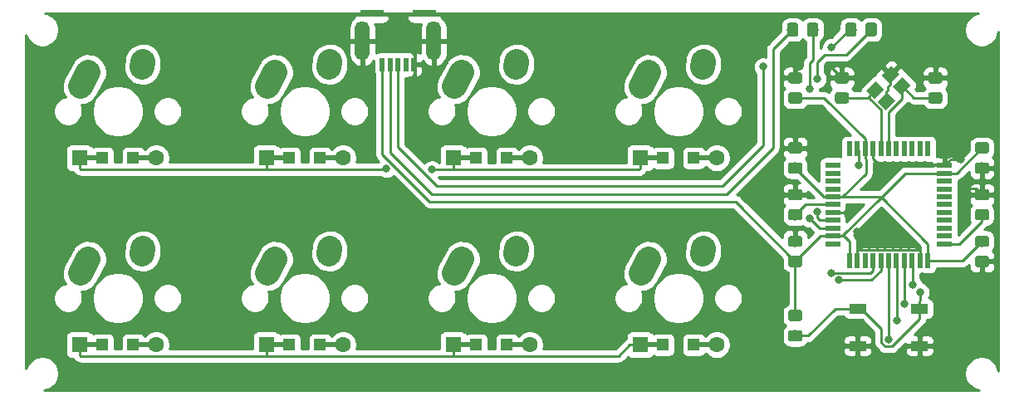
<source format=gbl>
G04 #@! TF.GenerationSoftware,KiCad,Pcbnew,(5.1.0-0)*
G04 #@! TF.CreationDate,2019-03-20T16:53:29-04:00*
G04 #@! TF.ProjectId,keeb2x4,6b656562-3278-4342-9e6b-696361645f70,rev?*
G04 #@! TF.SameCoordinates,Original*
G04 #@! TF.FileFunction,Copper,L2,Bot*
G04 #@! TF.FilePolarity,Positive*
%FSLAX46Y46*%
G04 Gerber Fmt 4.6, Leading zero omitted, Abs format (unit mm)*
G04 Created by KiCad (PCBNEW (5.1.0-0)) date 2019-03-20 16:53:29*
%MOMM*%
%LPD*%
G04 APERTURE LIST*
%ADD10C,0.100000*%
%ADD11C,1.150000*%
%ADD12R,2.500000X0.500000*%
%ADD13C,1.600000*%
%ADD14R,1.600000X1.600000*%
%ADD15R,1.200000X1.200000*%
%ADD16R,2.350000X0.800000*%
%ADD17R,0.500000X1.400000*%
%ADD18O,1.500000X4.000000*%
%ADD19C,2.500000*%
%ADD20C,2.500000*%
%ADD21R,1.700000X1.000000*%
%ADD22R,1.500000X0.550000*%
%ADD23R,0.550000X1.500000*%
%ADD24C,1.200000*%
%ADD25C,0.800000*%
%ADD26C,0.250000*%
%ADD27C,0.254000*%
G04 APERTURE END LIST*
D10*
G36*
X110012005Y-55551204D02*
G01*
X110036273Y-55554804D01*
X110060072Y-55560765D01*
X110083171Y-55569030D01*
X110105350Y-55579520D01*
X110126393Y-55592132D01*
X110146099Y-55606747D01*
X110164277Y-55623223D01*
X110180753Y-55641401D01*
X110195368Y-55661107D01*
X110207980Y-55682150D01*
X110218470Y-55704329D01*
X110226735Y-55727428D01*
X110232696Y-55751227D01*
X110236296Y-55775495D01*
X110237500Y-55799999D01*
X110237500Y-56450001D01*
X110236296Y-56474505D01*
X110232696Y-56498773D01*
X110226735Y-56522572D01*
X110218470Y-56545671D01*
X110207980Y-56567850D01*
X110195368Y-56588893D01*
X110180753Y-56608599D01*
X110164277Y-56626777D01*
X110146099Y-56643253D01*
X110126393Y-56657868D01*
X110105350Y-56670480D01*
X110083171Y-56680970D01*
X110060072Y-56689235D01*
X110036273Y-56695196D01*
X110012005Y-56698796D01*
X109987501Y-56700000D01*
X109087499Y-56700000D01*
X109062995Y-56698796D01*
X109038727Y-56695196D01*
X109014928Y-56689235D01*
X108991829Y-56680970D01*
X108969650Y-56670480D01*
X108948607Y-56657868D01*
X108928901Y-56643253D01*
X108910723Y-56626777D01*
X108894247Y-56608599D01*
X108879632Y-56588893D01*
X108867020Y-56567850D01*
X108856530Y-56545671D01*
X108848265Y-56522572D01*
X108842304Y-56498773D01*
X108838704Y-56474505D01*
X108837500Y-56450001D01*
X108837500Y-55799999D01*
X108838704Y-55775495D01*
X108842304Y-55751227D01*
X108848265Y-55727428D01*
X108856530Y-55704329D01*
X108867020Y-55682150D01*
X108879632Y-55661107D01*
X108894247Y-55641401D01*
X108910723Y-55623223D01*
X108928901Y-55606747D01*
X108948607Y-55592132D01*
X108969650Y-55579520D01*
X108991829Y-55569030D01*
X109014928Y-55560765D01*
X109038727Y-55554804D01*
X109062995Y-55551204D01*
X109087499Y-55550000D01*
X109987501Y-55550000D01*
X110012005Y-55551204D01*
X110012005Y-55551204D01*
G37*
D11*
X109537500Y-56125000D03*
D10*
G36*
X110012005Y-57601204D02*
G01*
X110036273Y-57604804D01*
X110060072Y-57610765D01*
X110083171Y-57619030D01*
X110105350Y-57629520D01*
X110126393Y-57642132D01*
X110146099Y-57656747D01*
X110164277Y-57673223D01*
X110180753Y-57691401D01*
X110195368Y-57711107D01*
X110207980Y-57732150D01*
X110218470Y-57754329D01*
X110226735Y-57777428D01*
X110232696Y-57801227D01*
X110236296Y-57825495D01*
X110237500Y-57849999D01*
X110237500Y-58500001D01*
X110236296Y-58524505D01*
X110232696Y-58548773D01*
X110226735Y-58572572D01*
X110218470Y-58595671D01*
X110207980Y-58617850D01*
X110195368Y-58638893D01*
X110180753Y-58658599D01*
X110164277Y-58676777D01*
X110146099Y-58693253D01*
X110126393Y-58707868D01*
X110105350Y-58720480D01*
X110083171Y-58730970D01*
X110060072Y-58739235D01*
X110036273Y-58745196D01*
X110012005Y-58748796D01*
X109987501Y-58750000D01*
X109087499Y-58750000D01*
X109062995Y-58748796D01*
X109038727Y-58745196D01*
X109014928Y-58739235D01*
X108991829Y-58730970D01*
X108969650Y-58720480D01*
X108948607Y-58707868D01*
X108928901Y-58693253D01*
X108910723Y-58676777D01*
X108894247Y-58658599D01*
X108879632Y-58638893D01*
X108867020Y-58617850D01*
X108856530Y-58595671D01*
X108848265Y-58572572D01*
X108842304Y-58548773D01*
X108838704Y-58524505D01*
X108837500Y-58500001D01*
X108837500Y-57849999D01*
X108838704Y-57825495D01*
X108842304Y-57801227D01*
X108848265Y-57777428D01*
X108856530Y-57754329D01*
X108867020Y-57732150D01*
X108879632Y-57711107D01*
X108894247Y-57691401D01*
X108910723Y-57673223D01*
X108928901Y-57656747D01*
X108948607Y-57642132D01*
X108969650Y-57629520D01*
X108991829Y-57619030D01*
X109014928Y-57610765D01*
X109038727Y-57604804D01*
X109062995Y-57601204D01*
X109087499Y-57600000D01*
X109987501Y-57600000D01*
X110012005Y-57601204D01*
X110012005Y-57601204D01*
G37*
D11*
X109537500Y-58175000D03*
D10*
G36*
X119537005Y-57601204D02*
G01*
X119561273Y-57604804D01*
X119585072Y-57610765D01*
X119608171Y-57619030D01*
X119630350Y-57629520D01*
X119651393Y-57642132D01*
X119671099Y-57656747D01*
X119689277Y-57673223D01*
X119705753Y-57691401D01*
X119720368Y-57711107D01*
X119732980Y-57732150D01*
X119743470Y-57754329D01*
X119751735Y-57777428D01*
X119757696Y-57801227D01*
X119761296Y-57825495D01*
X119762500Y-57849999D01*
X119762500Y-58500001D01*
X119761296Y-58524505D01*
X119757696Y-58548773D01*
X119751735Y-58572572D01*
X119743470Y-58595671D01*
X119732980Y-58617850D01*
X119720368Y-58638893D01*
X119705753Y-58658599D01*
X119689277Y-58676777D01*
X119671099Y-58693253D01*
X119651393Y-58707868D01*
X119630350Y-58720480D01*
X119608171Y-58730970D01*
X119585072Y-58739235D01*
X119561273Y-58745196D01*
X119537005Y-58748796D01*
X119512501Y-58750000D01*
X118612499Y-58750000D01*
X118587995Y-58748796D01*
X118563727Y-58745196D01*
X118539928Y-58739235D01*
X118516829Y-58730970D01*
X118494650Y-58720480D01*
X118473607Y-58707868D01*
X118453901Y-58693253D01*
X118435723Y-58676777D01*
X118419247Y-58658599D01*
X118404632Y-58638893D01*
X118392020Y-58617850D01*
X118381530Y-58595671D01*
X118373265Y-58572572D01*
X118367304Y-58548773D01*
X118363704Y-58524505D01*
X118362500Y-58500001D01*
X118362500Y-57849999D01*
X118363704Y-57825495D01*
X118367304Y-57801227D01*
X118373265Y-57777428D01*
X118381530Y-57754329D01*
X118392020Y-57732150D01*
X118404632Y-57711107D01*
X118419247Y-57691401D01*
X118435723Y-57673223D01*
X118453901Y-57656747D01*
X118473607Y-57642132D01*
X118494650Y-57629520D01*
X118516829Y-57619030D01*
X118539928Y-57610765D01*
X118563727Y-57604804D01*
X118587995Y-57601204D01*
X118612499Y-57600000D01*
X119512501Y-57600000D01*
X119537005Y-57601204D01*
X119537005Y-57601204D01*
G37*
D11*
X119062500Y-58175000D03*
D10*
G36*
X119537005Y-55551204D02*
G01*
X119561273Y-55554804D01*
X119585072Y-55560765D01*
X119608171Y-55569030D01*
X119630350Y-55579520D01*
X119651393Y-55592132D01*
X119671099Y-55606747D01*
X119689277Y-55623223D01*
X119705753Y-55641401D01*
X119720368Y-55661107D01*
X119732980Y-55682150D01*
X119743470Y-55704329D01*
X119751735Y-55727428D01*
X119757696Y-55751227D01*
X119761296Y-55775495D01*
X119762500Y-55799999D01*
X119762500Y-56450001D01*
X119761296Y-56474505D01*
X119757696Y-56498773D01*
X119751735Y-56522572D01*
X119743470Y-56545671D01*
X119732980Y-56567850D01*
X119720368Y-56588893D01*
X119705753Y-56608599D01*
X119689277Y-56626777D01*
X119671099Y-56643253D01*
X119651393Y-56657868D01*
X119630350Y-56670480D01*
X119608171Y-56680970D01*
X119585072Y-56689235D01*
X119561273Y-56695196D01*
X119537005Y-56698796D01*
X119512501Y-56700000D01*
X118612499Y-56700000D01*
X118587995Y-56698796D01*
X118563727Y-56695196D01*
X118539928Y-56689235D01*
X118516829Y-56680970D01*
X118494650Y-56670480D01*
X118473607Y-56657868D01*
X118453901Y-56643253D01*
X118435723Y-56626777D01*
X118419247Y-56608599D01*
X118404632Y-56588893D01*
X118392020Y-56567850D01*
X118381530Y-56545671D01*
X118373265Y-56522572D01*
X118367304Y-56498773D01*
X118363704Y-56474505D01*
X118362500Y-56450001D01*
X118362500Y-55799999D01*
X118363704Y-55775495D01*
X118367304Y-55751227D01*
X118373265Y-55727428D01*
X118381530Y-55704329D01*
X118392020Y-55682150D01*
X118404632Y-55661107D01*
X118419247Y-55641401D01*
X118435723Y-55623223D01*
X118453901Y-55606747D01*
X118473607Y-55592132D01*
X118494650Y-55579520D01*
X118516829Y-55569030D01*
X118539928Y-55560765D01*
X118563727Y-55554804D01*
X118587995Y-55551204D01*
X118612499Y-55550000D01*
X119512501Y-55550000D01*
X119537005Y-55551204D01*
X119537005Y-55551204D01*
G37*
D11*
X119062500Y-56125000D03*
D10*
G36*
X124299505Y-74269954D02*
G01*
X124323773Y-74273554D01*
X124347572Y-74279515D01*
X124370671Y-74287780D01*
X124392850Y-74298270D01*
X124413893Y-74310882D01*
X124433599Y-74325497D01*
X124451777Y-74341973D01*
X124468253Y-74360151D01*
X124482868Y-74379857D01*
X124495480Y-74400900D01*
X124505970Y-74423079D01*
X124514235Y-74446178D01*
X124520196Y-74469977D01*
X124523796Y-74494245D01*
X124525000Y-74518749D01*
X124525000Y-75168751D01*
X124523796Y-75193255D01*
X124520196Y-75217523D01*
X124514235Y-75241322D01*
X124505970Y-75264421D01*
X124495480Y-75286600D01*
X124482868Y-75307643D01*
X124468253Y-75327349D01*
X124451777Y-75345527D01*
X124433599Y-75362003D01*
X124413893Y-75376618D01*
X124392850Y-75389230D01*
X124370671Y-75399720D01*
X124347572Y-75407985D01*
X124323773Y-75413946D01*
X124299505Y-75417546D01*
X124275001Y-75418750D01*
X123374999Y-75418750D01*
X123350495Y-75417546D01*
X123326227Y-75413946D01*
X123302428Y-75407985D01*
X123279329Y-75399720D01*
X123257150Y-75389230D01*
X123236107Y-75376618D01*
X123216401Y-75362003D01*
X123198223Y-75345527D01*
X123181747Y-75327349D01*
X123167132Y-75307643D01*
X123154520Y-75286600D01*
X123144030Y-75264421D01*
X123135765Y-75241322D01*
X123129804Y-75217523D01*
X123126204Y-75193255D01*
X123125000Y-75168751D01*
X123125000Y-74518749D01*
X123126204Y-74494245D01*
X123129804Y-74469977D01*
X123135765Y-74446178D01*
X123144030Y-74423079D01*
X123154520Y-74400900D01*
X123167132Y-74379857D01*
X123181747Y-74360151D01*
X123198223Y-74341973D01*
X123216401Y-74325497D01*
X123236107Y-74310882D01*
X123257150Y-74298270D01*
X123279329Y-74287780D01*
X123302428Y-74279515D01*
X123326227Y-74273554D01*
X123350495Y-74269954D01*
X123374999Y-74268750D01*
X124275001Y-74268750D01*
X124299505Y-74269954D01*
X124299505Y-74269954D01*
G37*
D11*
X123825000Y-74843750D03*
D10*
G36*
X124299505Y-72219954D02*
G01*
X124323773Y-72223554D01*
X124347572Y-72229515D01*
X124370671Y-72237780D01*
X124392850Y-72248270D01*
X124413893Y-72260882D01*
X124433599Y-72275497D01*
X124451777Y-72291973D01*
X124468253Y-72310151D01*
X124482868Y-72329857D01*
X124495480Y-72350900D01*
X124505970Y-72373079D01*
X124514235Y-72396178D01*
X124520196Y-72419977D01*
X124523796Y-72444245D01*
X124525000Y-72468749D01*
X124525000Y-73118751D01*
X124523796Y-73143255D01*
X124520196Y-73167523D01*
X124514235Y-73191322D01*
X124505970Y-73214421D01*
X124495480Y-73236600D01*
X124482868Y-73257643D01*
X124468253Y-73277349D01*
X124451777Y-73295527D01*
X124433599Y-73312003D01*
X124413893Y-73326618D01*
X124392850Y-73339230D01*
X124370671Y-73349720D01*
X124347572Y-73357985D01*
X124323773Y-73363946D01*
X124299505Y-73367546D01*
X124275001Y-73368750D01*
X123374999Y-73368750D01*
X123350495Y-73367546D01*
X123326227Y-73363946D01*
X123302428Y-73357985D01*
X123279329Y-73349720D01*
X123257150Y-73339230D01*
X123236107Y-73326618D01*
X123216401Y-73312003D01*
X123198223Y-73295527D01*
X123181747Y-73277349D01*
X123167132Y-73257643D01*
X123154520Y-73236600D01*
X123144030Y-73214421D01*
X123135765Y-73191322D01*
X123129804Y-73167523D01*
X123126204Y-73143255D01*
X123125000Y-73118751D01*
X123125000Y-72468749D01*
X123126204Y-72444245D01*
X123129804Y-72419977D01*
X123135765Y-72396178D01*
X123144030Y-72373079D01*
X123154520Y-72350900D01*
X123167132Y-72329857D01*
X123181747Y-72310151D01*
X123198223Y-72291973D01*
X123216401Y-72275497D01*
X123236107Y-72260882D01*
X123257150Y-72248270D01*
X123279329Y-72237780D01*
X123302428Y-72229515D01*
X123326227Y-72223554D01*
X123350495Y-72219954D01*
X123374999Y-72218750D01*
X124275001Y-72218750D01*
X124299505Y-72219954D01*
X124299505Y-72219954D01*
G37*
D11*
X123825000Y-72793750D03*
D10*
G36*
X124299505Y-62694954D02*
G01*
X124323773Y-62698554D01*
X124347572Y-62704515D01*
X124370671Y-62712780D01*
X124392850Y-62723270D01*
X124413893Y-62735882D01*
X124433599Y-62750497D01*
X124451777Y-62766973D01*
X124468253Y-62785151D01*
X124482868Y-62804857D01*
X124495480Y-62825900D01*
X124505970Y-62848079D01*
X124514235Y-62871178D01*
X124520196Y-62894977D01*
X124523796Y-62919245D01*
X124525000Y-62943749D01*
X124525000Y-63593751D01*
X124523796Y-63618255D01*
X124520196Y-63642523D01*
X124514235Y-63666322D01*
X124505970Y-63689421D01*
X124495480Y-63711600D01*
X124482868Y-63732643D01*
X124468253Y-63752349D01*
X124451777Y-63770527D01*
X124433599Y-63787003D01*
X124413893Y-63801618D01*
X124392850Y-63814230D01*
X124370671Y-63824720D01*
X124347572Y-63832985D01*
X124323773Y-63838946D01*
X124299505Y-63842546D01*
X124275001Y-63843750D01*
X123374999Y-63843750D01*
X123350495Y-63842546D01*
X123326227Y-63838946D01*
X123302428Y-63832985D01*
X123279329Y-63824720D01*
X123257150Y-63814230D01*
X123236107Y-63801618D01*
X123216401Y-63787003D01*
X123198223Y-63770527D01*
X123181747Y-63752349D01*
X123167132Y-63732643D01*
X123154520Y-63711600D01*
X123144030Y-63689421D01*
X123135765Y-63666322D01*
X123129804Y-63642523D01*
X123126204Y-63618255D01*
X123125000Y-63593751D01*
X123125000Y-62943749D01*
X123126204Y-62919245D01*
X123129804Y-62894977D01*
X123135765Y-62871178D01*
X123144030Y-62848079D01*
X123154520Y-62825900D01*
X123167132Y-62804857D01*
X123181747Y-62785151D01*
X123198223Y-62766973D01*
X123216401Y-62750497D01*
X123236107Y-62735882D01*
X123257150Y-62723270D01*
X123279329Y-62712780D01*
X123302428Y-62704515D01*
X123326227Y-62698554D01*
X123350495Y-62694954D01*
X123374999Y-62693750D01*
X124275001Y-62693750D01*
X124299505Y-62694954D01*
X124299505Y-62694954D01*
G37*
D11*
X123825000Y-63268750D03*
D10*
G36*
X124299505Y-64744954D02*
G01*
X124323773Y-64748554D01*
X124347572Y-64754515D01*
X124370671Y-64762780D01*
X124392850Y-64773270D01*
X124413893Y-64785882D01*
X124433599Y-64800497D01*
X124451777Y-64816973D01*
X124468253Y-64835151D01*
X124482868Y-64854857D01*
X124495480Y-64875900D01*
X124505970Y-64898079D01*
X124514235Y-64921178D01*
X124520196Y-64944977D01*
X124523796Y-64969245D01*
X124525000Y-64993749D01*
X124525000Y-65643751D01*
X124523796Y-65668255D01*
X124520196Y-65692523D01*
X124514235Y-65716322D01*
X124505970Y-65739421D01*
X124495480Y-65761600D01*
X124482868Y-65782643D01*
X124468253Y-65802349D01*
X124451777Y-65820527D01*
X124433599Y-65837003D01*
X124413893Y-65851618D01*
X124392850Y-65864230D01*
X124370671Y-65874720D01*
X124347572Y-65882985D01*
X124323773Y-65888946D01*
X124299505Y-65892546D01*
X124275001Y-65893750D01*
X123374999Y-65893750D01*
X123350495Y-65892546D01*
X123326227Y-65888946D01*
X123302428Y-65882985D01*
X123279329Y-65874720D01*
X123257150Y-65864230D01*
X123236107Y-65851618D01*
X123216401Y-65837003D01*
X123198223Y-65820527D01*
X123181747Y-65802349D01*
X123167132Y-65782643D01*
X123154520Y-65761600D01*
X123144030Y-65739421D01*
X123135765Y-65716322D01*
X123129804Y-65692523D01*
X123126204Y-65668255D01*
X123125000Y-65643751D01*
X123125000Y-64993749D01*
X123126204Y-64969245D01*
X123129804Y-64944977D01*
X123135765Y-64921178D01*
X123144030Y-64898079D01*
X123154520Y-64875900D01*
X123167132Y-64854857D01*
X123181747Y-64835151D01*
X123198223Y-64816973D01*
X123216401Y-64800497D01*
X123236107Y-64785882D01*
X123257150Y-64773270D01*
X123279329Y-64762780D01*
X123302428Y-64754515D01*
X123326227Y-64748554D01*
X123350495Y-64744954D01*
X123374999Y-64743750D01*
X124275001Y-64743750D01*
X124299505Y-64744954D01*
X124299505Y-64744954D01*
G37*
D11*
X123825000Y-65318750D03*
D10*
G36*
X105249505Y-62694954D02*
G01*
X105273773Y-62698554D01*
X105297572Y-62704515D01*
X105320671Y-62712780D01*
X105342850Y-62723270D01*
X105363893Y-62735882D01*
X105383599Y-62750497D01*
X105401777Y-62766973D01*
X105418253Y-62785151D01*
X105432868Y-62804857D01*
X105445480Y-62825900D01*
X105455970Y-62848079D01*
X105464235Y-62871178D01*
X105470196Y-62894977D01*
X105473796Y-62919245D01*
X105475000Y-62943749D01*
X105475000Y-63593751D01*
X105473796Y-63618255D01*
X105470196Y-63642523D01*
X105464235Y-63666322D01*
X105455970Y-63689421D01*
X105445480Y-63711600D01*
X105432868Y-63732643D01*
X105418253Y-63752349D01*
X105401777Y-63770527D01*
X105383599Y-63787003D01*
X105363893Y-63801618D01*
X105342850Y-63814230D01*
X105320671Y-63824720D01*
X105297572Y-63832985D01*
X105273773Y-63838946D01*
X105249505Y-63842546D01*
X105225001Y-63843750D01*
X104324999Y-63843750D01*
X104300495Y-63842546D01*
X104276227Y-63838946D01*
X104252428Y-63832985D01*
X104229329Y-63824720D01*
X104207150Y-63814230D01*
X104186107Y-63801618D01*
X104166401Y-63787003D01*
X104148223Y-63770527D01*
X104131747Y-63752349D01*
X104117132Y-63732643D01*
X104104520Y-63711600D01*
X104094030Y-63689421D01*
X104085765Y-63666322D01*
X104079804Y-63642523D01*
X104076204Y-63618255D01*
X104075000Y-63593751D01*
X104075000Y-62943749D01*
X104076204Y-62919245D01*
X104079804Y-62894977D01*
X104085765Y-62871178D01*
X104094030Y-62848079D01*
X104104520Y-62825900D01*
X104117132Y-62804857D01*
X104131747Y-62785151D01*
X104148223Y-62766973D01*
X104166401Y-62750497D01*
X104186107Y-62735882D01*
X104207150Y-62723270D01*
X104229329Y-62712780D01*
X104252428Y-62704515D01*
X104276227Y-62698554D01*
X104300495Y-62694954D01*
X104324999Y-62693750D01*
X105225001Y-62693750D01*
X105249505Y-62694954D01*
X105249505Y-62694954D01*
G37*
D11*
X104775000Y-63268750D03*
D10*
G36*
X105249505Y-64744954D02*
G01*
X105273773Y-64748554D01*
X105297572Y-64754515D01*
X105320671Y-64762780D01*
X105342850Y-64773270D01*
X105363893Y-64785882D01*
X105383599Y-64800497D01*
X105401777Y-64816973D01*
X105418253Y-64835151D01*
X105432868Y-64854857D01*
X105445480Y-64875900D01*
X105455970Y-64898079D01*
X105464235Y-64921178D01*
X105470196Y-64944977D01*
X105473796Y-64969245D01*
X105475000Y-64993749D01*
X105475000Y-65643751D01*
X105473796Y-65668255D01*
X105470196Y-65692523D01*
X105464235Y-65716322D01*
X105455970Y-65739421D01*
X105445480Y-65761600D01*
X105432868Y-65782643D01*
X105418253Y-65802349D01*
X105401777Y-65820527D01*
X105383599Y-65837003D01*
X105363893Y-65851618D01*
X105342850Y-65864230D01*
X105320671Y-65874720D01*
X105297572Y-65882985D01*
X105273773Y-65888946D01*
X105249505Y-65892546D01*
X105225001Y-65893750D01*
X104324999Y-65893750D01*
X104300495Y-65892546D01*
X104276227Y-65888946D01*
X104252428Y-65882985D01*
X104229329Y-65874720D01*
X104207150Y-65864230D01*
X104186107Y-65851618D01*
X104166401Y-65837003D01*
X104148223Y-65820527D01*
X104131747Y-65802349D01*
X104117132Y-65782643D01*
X104104520Y-65761600D01*
X104094030Y-65739421D01*
X104085765Y-65716322D01*
X104079804Y-65692523D01*
X104076204Y-65668255D01*
X104075000Y-65643751D01*
X104075000Y-64993749D01*
X104076204Y-64969245D01*
X104079804Y-64944977D01*
X104085765Y-64921178D01*
X104094030Y-64898079D01*
X104104520Y-64875900D01*
X104117132Y-64854857D01*
X104131747Y-64835151D01*
X104148223Y-64816973D01*
X104166401Y-64800497D01*
X104186107Y-64785882D01*
X104207150Y-64773270D01*
X104229329Y-64762780D01*
X104252428Y-64754515D01*
X104276227Y-64748554D01*
X104300495Y-64744954D01*
X104324999Y-64743750D01*
X105225001Y-64743750D01*
X105249505Y-64744954D01*
X105249505Y-64744954D01*
G37*
D11*
X104775000Y-65318750D03*
D10*
G36*
X105249505Y-57601204D02*
G01*
X105273773Y-57604804D01*
X105297572Y-57610765D01*
X105320671Y-57619030D01*
X105342850Y-57629520D01*
X105363893Y-57642132D01*
X105383599Y-57656747D01*
X105401777Y-57673223D01*
X105418253Y-57691401D01*
X105432868Y-57711107D01*
X105445480Y-57732150D01*
X105455970Y-57754329D01*
X105464235Y-57777428D01*
X105470196Y-57801227D01*
X105473796Y-57825495D01*
X105475000Y-57849999D01*
X105475000Y-58500001D01*
X105473796Y-58524505D01*
X105470196Y-58548773D01*
X105464235Y-58572572D01*
X105455970Y-58595671D01*
X105445480Y-58617850D01*
X105432868Y-58638893D01*
X105418253Y-58658599D01*
X105401777Y-58676777D01*
X105383599Y-58693253D01*
X105363893Y-58707868D01*
X105342850Y-58720480D01*
X105320671Y-58730970D01*
X105297572Y-58739235D01*
X105273773Y-58745196D01*
X105249505Y-58748796D01*
X105225001Y-58750000D01*
X104324999Y-58750000D01*
X104300495Y-58748796D01*
X104276227Y-58745196D01*
X104252428Y-58739235D01*
X104229329Y-58730970D01*
X104207150Y-58720480D01*
X104186107Y-58707868D01*
X104166401Y-58693253D01*
X104148223Y-58676777D01*
X104131747Y-58658599D01*
X104117132Y-58638893D01*
X104104520Y-58617850D01*
X104094030Y-58595671D01*
X104085765Y-58572572D01*
X104079804Y-58548773D01*
X104076204Y-58524505D01*
X104075000Y-58500001D01*
X104075000Y-57849999D01*
X104076204Y-57825495D01*
X104079804Y-57801227D01*
X104085765Y-57777428D01*
X104094030Y-57754329D01*
X104104520Y-57732150D01*
X104117132Y-57711107D01*
X104131747Y-57691401D01*
X104148223Y-57673223D01*
X104166401Y-57656747D01*
X104186107Y-57642132D01*
X104207150Y-57629520D01*
X104229329Y-57619030D01*
X104252428Y-57610765D01*
X104276227Y-57604804D01*
X104300495Y-57601204D01*
X104324999Y-57600000D01*
X105225001Y-57600000D01*
X105249505Y-57601204D01*
X105249505Y-57601204D01*
G37*
D11*
X104775000Y-58175000D03*
D10*
G36*
X105249505Y-55551204D02*
G01*
X105273773Y-55554804D01*
X105297572Y-55560765D01*
X105320671Y-55569030D01*
X105342850Y-55579520D01*
X105363893Y-55592132D01*
X105383599Y-55606747D01*
X105401777Y-55623223D01*
X105418253Y-55641401D01*
X105432868Y-55661107D01*
X105445480Y-55682150D01*
X105455970Y-55704329D01*
X105464235Y-55727428D01*
X105470196Y-55751227D01*
X105473796Y-55775495D01*
X105475000Y-55799999D01*
X105475000Y-56450001D01*
X105473796Y-56474505D01*
X105470196Y-56498773D01*
X105464235Y-56522572D01*
X105455970Y-56545671D01*
X105445480Y-56567850D01*
X105432868Y-56588893D01*
X105418253Y-56608599D01*
X105401777Y-56626777D01*
X105383599Y-56643253D01*
X105363893Y-56657868D01*
X105342850Y-56670480D01*
X105320671Y-56680970D01*
X105297572Y-56689235D01*
X105273773Y-56695196D01*
X105249505Y-56698796D01*
X105225001Y-56700000D01*
X104324999Y-56700000D01*
X104300495Y-56698796D01*
X104276227Y-56695196D01*
X104252428Y-56689235D01*
X104229329Y-56680970D01*
X104207150Y-56670480D01*
X104186107Y-56657868D01*
X104166401Y-56643253D01*
X104148223Y-56626777D01*
X104131747Y-56608599D01*
X104117132Y-56588893D01*
X104104520Y-56567850D01*
X104094030Y-56545671D01*
X104085765Y-56522572D01*
X104079804Y-56498773D01*
X104076204Y-56474505D01*
X104075000Y-56450001D01*
X104075000Y-55799999D01*
X104076204Y-55775495D01*
X104079804Y-55751227D01*
X104085765Y-55727428D01*
X104094030Y-55704329D01*
X104104520Y-55682150D01*
X104117132Y-55661107D01*
X104131747Y-55641401D01*
X104148223Y-55623223D01*
X104166401Y-55606747D01*
X104186107Y-55592132D01*
X104207150Y-55579520D01*
X104229329Y-55569030D01*
X104252428Y-55560765D01*
X104276227Y-55554804D01*
X104300495Y-55551204D01*
X104324999Y-55550000D01*
X105225001Y-55550000D01*
X105249505Y-55551204D01*
X105249505Y-55551204D01*
G37*
D11*
X104775000Y-56125000D03*
D10*
G36*
X105249505Y-72219954D02*
G01*
X105273773Y-72223554D01*
X105297572Y-72229515D01*
X105320671Y-72237780D01*
X105342850Y-72248270D01*
X105363893Y-72260882D01*
X105383599Y-72275497D01*
X105401777Y-72291973D01*
X105418253Y-72310151D01*
X105432868Y-72329857D01*
X105445480Y-72350900D01*
X105455970Y-72373079D01*
X105464235Y-72396178D01*
X105470196Y-72419977D01*
X105473796Y-72444245D01*
X105475000Y-72468749D01*
X105475000Y-73118751D01*
X105473796Y-73143255D01*
X105470196Y-73167523D01*
X105464235Y-73191322D01*
X105455970Y-73214421D01*
X105445480Y-73236600D01*
X105432868Y-73257643D01*
X105418253Y-73277349D01*
X105401777Y-73295527D01*
X105383599Y-73312003D01*
X105363893Y-73326618D01*
X105342850Y-73339230D01*
X105320671Y-73349720D01*
X105297572Y-73357985D01*
X105273773Y-73363946D01*
X105249505Y-73367546D01*
X105225001Y-73368750D01*
X104324999Y-73368750D01*
X104300495Y-73367546D01*
X104276227Y-73363946D01*
X104252428Y-73357985D01*
X104229329Y-73349720D01*
X104207150Y-73339230D01*
X104186107Y-73326618D01*
X104166401Y-73312003D01*
X104148223Y-73295527D01*
X104131747Y-73277349D01*
X104117132Y-73257643D01*
X104104520Y-73236600D01*
X104094030Y-73214421D01*
X104085765Y-73191322D01*
X104079804Y-73167523D01*
X104076204Y-73143255D01*
X104075000Y-73118751D01*
X104075000Y-72468749D01*
X104076204Y-72444245D01*
X104079804Y-72419977D01*
X104085765Y-72396178D01*
X104094030Y-72373079D01*
X104104520Y-72350900D01*
X104117132Y-72329857D01*
X104131747Y-72310151D01*
X104148223Y-72291973D01*
X104166401Y-72275497D01*
X104186107Y-72260882D01*
X104207150Y-72248270D01*
X104229329Y-72237780D01*
X104252428Y-72229515D01*
X104276227Y-72223554D01*
X104300495Y-72219954D01*
X104324999Y-72218750D01*
X105225001Y-72218750D01*
X105249505Y-72219954D01*
X105249505Y-72219954D01*
G37*
D11*
X104775000Y-72793750D03*
D10*
G36*
X105249505Y-74269954D02*
G01*
X105273773Y-74273554D01*
X105297572Y-74279515D01*
X105320671Y-74287780D01*
X105342850Y-74298270D01*
X105363893Y-74310882D01*
X105383599Y-74325497D01*
X105401777Y-74341973D01*
X105418253Y-74360151D01*
X105432868Y-74379857D01*
X105445480Y-74400900D01*
X105455970Y-74423079D01*
X105464235Y-74446178D01*
X105470196Y-74469977D01*
X105473796Y-74494245D01*
X105475000Y-74518749D01*
X105475000Y-75168751D01*
X105473796Y-75193255D01*
X105470196Y-75217523D01*
X105464235Y-75241322D01*
X105455970Y-75264421D01*
X105445480Y-75286600D01*
X105432868Y-75307643D01*
X105418253Y-75327349D01*
X105401777Y-75345527D01*
X105383599Y-75362003D01*
X105363893Y-75376618D01*
X105342850Y-75389230D01*
X105320671Y-75399720D01*
X105297572Y-75407985D01*
X105273773Y-75413946D01*
X105249505Y-75417546D01*
X105225001Y-75418750D01*
X104324999Y-75418750D01*
X104300495Y-75417546D01*
X104276227Y-75413946D01*
X104252428Y-75407985D01*
X104229329Y-75399720D01*
X104207150Y-75389230D01*
X104186107Y-75376618D01*
X104166401Y-75362003D01*
X104148223Y-75345527D01*
X104131747Y-75327349D01*
X104117132Y-75307643D01*
X104104520Y-75286600D01*
X104094030Y-75264421D01*
X104085765Y-75241322D01*
X104079804Y-75217523D01*
X104076204Y-75193255D01*
X104075000Y-75168751D01*
X104075000Y-74518749D01*
X104076204Y-74494245D01*
X104079804Y-74469977D01*
X104085765Y-74446178D01*
X104094030Y-74423079D01*
X104104520Y-74400900D01*
X104117132Y-74379857D01*
X104131747Y-74360151D01*
X104148223Y-74341973D01*
X104166401Y-74325497D01*
X104186107Y-74310882D01*
X104207150Y-74298270D01*
X104229329Y-74287780D01*
X104252428Y-74279515D01*
X104276227Y-74273554D01*
X104300495Y-74269954D01*
X104324999Y-74268750D01*
X105225001Y-74268750D01*
X105249505Y-74269954D01*
X105249505Y-74269954D01*
G37*
D11*
X104775000Y-74843750D03*
D10*
G36*
X105249505Y-69507454D02*
G01*
X105273773Y-69511054D01*
X105297572Y-69517015D01*
X105320671Y-69525280D01*
X105342850Y-69535770D01*
X105363893Y-69548382D01*
X105383599Y-69562997D01*
X105401777Y-69579473D01*
X105418253Y-69597651D01*
X105432868Y-69617357D01*
X105445480Y-69638400D01*
X105455970Y-69660579D01*
X105464235Y-69683678D01*
X105470196Y-69707477D01*
X105473796Y-69731745D01*
X105475000Y-69756249D01*
X105475000Y-70406251D01*
X105473796Y-70430755D01*
X105470196Y-70455023D01*
X105464235Y-70478822D01*
X105455970Y-70501921D01*
X105445480Y-70524100D01*
X105432868Y-70545143D01*
X105418253Y-70564849D01*
X105401777Y-70583027D01*
X105383599Y-70599503D01*
X105363893Y-70614118D01*
X105342850Y-70626730D01*
X105320671Y-70637220D01*
X105297572Y-70645485D01*
X105273773Y-70651446D01*
X105249505Y-70655046D01*
X105225001Y-70656250D01*
X104324999Y-70656250D01*
X104300495Y-70655046D01*
X104276227Y-70651446D01*
X104252428Y-70645485D01*
X104229329Y-70637220D01*
X104207150Y-70626730D01*
X104186107Y-70614118D01*
X104166401Y-70599503D01*
X104148223Y-70583027D01*
X104131747Y-70564849D01*
X104117132Y-70545143D01*
X104104520Y-70524100D01*
X104094030Y-70501921D01*
X104085765Y-70478822D01*
X104079804Y-70455023D01*
X104076204Y-70430755D01*
X104075000Y-70406251D01*
X104075000Y-69756249D01*
X104076204Y-69731745D01*
X104079804Y-69707477D01*
X104085765Y-69683678D01*
X104094030Y-69660579D01*
X104104520Y-69638400D01*
X104117132Y-69617357D01*
X104131747Y-69597651D01*
X104148223Y-69579473D01*
X104166401Y-69562997D01*
X104186107Y-69548382D01*
X104207150Y-69535770D01*
X104229329Y-69525280D01*
X104252428Y-69517015D01*
X104276227Y-69511054D01*
X104300495Y-69507454D01*
X104324999Y-69506250D01*
X105225001Y-69506250D01*
X105249505Y-69507454D01*
X105249505Y-69507454D01*
G37*
D11*
X104775000Y-70081250D03*
D10*
G36*
X105249505Y-67457454D02*
G01*
X105273773Y-67461054D01*
X105297572Y-67467015D01*
X105320671Y-67475280D01*
X105342850Y-67485770D01*
X105363893Y-67498382D01*
X105383599Y-67512997D01*
X105401777Y-67529473D01*
X105418253Y-67547651D01*
X105432868Y-67567357D01*
X105445480Y-67588400D01*
X105455970Y-67610579D01*
X105464235Y-67633678D01*
X105470196Y-67657477D01*
X105473796Y-67681745D01*
X105475000Y-67706249D01*
X105475000Y-68356251D01*
X105473796Y-68380755D01*
X105470196Y-68405023D01*
X105464235Y-68428822D01*
X105455970Y-68451921D01*
X105445480Y-68474100D01*
X105432868Y-68495143D01*
X105418253Y-68514849D01*
X105401777Y-68533027D01*
X105383599Y-68549503D01*
X105363893Y-68564118D01*
X105342850Y-68576730D01*
X105320671Y-68587220D01*
X105297572Y-68595485D01*
X105273773Y-68601446D01*
X105249505Y-68605046D01*
X105225001Y-68606250D01*
X104324999Y-68606250D01*
X104300495Y-68605046D01*
X104276227Y-68601446D01*
X104252428Y-68595485D01*
X104229329Y-68587220D01*
X104207150Y-68576730D01*
X104186107Y-68564118D01*
X104166401Y-68549503D01*
X104148223Y-68533027D01*
X104131747Y-68514849D01*
X104117132Y-68495143D01*
X104104520Y-68474100D01*
X104094030Y-68451921D01*
X104085765Y-68428822D01*
X104079804Y-68405023D01*
X104076204Y-68380755D01*
X104075000Y-68356251D01*
X104075000Y-67706249D01*
X104076204Y-67681745D01*
X104079804Y-67657477D01*
X104085765Y-67633678D01*
X104094030Y-67610579D01*
X104104520Y-67588400D01*
X104117132Y-67567357D01*
X104131747Y-67547651D01*
X104148223Y-67529473D01*
X104166401Y-67512997D01*
X104186107Y-67498382D01*
X104207150Y-67485770D01*
X104229329Y-67475280D01*
X104252428Y-67467015D01*
X104276227Y-67461054D01*
X104300495Y-67457454D01*
X104324999Y-67456250D01*
X105225001Y-67456250D01*
X105249505Y-67457454D01*
X105249505Y-67457454D01*
G37*
D11*
X104775000Y-68031250D03*
D12*
X38418750Y-64293750D03*
X33018750Y-64293750D03*
D13*
X39618750Y-64293750D03*
D14*
X31818750Y-64293750D03*
D15*
X34143750Y-64293750D03*
X37293750Y-64293750D03*
X37293750Y-83343750D03*
X34143750Y-83343750D03*
D14*
X31818750Y-83343750D03*
D13*
X39618750Y-83343750D03*
D12*
X33018750Y-83343750D03*
X38418750Y-83343750D03*
X57468750Y-64293750D03*
X52068750Y-64293750D03*
D13*
X58668750Y-64293750D03*
D14*
X50868750Y-64293750D03*
D15*
X53193750Y-64293750D03*
X56343750Y-64293750D03*
X56343750Y-83343750D03*
X53193750Y-83343750D03*
D14*
X50868750Y-83343750D03*
D13*
X58668750Y-83343750D03*
D12*
X52068750Y-83343750D03*
X57468750Y-83343750D03*
X76518750Y-64293750D03*
X71118750Y-64293750D03*
D13*
X77718750Y-64293750D03*
D14*
X69918750Y-64293750D03*
D15*
X72243750Y-64293750D03*
X75393750Y-64293750D03*
X75393750Y-83343750D03*
X72243750Y-83343750D03*
D14*
X69918750Y-83343750D03*
D13*
X77718750Y-83343750D03*
D12*
X71118750Y-83343750D03*
X76518750Y-83343750D03*
X95568750Y-64293750D03*
X90168750Y-64293750D03*
D13*
X96768750Y-64293750D03*
D14*
X88968750Y-64293750D03*
D15*
X91293750Y-64293750D03*
X94443750Y-64293750D03*
X94443750Y-83343750D03*
X91293750Y-83343750D03*
D14*
X88968750Y-83343750D03*
D13*
X96768750Y-83343750D03*
D12*
X90168750Y-83343750D03*
X95568750Y-83343750D03*
D16*
X66968750Y-49568750D03*
X61618750Y-49568750D03*
D17*
X62693750Y-54768750D03*
X63493750Y-54768750D03*
X64293750Y-54768750D03*
X65093750Y-54768750D03*
X65893750Y-54768750D03*
D18*
X60643750Y-52368750D03*
X67943750Y-52368750D03*
D19*
X32313750Y-56261250D03*
D20*
X32719203Y-55531296D02*
X31908297Y-56991204D01*
D19*
X38238750Y-54741250D03*
D20*
X38258474Y-54451922D02*
X38219026Y-55030578D01*
D19*
X38238750Y-73791250D03*
D20*
X38258474Y-73501922D02*
X38219026Y-74080578D01*
D19*
X32313750Y-75311250D03*
D20*
X32719203Y-74581296D02*
X31908297Y-76041204D01*
D19*
X51363750Y-56261250D03*
D20*
X51769203Y-55531296D02*
X50958297Y-56991204D01*
D19*
X57288750Y-54741250D03*
D20*
X57308474Y-54451922D02*
X57269026Y-55030578D01*
D19*
X57288750Y-73791250D03*
D20*
X57308474Y-73501922D02*
X57269026Y-74080578D01*
D19*
X51363750Y-75311250D03*
D20*
X51769203Y-74581296D02*
X50958297Y-76041204D01*
D19*
X70413750Y-56261250D03*
D20*
X70819203Y-55531296D02*
X70008297Y-56991204D01*
D19*
X76338750Y-54741250D03*
D20*
X76358474Y-54451922D02*
X76319026Y-55030578D01*
D19*
X76338750Y-73791250D03*
D20*
X76358474Y-73501922D02*
X76319026Y-74080578D01*
D19*
X70413750Y-75311250D03*
D20*
X70819203Y-74581296D02*
X70008297Y-76041204D01*
D19*
X95388750Y-54741250D03*
D20*
X95408474Y-54451922D02*
X95369026Y-55030578D01*
D19*
X89463750Y-56261250D03*
D20*
X89869203Y-55531296D02*
X89058297Y-56991204D01*
D19*
X89463750Y-75311250D03*
D20*
X89869203Y-74581296D02*
X89058297Y-76041204D01*
D19*
X95388750Y-73791250D03*
D20*
X95408474Y-73501922D02*
X95369026Y-74080578D01*
D10*
G36*
X105249593Y-79793459D02*
G01*
X105273861Y-79797059D01*
X105297660Y-79803020D01*
X105320759Y-79811285D01*
X105342938Y-79821775D01*
X105363981Y-79834387D01*
X105383687Y-79849002D01*
X105401865Y-79865478D01*
X105418341Y-79883656D01*
X105432956Y-79903362D01*
X105445568Y-79924405D01*
X105456058Y-79946584D01*
X105464323Y-79969683D01*
X105470284Y-79993482D01*
X105473884Y-80017750D01*
X105475088Y-80042254D01*
X105475088Y-80692256D01*
X105473884Y-80716760D01*
X105470284Y-80741028D01*
X105464323Y-80764827D01*
X105456058Y-80787926D01*
X105445568Y-80810105D01*
X105432956Y-80831148D01*
X105418341Y-80850854D01*
X105401865Y-80869032D01*
X105383687Y-80885508D01*
X105363981Y-80900123D01*
X105342938Y-80912735D01*
X105320759Y-80923225D01*
X105297660Y-80931490D01*
X105273861Y-80937451D01*
X105249593Y-80941051D01*
X105225089Y-80942255D01*
X104325087Y-80942255D01*
X104300583Y-80941051D01*
X104276315Y-80937451D01*
X104252516Y-80931490D01*
X104229417Y-80923225D01*
X104207238Y-80912735D01*
X104186195Y-80900123D01*
X104166489Y-80885508D01*
X104148311Y-80869032D01*
X104131835Y-80850854D01*
X104117220Y-80831148D01*
X104104608Y-80810105D01*
X104094118Y-80787926D01*
X104085853Y-80764827D01*
X104079892Y-80741028D01*
X104076292Y-80716760D01*
X104075088Y-80692256D01*
X104075088Y-80042254D01*
X104076292Y-80017750D01*
X104079892Y-79993482D01*
X104085853Y-79969683D01*
X104094118Y-79946584D01*
X104104608Y-79924405D01*
X104117220Y-79903362D01*
X104131835Y-79883656D01*
X104148311Y-79865478D01*
X104166489Y-79849002D01*
X104186195Y-79834387D01*
X104207238Y-79821775D01*
X104229417Y-79811285D01*
X104252516Y-79803020D01*
X104276315Y-79797059D01*
X104300583Y-79793459D01*
X104325087Y-79792255D01*
X105225089Y-79792255D01*
X105249593Y-79793459D01*
X105249593Y-79793459D01*
G37*
D11*
X104775088Y-80367255D03*
D10*
G36*
X105249593Y-81843459D02*
G01*
X105273861Y-81847059D01*
X105297660Y-81853020D01*
X105320759Y-81861285D01*
X105342938Y-81871775D01*
X105363981Y-81884387D01*
X105383687Y-81899002D01*
X105401865Y-81915478D01*
X105418341Y-81933656D01*
X105432956Y-81953362D01*
X105445568Y-81974405D01*
X105456058Y-81996584D01*
X105464323Y-82019683D01*
X105470284Y-82043482D01*
X105473884Y-82067750D01*
X105475088Y-82092254D01*
X105475088Y-82742256D01*
X105473884Y-82766760D01*
X105470284Y-82791028D01*
X105464323Y-82814827D01*
X105456058Y-82837926D01*
X105445568Y-82860105D01*
X105432956Y-82881148D01*
X105418341Y-82900854D01*
X105401865Y-82919032D01*
X105383687Y-82935508D01*
X105363981Y-82950123D01*
X105342938Y-82962735D01*
X105320759Y-82973225D01*
X105297660Y-82981490D01*
X105273861Y-82987451D01*
X105249593Y-82991051D01*
X105225089Y-82992255D01*
X104325087Y-82992255D01*
X104300583Y-82991051D01*
X104276315Y-82987451D01*
X104252516Y-82981490D01*
X104229417Y-82973225D01*
X104207238Y-82962735D01*
X104186195Y-82950123D01*
X104166489Y-82935508D01*
X104148311Y-82919032D01*
X104131835Y-82900854D01*
X104117220Y-82881148D01*
X104104608Y-82860105D01*
X104094118Y-82837926D01*
X104085853Y-82814827D01*
X104079892Y-82791028D01*
X104076292Y-82766760D01*
X104075088Y-82742256D01*
X104075088Y-82092254D01*
X104076292Y-82067750D01*
X104079892Y-82043482D01*
X104085853Y-82019683D01*
X104094118Y-81996584D01*
X104104608Y-81974405D01*
X104117220Y-81953362D01*
X104131835Y-81933656D01*
X104148311Y-81915478D01*
X104166489Y-81899002D01*
X104186195Y-81884387D01*
X104207238Y-81871775D01*
X104229417Y-81861285D01*
X104252516Y-81853020D01*
X104276315Y-81847059D01*
X104300583Y-81843459D01*
X104325087Y-81842255D01*
X105225089Y-81842255D01*
X105249593Y-81843459D01*
X105249593Y-81843459D01*
G37*
D11*
X104775088Y-82417255D03*
D10*
G36*
X124299609Y-67457512D02*
G01*
X124323877Y-67461112D01*
X124347676Y-67467073D01*
X124370775Y-67475338D01*
X124392954Y-67485828D01*
X124413997Y-67498440D01*
X124433703Y-67513055D01*
X124451881Y-67529531D01*
X124468357Y-67547709D01*
X124482972Y-67567415D01*
X124495584Y-67588458D01*
X124506074Y-67610637D01*
X124514339Y-67633736D01*
X124520300Y-67657535D01*
X124523900Y-67681803D01*
X124525104Y-67706307D01*
X124525104Y-68356309D01*
X124523900Y-68380813D01*
X124520300Y-68405081D01*
X124514339Y-68428880D01*
X124506074Y-68451979D01*
X124495584Y-68474158D01*
X124482972Y-68495201D01*
X124468357Y-68514907D01*
X124451881Y-68533085D01*
X124433703Y-68549561D01*
X124413997Y-68564176D01*
X124392954Y-68576788D01*
X124370775Y-68587278D01*
X124347676Y-68595543D01*
X124323877Y-68601504D01*
X124299609Y-68605104D01*
X124275105Y-68606308D01*
X123375103Y-68606308D01*
X123350599Y-68605104D01*
X123326331Y-68601504D01*
X123302532Y-68595543D01*
X123279433Y-68587278D01*
X123257254Y-68576788D01*
X123236211Y-68564176D01*
X123216505Y-68549561D01*
X123198327Y-68533085D01*
X123181851Y-68514907D01*
X123167236Y-68495201D01*
X123154624Y-68474158D01*
X123144134Y-68451979D01*
X123135869Y-68428880D01*
X123129908Y-68405081D01*
X123126308Y-68380813D01*
X123125104Y-68356309D01*
X123125104Y-67706307D01*
X123126308Y-67681803D01*
X123129908Y-67657535D01*
X123135869Y-67633736D01*
X123144134Y-67610637D01*
X123154624Y-67588458D01*
X123167236Y-67567415D01*
X123181851Y-67547709D01*
X123198327Y-67529531D01*
X123216505Y-67513055D01*
X123236211Y-67498440D01*
X123257254Y-67485828D01*
X123279433Y-67475338D01*
X123302532Y-67467073D01*
X123326331Y-67461112D01*
X123350599Y-67457512D01*
X123375103Y-67456308D01*
X124275105Y-67456308D01*
X124299609Y-67457512D01*
X124299609Y-67457512D01*
G37*
D11*
X123825104Y-68031308D03*
D10*
G36*
X124299609Y-69507512D02*
G01*
X124323877Y-69511112D01*
X124347676Y-69517073D01*
X124370775Y-69525338D01*
X124392954Y-69535828D01*
X124413997Y-69548440D01*
X124433703Y-69563055D01*
X124451881Y-69579531D01*
X124468357Y-69597709D01*
X124482972Y-69617415D01*
X124495584Y-69638458D01*
X124506074Y-69660637D01*
X124514339Y-69683736D01*
X124520300Y-69707535D01*
X124523900Y-69731803D01*
X124525104Y-69756307D01*
X124525104Y-70406309D01*
X124523900Y-70430813D01*
X124520300Y-70455081D01*
X124514339Y-70478880D01*
X124506074Y-70501979D01*
X124495584Y-70524158D01*
X124482972Y-70545201D01*
X124468357Y-70564907D01*
X124451881Y-70583085D01*
X124433703Y-70599561D01*
X124413997Y-70614176D01*
X124392954Y-70626788D01*
X124370775Y-70637278D01*
X124347676Y-70645543D01*
X124323877Y-70651504D01*
X124299609Y-70655104D01*
X124275105Y-70656308D01*
X123375103Y-70656308D01*
X123350599Y-70655104D01*
X123326331Y-70651504D01*
X123302532Y-70645543D01*
X123279433Y-70637278D01*
X123257254Y-70626788D01*
X123236211Y-70614176D01*
X123216505Y-70599561D01*
X123198327Y-70583085D01*
X123181851Y-70564907D01*
X123167236Y-70545201D01*
X123154624Y-70524158D01*
X123144134Y-70501979D01*
X123135869Y-70478880D01*
X123129908Y-70455081D01*
X123126308Y-70430813D01*
X123125104Y-70406309D01*
X123125104Y-69756307D01*
X123126308Y-69731803D01*
X123129908Y-69707535D01*
X123135869Y-69683736D01*
X123144134Y-69660637D01*
X123154624Y-69638458D01*
X123167236Y-69617415D01*
X123181851Y-69597709D01*
X123198327Y-69579531D01*
X123216505Y-69563055D01*
X123236211Y-69548440D01*
X123257254Y-69535828D01*
X123279433Y-69525338D01*
X123302532Y-69517073D01*
X123326331Y-69511112D01*
X123350599Y-69507512D01*
X123375103Y-69506308D01*
X124275105Y-69506308D01*
X124299609Y-69507512D01*
X124299609Y-69507512D01*
G37*
D11*
X123825104Y-70081308D03*
D10*
G36*
X104860532Y-50498122D02*
G01*
X104884800Y-50501722D01*
X104908599Y-50507683D01*
X104931698Y-50515948D01*
X104953877Y-50526438D01*
X104974920Y-50539050D01*
X104994626Y-50553665D01*
X105012804Y-50570141D01*
X105029280Y-50588319D01*
X105043895Y-50608025D01*
X105056507Y-50629068D01*
X105066997Y-50651247D01*
X105075262Y-50674346D01*
X105081223Y-50698145D01*
X105084823Y-50722413D01*
X105086027Y-50746917D01*
X105086027Y-51646919D01*
X105084823Y-51671423D01*
X105081223Y-51695691D01*
X105075262Y-51719490D01*
X105066997Y-51742589D01*
X105056507Y-51764768D01*
X105043895Y-51785811D01*
X105029280Y-51805517D01*
X105012804Y-51823695D01*
X104994626Y-51840171D01*
X104974920Y-51854786D01*
X104953877Y-51867398D01*
X104931698Y-51877888D01*
X104908599Y-51886153D01*
X104884800Y-51892114D01*
X104860532Y-51895714D01*
X104836028Y-51896918D01*
X104186026Y-51896918D01*
X104161522Y-51895714D01*
X104137254Y-51892114D01*
X104113455Y-51886153D01*
X104090356Y-51877888D01*
X104068177Y-51867398D01*
X104047134Y-51854786D01*
X104027428Y-51840171D01*
X104009250Y-51823695D01*
X103992774Y-51805517D01*
X103978159Y-51785811D01*
X103965547Y-51764768D01*
X103955057Y-51742589D01*
X103946792Y-51719490D01*
X103940831Y-51695691D01*
X103937231Y-51671423D01*
X103936027Y-51646919D01*
X103936027Y-50746917D01*
X103937231Y-50722413D01*
X103940831Y-50698145D01*
X103946792Y-50674346D01*
X103955057Y-50651247D01*
X103965547Y-50629068D01*
X103978159Y-50608025D01*
X103992774Y-50588319D01*
X104009250Y-50570141D01*
X104027428Y-50553665D01*
X104047134Y-50539050D01*
X104068177Y-50526438D01*
X104090356Y-50515948D01*
X104113455Y-50507683D01*
X104137254Y-50501722D01*
X104161522Y-50498122D01*
X104186026Y-50496918D01*
X104836028Y-50496918D01*
X104860532Y-50498122D01*
X104860532Y-50498122D01*
G37*
D11*
X104511027Y-51196918D03*
D10*
G36*
X106910532Y-50498122D02*
G01*
X106934800Y-50501722D01*
X106958599Y-50507683D01*
X106981698Y-50515948D01*
X107003877Y-50526438D01*
X107024920Y-50539050D01*
X107044626Y-50553665D01*
X107062804Y-50570141D01*
X107079280Y-50588319D01*
X107093895Y-50608025D01*
X107106507Y-50629068D01*
X107116997Y-50651247D01*
X107125262Y-50674346D01*
X107131223Y-50698145D01*
X107134823Y-50722413D01*
X107136027Y-50746917D01*
X107136027Y-51646919D01*
X107134823Y-51671423D01*
X107131223Y-51695691D01*
X107125262Y-51719490D01*
X107116997Y-51742589D01*
X107106507Y-51764768D01*
X107093895Y-51785811D01*
X107079280Y-51805517D01*
X107062804Y-51823695D01*
X107044626Y-51840171D01*
X107024920Y-51854786D01*
X107003877Y-51867398D01*
X106981698Y-51877888D01*
X106958599Y-51886153D01*
X106934800Y-51892114D01*
X106910532Y-51895714D01*
X106886028Y-51896918D01*
X106236026Y-51896918D01*
X106211522Y-51895714D01*
X106187254Y-51892114D01*
X106163455Y-51886153D01*
X106140356Y-51877888D01*
X106118177Y-51867398D01*
X106097134Y-51854786D01*
X106077428Y-51840171D01*
X106059250Y-51823695D01*
X106042774Y-51805517D01*
X106028159Y-51785811D01*
X106015547Y-51764768D01*
X106005057Y-51742589D01*
X105996792Y-51719490D01*
X105990831Y-51695691D01*
X105987231Y-51671423D01*
X105986027Y-51646919D01*
X105986027Y-50746917D01*
X105987231Y-50722413D01*
X105990831Y-50698145D01*
X105996792Y-50674346D01*
X106005057Y-50651247D01*
X106015547Y-50629068D01*
X106028159Y-50608025D01*
X106042774Y-50588319D01*
X106059250Y-50570141D01*
X106077428Y-50553665D01*
X106097134Y-50539050D01*
X106118177Y-50526438D01*
X106140356Y-50515948D01*
X106163455Y-50507683D01*
X106187254Y-50501722D01*
X106211522Y-50498122D01*
X106236026Y-50496918D01*
X106886028Y-50496918D01*
X106910532Y-50498122D01*
X106910532Y-50498122D01*
G37*
D11*
X106561027Y-51196918D03*
D10*
G36*
X112863662Y-50498122D02*
G01*
X112887930Y-50501722D01*
X112911729Y-50507683D01*
X112934828Y-50515948D01*
X112957007Y-50526438D01*
X112978050Y-50539050D01*
X112997756Y-50553665D01*
X113015934Y-50570141D01*
X113032410Y-50588319D01*
X113047025Y-50608025D01*
X113059637Y-50629068D01*
X113070127Y-50651247D01*
X113078392Y-50674346D01*
X113084353Y-50698145D01*
X113087953Y-50722413D01*
X113089157Y-50746917D01*
X113089157Y-51646919D01*
X113087953Y-51671423D01*
X113084353Y-51695691D01*
X113078392Y-51719490D01*
X113070127Y-51742589D01*
X113059637Y-51764768D01*
X113047025Y-51785811D01*
X113032410Y-51805517D01*
X113015934Y-51823695D01*
X112997756Y-51840171D01*
X112978050Y-51854786D01*
X112957007Y-51867398D01*
X112934828Y-51877888D01*
X112911729Y-51886153D01*
X112887930Y-51892114D01*
X112863662Y-51895714D01*
X112839158Y-51896918D01*
X112189156Y-51896918D01*
X112164652Y-51895714D01*
X112140384Y-51892114D01*
X112116585Y-51886153D01*
X112093486Y-51877888D01*
X112071307Y-51867398D01*
X112050264Y-51854786D01*
X112030558Y-51840171D01*
X112012380Y-51823695D01*
X111995904Y-51805517D01*
X111981289Y-51785811D01*
X111968677Y-51764768D01*
X111958187Y-51742589D01*
X111949922Y-51719490D01*
X111943961Y-51695691D01*
X111940361Y-51671423D01*
X111939157Y-51646919D01*
X111939157Y-50746917D01*
X111940361Y-50722413D01*
X111943961Y-50698145D01*
X111949922Y-50674346D01*
X111958187Y-50651247D01*
X111968677Y-50629068D01*
X111981289Y-50608025D01*
X111995904Y-50588319D01*
X112012380Y-50570141D01*
X112030558Y-50553665D01*
X112050264Y-50539050D01*
X112071307Y-50526438D01*
X112093486Y-50515948D01*
X112116585Y-50507683D01*
X112140384Y-50501722D01*
X112164652Y-50498122D01*
X112189156Y-50496918D01*
X112839158Y-50496918D01*
X112863662Y-50498122D01*
X112863662Y-50498122D01*
G37*
D11*
X112514157Y-51196918D03*
D10*
G36*
X110813662Y-50498122D02*
G01*
X110837930Y-50501722D01*
X110861729Y-50507683D01*
X110884828Y-50515948D01*
X110907007Y-50526438D01*
X110928050Y-50539050D01*
X110947756Y-50553665D01*
X110965934Y-50570141D01*
X110982410Y-50588319D01*
X110997025Y-50608025D01*
X111009637Y-50629068D01*
X111020127Y-50651247D01*
X111028392Y-50674346D01*
X111034353Y-50698145D01*
X111037953Y-50722413D01*
X111039157Y-50746917D01*
X111039157Y-51646919D01*
X111037953Y-51671423D01*
X111034353Y-51695691D01*
X111028392Y-51719490D01*
X111020127Y-51742589D01*
X111009637Y-51764768D01*
X110997025Y-51785811D01*
X110982410Y-51805517D01*
X110965934Y-51823695D01*
X110947756Y-51840171D01*
X110928050Y-51854786D01*
X110907007Y-51867398D01*
X110884828Y-51877888D01*
X110861729Y-51886153D01*
X110837930Y-51892114D01*
X110813662Y-51895714D01*
X110789158Y-51896918D01*
X110139156Y-51896918D01*
X110114652Y-51895714D01*
X110090384Y-51892114D01*
X110066585Y-51886153D01*
X110043486Y-51877888D01*
X110021307Y-51867398D01*
X110000264Y-51854786D01*
X109980558Y-51840171D01*
X109962380Y-51823695D01*
X109945904Y-51805517D01*
X109931289Y-51785811D01*
X109918677Y-51764768D01*
X109908187Y-51742589D01*
X109899922Y-51719490D01*
X109893961Y-51695691D01*
X109890361Y-51671423D01*
X109889157Y-51646919D01*
X109889157Y-50746917D01*
X109890361Y-50722413D01*
X109893961Y-50698145D01*
X109899922Y-50674346D01*
X109908187Y-50651247D01*
X109918677Y-50629068D01*
X109931289Y-50608025D01*
X109945904Y-50588319D01*
X109962380Y-50570141D01*
X109980558Y-50553665D01*
X110000264Y-50539050D01*
X110021307Y-50526438D01*
X110043486Y-50515948D01*
X110066585Y-50507683D01*
X110090384Y-50501722D01*
X110114652Y-50498122D01*
X110139156Y-50496918D01*
X110789158Y-50496918D01*
X110813662Y-50498122D01*
X110813662Y-50498122D01*
G37*
D11*
X110464157Y-51196918D03*
D21*
X111150000Y-83457881D03*
X117450000Y-83457881D03*
X111150000Y-79657881D03*
X117450000Y-79657881D03*
D22*
X108600000Y-73056250D03*
X108600000Y-72256250D03*
X108600000Y-71456250D03*
X108600000Y-70656250D03*
X108600000Y-69856250D03*
X108600000Y-69056250D03*
X108600000Y-68256250D03*
X108600000Y-67456250D03*
X108600000Y-66656250D03*
X108600000Y-65856250D03*
X108600000Y-65056250D03*
D23*
X110300000Y-63356250D03*
X111100000Y-63356250D03*
X111900000Y-63356250D03*
X112700000Y-63356250D03*
X113500000Y-63356250D03*
X114300000Y-63356250D03*
X115100000Y-63356250D03*
X115900000Y-63356250D03*
X116700000Y-63356250D03*
X117500000Y-63356250D03*
X118300000Y-63356250D03*
D22*
X120000000Y-65056250D03*
X120000000Y-65856250D03*
X120000000Y-66656250D03*
X120000000Y-67456250D03*
X120000000Y-68256250D03*
X120000000Y-69056250D03*
X120000000Y-69856250D03*
X120000000Y-70656250D03*
X120000000Y-71456250D03*
X120000000Y-72256250D03*
X120000000Y-73056250D03*
D23*
X118300000Y-74756250D03*
X117500000Y-74756250D03*
X116700000Y-74756250D03*
X115900000Y-74756250D03*
X115100000Y-74756250D03*
X114300000Y-74756250D03*
X113500000Y-74756250D03*
X112700000Y-74756250D03*
X111900000Y-74756250D03*
X111100000Y-74756250D03*
X110300000Y-74756250D03*
D24*
X112956497Y-57362132D03*
D10*
G36*
X112885786Y-58281371D02*
G01*
X112037258Y-57432843D01*
X113027208Y-56442893D01*
X113875736Y-57291421D01*
X112885786Y-58281371D01*
X112885786Y-58281371D01*
G37*
D24*
X114512132Y-55806497D03*
D10*
G36*
X114441421Y-56725736D02*
G01*
X113592893Y-55877208D01*
X114582843Y-54887258D01*
X115431371Y-55735786D01*
X114441421Y-56725736D01*
X114441421Y-56725736D01*
G37*
D24*
X114087868Y-58493503D03*
D10*
G36*
X114017157Y-59412742D02*
G01*
X113168629Y-58564214D01*
X114158579Y-57574264D01*
X115007107Y-58422792D01*
X114017157Y-59412742D01*
X114017157Y-59412742D01*
G37*
D24*
X115643503Y-56937868D03*
D10*
G36*
X115572792Y-57857107D02*
G01*
X114724264Y-57008579D01*
X115714214Y-56018629D01*
X116562742Y-56867157D01*
X115572792Y-57857107D01*
X115572792Y-57857107D01*
G37*
D25*
X105225000Y-55000000D03*
X108250000Y-55000000D03*
X122000000Y-67000000D03*
X121659222Y-64409222D03*
X111065778Y-71815778D03*
X110250000Y-70250000D03*
X108500000Y-76000000D03*
X63112347Y-65387653D03*
X67750000Y-65500000D03*
X109207108Y-76725000D03*
X101500000Y-55000000D03*
X108500000Y-53000000D03*
X114287959Y-82787959D03*
X115150306Y-80900306D03*
X115887653Y-79137653D03*
X116750000Y-77250000D03*
X117500000Y-78000000D03*
X111250000Y-65000000D03*
X106250000Y-57250000D03*
X106250000Y-57250000D03*
X106270462Y-70465192D03*
X107000000Y-56250000D03*
X107000000Y-69781250D03*
D26*
X114200746Y-57066411D02*
X114512132Y-56755025D01*
X114512132Y-56755025D02*
X114512132Y-55806497D01*
X114200746Y-57426047D02*
X114200746Y-57066411D01*
X114087868Y-57538925D02*
X114200746Y-57426047D01*
X114087868Y-58493503D02*
X114087868Y-57538925D01*
X104775000Y-55450000D02*
X105225000Y-55000000D01*
X104775000Y-56125000D02*
X104775000Y-55450000D01*
X108412500Y-55000000D02*
X109537500Y-56125000D01*
X108250000Y-55000000D02*
X108412500Y-55000000D01*
X123201732Y-67407936D02*
X122407936Y-67407936D01*
X123825104Y-68031308D02*
X123201732Y-67407936D01*
X122407936Y-67407936D02*
X122000000Y-67000000D01*
X120647028Y-64409222D02*
X120000000Y-65056250D01*
X121659222Y-64409222D02*
X120647028Y-64409222D01*
X112700000Y-64356250D02*
X112700000Y-63356250D01*
X113400000Y-65056250D02*
X112700000Y-64356250D01*
X120000000Y-65056250D02*
X113400000Y-65056250D01*
X117500000Y-73756250D02*
X117500000Y-74756250D01*
X117393434Y-73649684D02*
X117500000Y-73756250D01*
X111206566Y-73649684D02*
X117393434Y-73649684D01*
X111100000Y-73756250D02*
X111206566Y-73649684D01*
X111100000Y-74756250D02*
X111100000Y-73756250D01*
X111100000Y-71850000D02*
X111065778Y-71815778D01*
X111100000Y-74756250D02*
X111100000Y-71850000D01*
X109856250Y-69856250D02*
X108600000Y-69856250D01*
X110250000Y-70250000D02*
X109856250Y-69856250D01*
X112143629Y-58175000D02*
X112956497Y-57362132D01*
X109537500Y-58175000D02*
X112143629Y-58175000D01*
X112390812Y-57927817D02*
X112956497Y-57362132D01*
X113500000Y-59355221D02*
X112390812Y-58246033D01*
X112390812Y-58246033D02*
X112390812Y-57927817D01*
X113500000Y-63356250D02*
X113500000Y-59355221D01*
X116880635Y-58175000D02*
X115643503Y-56937868D01*
X119062500Y-58175000D02*
X116880635Y-58175000D01*
X115643503Y-57886396D02*
X115643503Y-56937868D01*
X114300000Y-59589535D02*
X115643503Y-58246032D01*
X115643503Y-58246032D02*
X115643503Y-57886396D01*
X114300000Y-63356250D02*
X114300000Y-59589535D01*
X104775088Y-74843838D02*
X104775000Y-74843750D01*
X104775088Y-80367255D02*
X104775088Y-74843838D01*
X107362500Y-72256250D02*
X108600000Y-72256250D01*
X104775000Y-74843750D02*
X107362500Y-72256250D01*
X111900000Y-62356250D02*
X111900000Y-63356250D01*
X107718750Y-58175000D02*
X111900000Y-62356250D01*
X104775000Y-58175000D02*
X107718750Y-58175000D01*
X107712500Y-68256250D02*
X108600000Y-68256250D01*
X104775000Y-65318750D02*
X107712500Y-68256250D01*
X121237500Y-65856250D02*
X120000000Y-65856250D01*
X123825000Y-63268750D02*
X121237500Y-65856250D01*
X121862500Y-74756250D02*
X118300000Y-74756250D01*
X123825000Y-72793750D02*
X121862500Y-74756250D01*
X116000000Y-65856250D02*
X119000000Y-65856250D01*
X119000000Y-65856250D02*
X120000000Y-65856250D01*
X108600000Y-72256250D02*
X109600000Y-72256250D01*
X113553125Y-68303125D02*
X116000000Y-65856250D01*
X98681250Y-68750000D02*
X104775000Y-74843750D01*
X67500000Y-68750000D02*
X98681250Y-68750000D01*
X62693750Y-63943750D02*
X67500000Y-68750000D01*
X62693750Y-54768750D02*
X62693750Y-63943750D01*
X109600000Y-68256250D02*
X108600000Y-68256250D01*
X111975001Y-65881249D02*
X109600000Y-68256250D01*
X111975001Y-64431251D02*
X111975001Y-65881249D01*
X111900000Y-64356250D02*
X111975001Y-64431251D01*
X111900000Y-63356250D02*
X111900000Y-64356250D01*
X113506250Y-68256250D02*
X113553125Y-68303125D01*
X108600000Y-68256250D02*
X113506250Y-68256250D01*
X118300000Y-73050000D02*
X113506250Y-68256250D01*
X118300000Y-74756250D02*
X118300000Y-73050000D01*
X110300000Y-72800000D02*
X109678125Y-72178125D01*
X110300000Y-74756250D02*
X110300000Y-72800000D01*
X109678125Y-72178125D02*
X113553125Y-68303125D01*
X109600000Y-72256250D02*
X109678125Y-72178125D01*
X105800000Y-69056250D02*
X104775000Y-70081250D01*
X108600000Y-69056250D02*
X105800000Y-69056250D01*
X112700000Y-75756250D02*
X112700000Y-74756250D01*
X112456250Y-76000000D02*
X112700000Y-75756250D01*
X108500000Y-76000000D02*
X112456250Y-76000000D01*
X31818750Y-65343750D02*
X31893751Y-65418751D01*
X31818750Y-64293750D02*
X31818750Y-65343750D01*
X63081249Y-65418751D02*
X63112347Y-65387653D01*
X55081249Y-65418751D02*
X63081249Y-65418751D01*
X88968750Y-65343750D02*
X88968750Y-64293750D01*
X88812500Y-65500000D02*
X88968750Y-65343750D01*
X69918750Y-65343750D02*
X69762500Y-65500000D01*
X69918750Y-64293750D02*
X69918750Y-65343750D01*
X69762500Y-65500000D02*
X69750000Y-65500000D01*
X69750000Y-65500000D02*
X88812500Y-65500000D01*
X67750000Y-65500000D02*
X69750000Y-65500000D01*
X50868750Y-65343750D02*
X50793749Y-65418751D01*
X50793749Y-65418751D02*
X50668751Y-65418751D01*
X50668751Y-65418751D02*
X55081249Y-65418751D01*
X50868750Y-64293750D02*
X50868750Y-65343750D01*
X31893751Y-65418751D02*
X50668751Y-65418751D01*
X31818750Y-84393750D02*
X31893751Y-84468751D01*
X87918750Y-83343750D02*
X88968750Y-83343750D01*
X86793749Y-84468751D02*
X87918750Y-83343750D01*
X31818750Y-83343750D02*
X31818750Y-84393750D01*
X69918750Y-84393750D02*
X69968751Y-84443751D01*
X69968751Y-84443751D02*
X69968751Y-84468751D01*
X69968751Y-84468751D02*
X86793749Y-84468751D01*
X69918750Y-83343750D02*
X69918750Y-84393750D01*
X50943751Y-84468751D02*
X50968751Y-84468751D01*
X50868750Y-83343750D02*
X50868750Y-84393750D01*
X50968751Y-84468751D02*
X69968751Y-84468751D01*
X50868750Y-84393750D02*
X50943751Y-84468751D01*
X31893751Y-84468751D02*
X50968751Y-84468751D01*
X113500000Y-75756250D02*
X113500000Y-74756250D01*
X112531250Y-76725000D02*
X113500000Y-75756250D01*
X109207108Y-76725000D02*
X112531250Y-76725000D01*
X102500000Y-63250000D02*
X102500000Y-53207945D01*
X102500000Y-53207945D02*
X104511027Y-51196918D01*
X67750000Y-68000000D02*
X97750000Y-68000000D01*
X97750000Y-68000000D02*
X102500000Y-63250000D01*
X63493750Y-63743750D02*
X67750000Y-68000000D01*
X63493750Y-54768750D02*
X63493750Y-63743750D01*
X64293750Y-54768750D02*
X64293750Y-63206250D01*
X64293750Y-63206250D02*
X68250000Y-67162500D01*
X68250000Y-67162500D02*
X97337500Y-67162500D01*
X97337500Y-67162500D02*
X101500000Y-63000000D01*
X101500000Y-63000000D02*
X101500000Y-55000000D01*
X110303082Y-51196918D02*
X110464157Y-51196918D01*
X108500000Y-53000000D02*
X110303082Y-51196918D01*
X114300000Y-75756250D02*
X114300000Y-74756250D01*
X114287959Y-74768291D02*
X114300000Y-74756250D01*
X114287959Y-82787959D02*
X114287959Y-74768291D01*
X115150306Y-80900306D02*
X115150306Y-74099694D01*
X115100000Y-74150000D02*
X115100000Y-74756250D01*
X115150306Y-74099694D02*
X115100000Y-74150000D01*
X115887653Y-74768597D02*
X115900000Y-74756250D01*
X115887653Y-79137653D02*
X115887653Y-74768597D01*
X116750000Y-74806250D02*
X116700000Y-74756250D01*
X116750000Y-77250000D02*
X116750000Y-74806250D01*
X104775088Y-82417255D02*
X106082745Y-82417255D01*
X108842119Y-79657881D02*
X111150000Y-79657881D01*
X106082745Y-82417255D02*
X108842119Y-79657881D01*
X117450000Y-78907881D02*
X117500000Y-78857881D01*
X117450000Y-79657881D02*
X117450000Y-78907881D01*
X117500000Y-78857881D02*
X117500000Y-78000000D01*
X111250000Y-63506250D02*
X111100000Y-63356250D01*
X111250000Y-65000000D02*
X111250000Y-63506250D01*
X117450000Y-80407881D02*
X117450000Y-79657881D01*
X117450000Y-80698920D02*
X117450000Y-80407881D01*
X113939958Y-83512960D02*
X114635960Y-83512960D01*
X114635960Y-83512960D02*
X117450000Y-80698920D01*
X113562958Y-83135960D02*
X113939958Y-83512960D01*
X113562958Y-81720839D02*
X113562958Y-83135960D01*
X111500000Y-79657881D02*
X113562958Y-81720839D01*
X111150000Y-79657881D02*
X111500000Y-79657881D01*
X121525162Y-73056250D02*
X121000000Y-73056250D01*
X123825104Y-70756308D02*
X121525162Y-73056250D01*
X121000000Y-73056250D02*
X120000000Y-73056250D01*
X123825104Y-70081308D02*
X123825104Y-70756308D01*
X106561027Y-54302563D02*
X106250000Y-54613590D01*
X106561027Y-51196918D02*
X106561027Y-54302563D01*
X106250000Y-54613590D02*
X106250000Y-57250000D01*
X107600000Y-71456250D02*
X108600000Y-71456250D01*
X107261520Y-71456250D02*
X108600000Y-71456250D01*
X106270462Y-70465192D02*
X107261520Y-71456250D01*
X112500000Y-51211075D02*
X112514157Y-51196918D01*
X107600000Y-70656250D02*
X108600000Y-70656250D01*
X107750000Y-53750000D02*
X109961075Y-53750000D01*
X107000000Y-54500000D02*
X107750000Y-53750000D01*
X109961075Y-53750000D02*
X112514157Y-51196918D01*
X107000000Y-56250000D02*
X107000000Y-54500000D01*
X107309315Y-70656250D02*
X107600000Y-70656250D01*
X107000000Y-70346935D02*
X107309315Y-70656250D01*
X107000000Y-69781250D02*
X107000000Y-70346935D01*
D27*
G36*
X123243919Y-49581675D02*
G01*
X122928169Y-49712463D01*
X122644002Y-49902337D01*
X122402337Y-50144002D01*
X122212463Y-50428169D01*
X122081675Y-50743919D01*
X122015000Y-51079117D01*
X122015000Y-51420883D01*
X122081675Y-51756081D01*
X122212463Y-52071831D01*
X122402337Y-52355998D01*
X122644002Y-52597663D01*
X122928169Y-52787537D01*
X123243919Y-52918325D01*
X123579117Y-52985000D01*
X123920883Y-52985000D01*
X124256081Y-52918325D01*
X124571831Y-52787537D01*
X124855998Y-52597663D01*
X125097663Y-52355998D01*
X125287537Y-52071831D01*
X125418325Y-51756081D01*
X125484043Y-51425694D01*
X125484043Y-86074306D01*
X125418325Y-85743919D01*
X125287537Y-85428169D01*
X125097663Y-85144002D01*
X124855998Y-84902337D01*
X124571831Y-84712463D01*
X124256081Y-84581675D01*
X123920883Y-84515000D01*
X123579117Y-84515000D01*
X123243919Y-84581675D01*
X122928169Y-84712463D01*
X122644002Y-84902337D01*
X122402337Y-85144002D01*
X122212463Y-85428169D01*
X122081675Y-85743919D01*
X122015000Y-86079117D01*
X122015000Y-86420883D01*
X122081675Y-86756081D01*
X122212463Y-87071831D01*
X122402337Y-87355998D01*
X122644002Y-87597663D01*
X122928169Y-87787537D01*
X123243919Y-87918325D01*
X123550582Y-87979324D01*
X28199418Y-87979324D01*
X28506081Y-87918325D01*
X28821831Y-87787537D01*
X29105998Y-87597663D01*
X29347663Y-87355998D01*
X29537537Y-87071831D01*
X29668325Y-86756081D01*
X29735000Y-86420883D01*
X29735000Y-86079117D01*
X29668325Y-85743919D01*
X29537537Y-85428169D01*
X29347663Y-85144002D01*
X29105998Y-84902337D01*
X28821831Y-84712463D01*
X28506081Y-84581675D01*
X28170883Y-84515000D01*
X27829117Y-84515000D01*
X27493919Y-84581675D01*
X27178169Y-84712463D01*
X26894002Y-84902337D01*
X26652337Y-85144002D01*
X26462463Y-85428169D01*
X26331675Y-85743919D01*
X26320772Y-85798732D01*
X26320772Y-82543750D01*
X30380678Y-82543750D01*
X30380678Y-84143750D01*
X30392938Y-84268232D01*
X30429248Y-84387930D01*
X30488213Y-84498244D01*
X30567565Y-84594935D01*
X30664256Y-84674287D01*
X30774570Y-84733252D01*
X30894268Y-84769562D01*
X31018750Y-84781822D01*
X31164424Y-84781822D01*
X31183776Y-84818026D01*
X31252969Y-84902337D01*
X31278750Y-84933751D01*
X31307746Y-84957547D01*
X31329950Y-84979752D01*
X31353750Y-85008752D01*
X31469475Y-85103725D01*
X31601504Y-85174297D01*
X31744765Y-85217754D01*
X31856418Y-85228751D01*
X31856428Y-85228751D01*
X31893750Y-85232427D01*
X31931073Y-85228751D01*
X50906428Y-85228751D01*
X50943750Y-85232427D01*
X50981073Y-85228751D01*
X69931418Y-85228751D01*
X69968751Y-85232428D01*
X70006084Y-85228751D01*
X86756427Y-85228751D01*
X86793749Y-85232427D01*
X86831071Y-85228751D01*
X86831082Y-85228751D01*
X86942735Y-85217754D01*
X87085996Y-85174297D01*
X87218025Y-85103725D01*
X87333750Y-85008752D01*
X87357553Y-84979749D01*
X87731187Y-84606114D01*
X87814256Y-84674287D01*
X87924570Y-84733252D01*
X88044268Y-84769562D01*
X88168750Y-84781822D01*
X89768750Y-84781822D01*
X89893232Y-84769562D01*
X90012930Y-84733252D01*
X90123244Y-84674287D01*
X90219935Y-84594935D01*
X90299287Y-84498244D01*
X90320375Y-84458792D01*
X90339256Y-84474287D01*
X90449570Y-84533252D01*
X90569268Y-84569562D01*
X90693750Y-84581822D01*
X91893750Y-84581822D01*
X92018232Y-84569562D01*
X92137930Y-84533252D01*
X92248244Y-84474287D01*
X92344935Y-84394935D01*
X92424287Y-84298244D01*
X92483252Y-84187930D01*
X92519562Y-84068232D01*
X92531822Y-83943750D01*
X92531822Y-82743750D01*
X93205678Y-82743750D01*
X93205678Y-83943750D01*
X93217938Y-84068232D01*
X93254248Y-84187930D01*
X93313213Y-84298244D01*
X93392565Y-84394935D01*
X93489256Y-84474287D01*
X93599570Y-84533252D01*
X93719268Y-84569562D01*
X93843750Y-84581822D01*
X95043750Y-84581822D01*
X95168232Y-84569562D01*
X95287930Y-84533252D01*
X95398244Y-84474287D01*
X95494935Y-84394935D01*
X95574287Y-84298244D01*
X95609791Y-84231822D01*
X95636281Y-84231822D01*
X95654113Y-84258509D01*
X95853991Y-84458387D01*
X96089023Y-84615430D01*
X96350176Y-84723603D01*
X96627415Y-84778750D01*
X96910085Y-84778750D01*
X97187324Y-84723603D01*
X97448477Y-84615430D01*
X97683509Y-84458387D01*
X97883387Y-84258509D01*
X98040430Y-84023477D01*
X98067600Y-83957881D01*
X109661928Y-83957881D01*
X109674188Y-84082363D01*
X109710498Y-84202061D01*
X109769463Y-84312375D01*
X109848815Y-84409066D01*
X109945506Y-84488418D01*
X110055820Y-84547383D01*
X110175518Y-84583693D01*
X110300000Y-84595953D01*
X110864250Y-84592881D01*
X111023000Y-84434131D01*
X111023000Y-83584881D01*
X111277000Y-83584881D01*
X111277000Y-84434131D01*
X111435750Y-84592881D01*
X112000000Y-84595953D01*
X112124482Y-84583693D01*
X112244180Y-84547383D01*
X112354494Y-84488418D01*
X112451185Y-84409066D01*
X112530537Y-84312375D01*
X112589502Y-84202061D01*
X112625812Y-84082363D01*
X112638072Y-83957881D01*
X112635000Y-83743631D01*
X112476250Y-83584881D01*
X111277000Y-83584881D01*
X111023000Y-83584881D01*
X109823750Y-83584881D01*
X109665000Y-83743631D01*
X109661928Y-83957881D01*
X98067600Y-83957881D01*
X98148603Y-83762324D01*
X98203750Y-83485085D01*
X98203750Y-83202415D01*
X98148603Y-82925176D01*
X98040430Y-82664023D01*
X97883387Y-82428991D01*
X97683509Y-82229113D01*
X97448477Y-82072070D01*
X97187324Y-81963897D01*
X96910085Y-81908750D01*
X96627415Y-81908750D01*
X96350176Y-81963897D01*
X96089023Y-82072070D01*
X95853991Y-82229113D01*
X95654113Y-82428991D01*
X95636281Y-82455678D01*
X95609791Y-82455678D01*
X95574287Y-82389256D01*
X95494935Y-82292565D01*
X95398244Y-82213213D01*
X95287930Y-82154248D01*
X95168232Y-82117938D01*
X95043750Y-82105678D01*
X93843750Y-82105678D01*
X93719268Y-82117938D01*
X93599570Y-82154248D01*
X93489256Y-82213213D01*
X93392565Y-82292565D01*
X93313213Y-82389256D01*
X93254248Y-82499570D01*
X93217938Y-82619268D01*
X93205678Y-82743750D01*
X92531822Y-82743750D01*
X92519562Y-82619268D01*
X92483252Y-82499570D01*
X92424287Y-82389256D01*
X92344935Y-82292565D01*
X92248244Y-82213213D01*
X92137930Y-82154248D01*
X92018232Y-82117938D01*
X91893750Y-82105678D01*
X90693750Y-82105678D01*
X90569268Y-82117938D01*
X90449570Y-82154248D01*
X90339256Y-82213213D01*
X90320375Y-82228708D01*
X90299287Y-82189256D01*
X90219935Y-82092565D01*
X90123244Y-82013213D01*
X90012930Y-81954248D01*
X89893232Y-81917938D01*
X89768750Y-81905678D01*
X88168750Y-81905678D01*
X88044268Y-81917938D01*
X87924570Y-81954248D01*
X87814256Y-82013213D01*
X87717565Y-82092565D01*
X87638213Y-82189256D01*
X87579248Y-82299570D01*
X87542938Y-82419268D01*
X87530678Y-82543750D01*
X87530678Y-82689424D01*
X87494474Y-82708776D01*
X87378749Y-82803749D01*
X87354951Y-82832747D01*
X86478948Y-83708751D01*
X79109259Y-83708751D01*
X79153750Y-83485085D01*
X79153750Y-83202415D01*
X79098603Y-82925176D01*
X78990430Y-82664023D01*
X78833387Y-82428991D01*
X78633509Y-82229113D01*
X78398477Y-82072070D01*
X78137324Y-81963897D01*
X77860085Y-81908750D01*
X77577415Y-81908750D01*
X77300176Y-81963897D01*
X77039023Y-82072070D01*
X76803991Y-82229113D01*
X76604113Y-82428991D01*
X76586281Y-82455678D01*
X76559791Y-82455678D01*
X76524287Y-82389256D01*
X76444935Y-82292565D01*
X76348244Y-82213213D01*
X76237930Y-82154248D01*
X76118232Y-82117938D01*
X75993750Y-82105678D01*
X74793750Y-82105678D01*
X74669268Y-82117938D01*
X74549570Y-82154248D01*
X74439256Y-82213213D01*
X74342565Y-82292565D01*
X74263213Y-82389256D01*
X74204248Y-82499570D01*
X74167938Y-82619268D01*
X74155678Y-82743750D01*
X74155678Y-83708751D01*
X73481822Y-83708751D01*
X73481822Y-82743750D01*
X73469562Y-82619268D01*
X73433252Y-82499570D01*
X73374287Y-82389256D01*
X73294935Y-82292565D01*
X73198244Y-82213213D01*
X73087930Y-82154248D01*
X72968232Y-82117938D01*
X72843750Y-82105678D01*
X71643750Y-82105678D01*
X71519268Y-82117938D01*
X71399570Y-82154248D01*
X71289256Y-82213213D01*
X71270375Y-82228708D01*
X71249287Y-82189256D01*
X71169935Y-82092565D01*
X71073244Y-82013213D01*
X70962930Y-81954248D01*
X70843232Y-81917938D01*
X70718750Y-81905678D01*
X69118750Y-81905678D01*
X68994268Y-81917938D01*
X68874570Y-81954248D01*
X68764256Y-82013213D01*
X68667565Y-82092565D01*
X68588213Y-82189256D01*
X68529248Y-82299570D01*
X68492938Y-82419268D01*
X68480678Y-82543750D01*
X68480678Y-83708751D01*
X60059259Y-83708751D01*
X60103750Y-83485085D01*
X60103750Y-83202415D01*
X60048603Y-82925176D01*
X59940430Y-82664023D01*
X59783387Y-82428991D01*
X59583509Y-82229113D01*
X59348477Y-82072070D01*
X59087324Y-81963897D01*
X58810085Y-81908750D01*
X58527415Y-81908750D01*
X58250176Y-81963897D01*
X57989023Y-82072070D01*
X57753991Y-82229113D01*
X57554113Y-82428991D01*
X57536281Y-82455678D01*
X57509791Y-82455678D01*
X57474287Y-82389256D01*
X57394935Y-82292565D01*
X57298244Y-82213213D01*
X57187930Y-82154248D01*
X57068232Y-82117938D01*
X56943750Y-82105678D01*
X55743750Y-82105678D01*
X55619268Y-82117938D01*
X55499570Y-82154248D01*
X55389256Y-82213213D01*
X55292565Y-82292565D01*
X55213213Y-82389256D01*
X55154248Y-82499570D01*
X55117938Y-82619268D01*
X55105678Y-82743750D01*
X55105678Y-83708751D01*
X54431822Y-83708751D01*
X54431822Y-82743750D01*
X54419562Y-82619268D01*
X54383252Y-82499570D01*
X54324287Y-82389256D01*
X54244935Y-82292565D01*
X54148244Y-82213213D01*
X54037930Y-82154248D01*
X53918232Y-82117938D01*
X53793750Y-82105678D01*
X52593750Y-82105678D01*
X52469268Y-82117938D01*
X52349570Y-82154248D01*
X52239256Y-82213213D01*
X52220375Y-82228708D01*
X52199287Y-82189256D01*
X52119935Y-82092565D01*
X52023244Y-82013213D01*
X51912930Y-81954248D01*
X51793232Y-81917938D01*
X51668750Y-81905678D01*
X50068750Y-81905678D01*
X49944268Y-81917938D01*
X49824570Y-81954248D01*
X49714256Y-82013213D01*
X49617565Y-82092565D01*
X49538213Y-82189256D01*
X49479248Y-82299570D01*
X49442938Y-82419268D01*
X49430678Y-82543750D01*
X49430678Y-83708751D01*
X41009259Y-83708751D01*
X41053750Y-83485085D01*
X41053750Y-83202415D01*
X40998603Y-82925176D01*
X40890430Y-82664023D01*
X40733387Y-82428991D01*
X40533509Y-82229113D01*
X40298477Y-82072070D01*
X40037324Y-81963897D01*
X39760085Y-81908750D01*
X39477415Y-81908750D01*
X39200176Y-81963897D01*
X38939023Y-82072070D01*
X38703991Y-82229113D01*
X38504113Y-82428991D01*
X38486281Y-82455678D01*
X38459791Y-82455678D01*
X38424287Y-82389256D01*
X38344935Y-82292565D01*
X38248244Y-82213213D01*
X38137930Y-82154248D01*
X38018232Y-82117938D01*
X37893750Y-82105678D01*
X36693750Y-82105678D01*
X36569268Y-82117938D01*
X36449570Y-82154248D01*
X36339256Y-82213213D01*
X36242565Y-82292565D01*
X36163213Y-82389256D01*
X36104248Y-82499570D01*
X36067938Y-82619268D01*
X36055678Y-82743750D01*
X36055678Y-83708751D01*
X35381822Y-83708751D01*
X35381822Y-82743750D01*
X35369562Y-82619268D01*
X35333252Y-82499570D01*
X35274287Y-82389256D01*
X35194935Y-82292565D01*
X35098244Y-82213213D01*
X34987930Y-82154248D01*
X34868232Y-82117938D01*
X34743750Y-82105678D01*
X33543750Y-82105678D01*
X33419268Y-82117938D01*
X33299570Y-82154248D01*
X33189256Y-82213213D01*
X33170375Y-82228708D01*
X33149287Y-82189256D01*
X33069935Y-82092565D01*
X32973244Y-82013213D01*
X32862930Y-81954248D01*
X32743232Y-81917938D01*
X32618750Y-81905678D01*
X31018750Y-81905678D01*
X30894268Y-81917938D01*
X30774570Y-81954248D01*
X30664256Y-82013213D01*
X30567565Y-82092565D01*
X30488213Y-82189256D01*
X30429248Y-82299570D01*
X30392938Y-82419268D01*
X30380678Y-82543750D01*
X26320772Y-82543750D01*
X26320772Y-78434902D01*
X29152850Y-78434902D01*
X29152850Y-78727598D01*
X29209952Y-79014671D01*
X29321962Y-79285088D01*
X29484576Y-79528456D01*
X29691544Y-79735424D01*
X29934912Y-79898038D01*
X30205329Y-80010048D01*
X30492402Y-80067150D01*
X30785098Y-80067150D01*
X31072171Y-80010048D01*
X31342588Y-79898038D01*
X31585956Y-79735424D01*
X31792924Y-79528456D01*
X31955538Y-79285088D01*
X32067548Y-79014671D01*
X32124650Y-78727598D01*
X32124650Y-78434902D01*
X32102258Y-78322326D01*
X33089850Y-78322326D01*
X33089850Y-78840174D01*
X33190877Y-79348072D01*
X33389049Y-79826501D01*
X33676750Y-80257076D01*
X34042924Y-80623250D01*
X34473499Y-80910951D01*
X34951928Y-81109123D01*
X35459826Y-81210150D01*
X35977674Y-81210150D01*
X36485572Y-81109123D01*
X36964001Y-80910951D01*
X37394576Y-80623250D01*
X37760750Y-80257076D01*
X38048451Y-79826501D01*
X38246623Y-79348072D01*
X38347650Y-78840174D01*
X38347650Y-78434902D01*
X39312850Y-78434902D01*
X39312850Y-78727598D01*
X39369952Y-79014671D01*
X39481962Y-79285088D01*
X39644576Y-79528456D01*
X39851544Y-79735424D01*
X40094912Y-79898038D01*
X40365329Y-80010048D01*
X40652402Y-80067150D01*
X40945098Y-80067150D01*
X41232171Y-80010048D01*
X41502588Y-79898038D01*
X41745956Y-79735424D01*
X41952924Y-79528456D01*
X42115538Y-79285088D01*
X42227548Y-79014671D01*
X42284650Y-78727598D01*
X42284650Y-78434902D01*
X48202850Y-78434902D01*
X48202850Y-78727598D01*
X48259952Y-79014671D01*
X48371962Y-79285088D01*
X48534576Y-79528456D01*
X48741544Y-79735424D01*
X48984912Y-79898038D01*
X49255329Y-80010048D01*
X49542402Y-80067150D01*
X49835098Y-80067150D01*
X50122171Y-80010048D01*
X50392588Y-79898038D01*
X50635956Y-79735424D01*
X50842924Y-79528456D01*
X51005538Y-79285088D01*
X51117548Y-79014671D01*
X51174650Y-78727598D01*
X51174650Y-78434902D01*
X51152258Y-78322326D01*
X52139850Y-78322326D01*
X52139850Y-78840174D01*
X52240877Y-79348072D01*
X52439049Y-79826501D01*
X52726750Y-80257076D01*
X53092924Y-80623250D01*
X53523499Y-80910951D01*
X54001928Y-81109123D01*
X54509826Y-81210150D01*
X55027674Y-81210150D01*
X55535572Y-81109123D01*
X56014001Y-80910951D01*
X56444576Y-80623250D01*
X56810750Y-80257076D01*
X57098451Y-79826501D01*
X57296623Y-79348072D01*
X57397650Y-78840174D01*
X57397650Y-78434902D01*
X58362850Y-78434902D01*
X58362850Y-78727598D01*
X58419952Y-79014671D01*
X58531962Y-79285088D01*
X58694576Y-79528456D01*
X58901544Y-79735424D01*
X59144912Y-79898038D01*
X59415329Y-80010048D01*
X59702402Y-80067150D01*
X59995098Y-80067150D01*
X60282171Y-80010048D01*
X60552588Y-79898038D01*
X60795956Y-79735424D01*
X61002924Y-79528456D01*
X61165538Y-79285088D01*
X61277548Y-79014671D01*
X61334650Y-78727598D01*
X61334650Y-78434902D01*
X67252850Y-78434902D01*
X67252850Y-78727598D01*
X67309952Y-79014671D01*
X67421962Y-79285088D01*
X67584576Y-79528456D01*
X67791544Y-79735424D01*
X68034912Y-79898038D01*
X68305329Y-80010048D01*
X68592402Y-80067150D01*
X68885098Y-80067150D01*
X69172171Y-80010048D01*
X69442588Y-79898038D01*
X69685956Y-79735424D01*
X69892924Y-79528456D01*
X70055538Y-79285088D01*
X70167548Y-79014671D01*
X70224650Y-78727598D01*
X70224650Y-78434902D01*
X70202258Y-78322326D01*
X71189850Y-78322326D01*
X71189850Y-78840174D01*
X71290877Y-79348072D01*
X71489049Y-79826501D01*
X71776750Y-80257076D01*
X72142924Y-80623250D01*
X72573499Y-80910951D01*
X73051928Y-81109123D01*
X73559826Y-81210150D01*
X74077674Y-81210150D01*
X74585572Y-81109123D01*
X75064001Y-80910951D01*
X75494576Y-80623250D01*
X75860750Y-80257076D01*
X76148451Y-79826501D01*
X76346623Y-79348072D01*
X76447650Y-78840174D01*
X76447650Y-78434902D01*
X77412850Y-78434902D01*
X77412850Y-78727598D01*
X77469952Y-79014671D01*
X77581962Y-79285088D01*
X77744576Y-79528456D01*
X77951544Y-79735424D01*
X78194912Y-79898038D01*
X78465329Y-80010048D01*
X78752402Y-80067150D01*
X79045098Y-80067150D01*
X79332171Y-80010048D01*
X79602588Y-79898038D01*
X79845956Y-79735424D01*
X80052924Y-79528456D01*
X80215538Y-79285088D01*
X80327548Y-79014671D01*
X80384650Y-78727598D01*
X80384650Y-78434902D01*
X86302850Y-78434902D01*
X86302850Y-78727598D01*
X86359952Y-79014671D01*
X86471962Y-79285088D01*
X86634576Y-79528456D01*
X86841544Y-79735424D01*
X87084912Y-79898038D01*
X87355329Y-80010048D01*
X87642402Y-80067150D01*
X87935098Y-80067150D01*
X88222171Y-80010048D01*
X88492588Y-79898038D01*
X88735956Y-79735424D01*
X88942924Y-79528456D01*
X89105538Y-79285088D01*
X89217548Y-79014671D01*
X89274650Y-78727598D01*
X89274650Y-78434902D01*
X89252258Y-78322326D01*
X90239850Y-78322326D01*
X90239850Y-78840174D01*
X90340877Y-79348072D01*
X90539049Y-79826501D01*
X90826750Y-80257076D01*
X91192924Y-80623250D01*
X91623499Y-80910951D01*
X92101928Y-81109123D01*
X92609826Y-81210150D01*
X93127674Y-81210150D01*
X93635572Y-81109123D01*
X94114001Y-80910951D01*
X94544576Y-80623250D01*
X94910750Y-80257076D01*
X95198451Y-79826501D01*
X95396623Y-79348072D01*
X95497650Y-78840174D01*
X95497650Y-78434902D01*
X96462850Y-78434902D01*
X96462850Y-78727598D01*
X96519952Y-79014671D01*
X96631962Y-79285088D01*
X96794576Y-79528456D01*
X97001544Y-79735424D01*
X97244912Y-79898038D01*
X97515329Y-80010048D01*
X97802402Y-80067150D01*
X98095098Y-80067150D01*
X98382171Y-80010048D01*
X98652588Y-79898038D01*
X98895956Y-79735424D01*
X99102924Y-79528456D01*
X99265538Y-79285088D01*
X99377548Y-79014671D01*
X99434650Y-78727598D01*
X99434650Y-78434902D01*
X99377548Y-78147829D01*
X99265538Y-77877412D01*
X99102924Y-77634044D01*
X98895956Y-77427076D01*
X98652588Y-77264462D01*
X98382171Y-77152452D01*
X98095098Y-77095350D01*
X97802402Y-77095350D01*
X97515329Y-77152452D01*
X97244912Y-77264462D01*
X97001544Y-77427076D01*
X96794576Y-77634044D01*
X96631962Y-77877412D01*
X96519952Y-78147829D01*
X96462850Y-78434902D01*
X95497650Y-78434902D01*
X95497650Y-78322326D01*
X95396623Y-77814428D01*
X95198451Y-77335999D01*
X94910750Y-76905424D01*
X94544576Y-76539250D01*
X94114001Y-76251549D01*
X93635572Y-76053377D01*
X93127674Y-75952350D01*
X92609826Y-75952350D01*
X92101928Y-76053377D01*
X91623499Y-76251549D01*
X91192924Y-76539250D01*
X90826750Y-76905424D01*
X90539049Y-77335999D01*
X90340877Y-77814428D01*
X90239850Y-78322326D01*
X89252258Y-78322326D01*
X89217548Y-78147829D01*
X89126304Y-77927546D01*
X89213499Y-77928954D01*
X89578798Y-77862403D01*
X89924095Y-77725865D01*
X90236121Y-77524585D01*
X90502882Y-77266300D01*
X90661194Y-77037456D01*
X91562025Y-75415653D01*
X91672650Y-75160320D01*
X91750959Y-74797359D01*
X91756953Y-74426094D01*
X91690402Y-74060795D01*
X91684060Y-74044755D01*
X93482094Y-74044755D01*
X93490471Y-74322895D01*
X93573840Y-74684727D01*
X93726198Y-75023342D01*
X93941689Y-75325727D01*
X94212031Y-75580261D01*
X94526837Y-75777165D01*
X94874007Y-75908868D01*
X95240200Y-75970311D01*
X95611343Y-75959133D01*
X95973175Y-75875764D01*
X96311790Y-75723406D01*
X96614175Y-75507915D01*
X96868709Y-75237573D01*
X97065613Y-74922767D01*
X97197316Y-74575597D01*
X97243363Y-74301166D01*
X97295406Y-73537746D01*
X97287029Y-73259605D01*
X97203660Y-72897773D01*
X97051302Y-72559158D01*
X96835811Y-72256773D01*
X96565469Y-72002239D01*
X96250663Y-71805336D01*
X95903493Y-71673632D01*
X95537300Y-71612189D01*
X95166157Y-71623367D01*
X94804325Y-71706736D01*
X94465710Y-71859094D01*
X94163325Y-72074585D01*
X93908791Y-72344927D01*
X93711887Y-72659733D01*
X93580184Y-73006903D01*
X93534137Y-73281334D01*
X93482094Y-74044755D01*
X91684060Y-74044755D01*
X91553864Y-73715498D01*
X91352584Y-73403472D01*
X91094299Y-73136711D01*
X90788935Y-72925464D01*
X90448226Y-72777849D01*
X90085265Y-72699540D01*
X89714000Y-72693546D01*
X89348701Y-72760097D01*
X89003405Y-72896635D01*
X88691379Y-73097915D01*
X88424618Y-73356200D01*
X88266306Y-73585044D01*
X87365475Y-75206848D01*
X87254850Y-75462181D01*
X87176541Y-75825142D01*
X87170547Y-76196406D01*
X87237098Y-76561705D01*
X87373636Y-76907002D01*
X87511882Y-77121312D01*
X87355329Y-77152452D01*
X87084912Y-77264462D01*
X86841544Y-77427076D01*
X86634576Y-77634044D01*
X86471962Y-77877412D01*
X86359952Y-78147829D01*
X86302850Y-78434902D01*
X80384650Y-78434902D01*
X80327548Y-78147829D01*
X80215538Y-77877412D01*
X80052924Y-77634044D01*
X79845956Y-77427076D01*
X79602588Y-77264462D01*
X79332171Y-77152452D01*
X79045098Y-77095350D01*
X78752402Y-77095350D01*
X78465329Y-77152452D01*
X78194912Y-77264462D01*
X77951544Y-77427076D01*
X77744576Y-77634044D01*
X77581962Y-77877412D01*
X77469952Y-78147829D01*
X77412850Y-78434902D01*
X76447650Y-78434902D01*
X76447650Y-78322326D01*
X76346623Y-77814428D01*
X76148451Y-77335999D01*
X75860750Y-76905424D01*
X75494576Y-76539250D01*
X75064001Y-76251549D01*
X74585572Y-76053377D01*
X74077674Y-75952350D01*
X73559826Y-75952350D01*
X73051928Y-76053377D01*
X72573499Y-76251549D01*
X72142924Y-76539250D01*
X71776750Y-76905424D01*
X71489049Y-77335999D01*
X71290877Y-77814428D01*
X71189850Y-78322326D01*
X70202258Y-78322326D01*
X70167548Y-78147829D01*
X70076304Y-77927546D01*
X70163499Y-77928954D01*
X70528798Y-77862403D01*
X70874095Y-77725865D01*
X71186121Y-77524585D01*
X71452882Y-77266300D01*
X71611194Y-77037456D01*
X72512025Y-75415653D01*
X72622650Y-75160320D01*
X72700959Y-74797359D01*
X72706953Y-74426094D01*
X72640402Y-74060795D01*
X72634060Y-74044755D01*
X74432094Y-74044755D01*
X74440471Y-74322895D01*
X74523840Y-74684727D01*
X74676198Y-75023342D01*
X74891689Y-75325727D01*
X75162031Y-75580261D01*
X75476837Y-75777165D01*
X75824007Y-75908868D01*
X76190200Y-75970311D01*
X76561343Y-75959133D01*
X76923175Y-75875764D01*
X77261790Y-75723406D01*
X77564175Y-75507915D01*
X77818709Y-75237573D01*
X78015613Y-74922767D01*
X78147316Y-74575597D01*
X78193363Y-74301166D01*
X78245406Y-73537746D01*
X78237029Y-73259605D01*
X78153660Y-72897773D01*
X78001302Y-72559158D01*
X77785811Y-72256773D01*
X77515469Y-72002239D01*
X77200663Y-71805336D01*
X76853493Y-71673632D01*
X76487300Y-71612189D01*
X76116157Y-71623367D01*
X75754325Y-71706736D01*
X75415710Y-71859094D01*
X75113325Y-72074585D01*
X74858791Y-72344927D01*
X74661887Y-72659733D01*
X74530184Y-73006903D01*
X74484137Y-73281334D01*
X74432094Y-74044755D01*
X72634060Y-74044755D01*
X72503864Y-73715498D01*
X72302584Y-73403472D01*
X72044299Y-73136711D01*
X71738935Y-72925464D01*
X71398226Y-72777849D01*
X71035265Y-72699540D01*
X70664000Y-72693546D01*
X70298701Y-72760097D01*
X69953405Y-72896635D01*
X69641379Y-73097915D01*
X69374618Y-73356200D01*
X69216306Y-73585044D01*
X68315475Y-75206848D01*
X68204850Y-75462181D01*
X68126541Y-75825142D01*
X68120547Y-76196406D01*
X68187098Y-76561705D01*
X68323636Y-76907002D01*
X68461882Y-77121312D01*
X68305329Y-77152452D01*
X68034912Y-77264462D01*
X67791544Y-77427076D01*
X67584576Y-77634044D01*
X67421962Y-77877412D01*
X67309952Y-78147829D01*
X67252850Y-78434902D01*
X61334650Y-78434902D01*
X61277548Y-78147829D01*
X61165538Y-77877412D01*
X61002924Y-77634044D01*
X60795956Y-77427076D01*
X60552588Y-77264462D01*
X60282171Y-77152452D01*
X59995098Y-77095350D01*
X59702402Y-77095350D01*
X59415329Y-77152452D01*
X59144912Y-77264462D01*
X58901544Y-77427076D01*
X58694576Y-77634044D01*
X58531962Y-77877412D01*
X58419952Y-78147829D01*
X58362850Y-78434902D01*
X57397650Y-78434902D01*
X57397650Y-78322326D01*
X57296623Y-77814428D01*
X57098451Y-77335999D01*
X56810750Y-76905424D01*
X56444576Y-76539250D01*
X56014001Y-76251549D01*
X55535572Y-76053377D01*
X55027674Y-75952350D01*
X54509826Y-75952350D01*
X54001928Y-76053377D01*
X53523499Y-76251549D01*
X53092924Y-76539250D01*
X52726750Y-76905424D01*
X52439049Y-77335999D01*
X52240877Y-77814428D01*
X52139850Y-78322326D01*
X51152258Y-78322326D01*
X51117548Y-78147829D01*
X51026304Y-77927546D01*
X51113499Y-77928954D01*
X51478798Y-77862403D01*
X51824095Y-77725865D01*
X52136121Y-77524585D01*
X52402882Y-77266300D01*
X52561194Y-77037456D01*
X53462025Y-75415653D01*
X53572650Y-75160320D01*
X53650959Y-74797359D01*
X53656953Y-74426094D01*
X53590402Y-74060795D01*
X53584060Y-74044755D01*
X55382094Y-74044755D01*
X55390471Y-74322895D01*
X55473840Y-74684727D01*
X55626198Y-75023342D01*
X55841689Y-75325727D01*
X56112031Y-75580261D01*
X56426837Y-75777165D01*
X56774007Y-75908868D01*
X57140200Y-75970311D01*
X57511343Y-75959133D01*
X57873175Y-75875764D01*
X58211790Y-75723406D01*
X58514175Y-75507915D01*
X58768709Y-75237573D01*
X58965613Y-74922767D01*
X59097316Y-74575597D01*
X59143363Y-74301166D01*
X59195406Y-73537746D01*
X59187029Y-73259605D01*
X59103660Y-72897773D01*
X58951302Y-72559158D01*
X58735811Y-72256773D01*
X58465469Y-72002239D01*
X58150663Y-71805336D01*
X57803493Y-71673632D01*
X57437300Y-71612189D01*
X57066157Y-71623367D01*
X56704325Y-71706736D01*
X56365710Y-71859094D01*
X56063325Y-72074585D01*
X55808791Y-72344927D01*
X55611887Y-72659733D01*
X55480184Y-73006903D01*
X55434137Y-73281334D01*
X55382094Y-74044755D01*
X53584060Y-74044755D01*
X53453864Y-73715498D01*
X53252584Y-73403472D01*
X52994299Y-73136711D01*
X52688935Y-72925464D01*
X52348226Y-72777849D01*
X51985265Y-72699540D01*
X51614000Y-72693546D01*
X51248701Y-72760097D01*
X50903405Y-72896635D01*
X50591379Y-73097915D01*
X50324618Y-73356200D01*
X50166306Y-73585044D01*
X49265475Y-75206848D01*
X49154850Y-75462181D01*
X49076541Y-75825142D01*
X49070547Y-76196406D01*
X49137098Y-76561705D01*
X49273636Y-76907002D01*
X49411882Y-77121312D01*
X49255329Y-77152452D01*
X48984912Y-77264462D01*
X48741544Y-77427076D01*
X48534576Y-77634044D01*
X48371962Y-77877412D01*
X48259952Y-78147829D01*
X48202850Y-78434902D01*
X42284650Y-78434902D01*
X42227548Y-78147829D01*
X42115538Y-77877412D01*
X41952924Y-77634044D01*
X41745956Y-77427076D01*
X41502588Y-77264462D01*
X41232171Y-77152452D01*
X40945098Y-77095350D01*
X40652402Y-77095350D01*
X40365329Y-77152452D01*
X40094912Y-77264462D01*
X39851544Y-77427076D01*
X39644576Y-77634044D01*
X39481962Y-77877412D01*
X39369952Y-78147829D01*
X39312850Y-78434902D01*
X38347650Y-78434902D01*
X38347650Y-78322326D01*
X38246623Y-77814428D01*
X38048451Y-77335999D01*
X37760750Y-76905424D01*
X37394576Y-76539250D01*
X36964001Y-76251549D01*
X36485572Y-76053377D01*
X35977674Y-75952350D01*
X35459826Y-75952350D01*
X34951928Y-76053377D01*
X34473499Y-76251549D01*
X34042924Y-76539250D01*
X33676750Y-76905424D01*
X33389049Y-77335999D01*
X33190877Y-77814428D01*
X33089850Y-78322326D01*
X32102258Y-78322326D01*
X32067548Y-78147829D01*
X31976304Y-77927546D01*
X32063499Y-77928954D01*
X32428798Y-77862403D01*
X32774095Y-77725865D01*
X33086121Y-77524585D01*
X33352882Y-77266300D01*
X33511194Y-77037456D01*
X34412025Y-75415653D01*
X34522650Y-75160320D01*
X34600959Y-74797359D01*
X34606953Y-74426094D01*
X34540402Y-74060795D01*
X34534060Y-74044755D01*
X36332094Y-74044755D01*
X36340471Y-74322895D01*
X36423840Y-74684727D01*
X36576198Y-75023342D01*
X36791689Y-75325727D01*
X37062031Y-75580261D01*
X37376837Y-75777165D01*
X37724007Y-75908868D01*
X38090200Y-75970311D01*
X38461343Y-75959133D01*
X38823175Y-75875764D01*
X39161790Y-75723406D01*
X39464175Y-75507915D01*
X39718709Y-75237573D01*
X39915613Y-74922767D01*
X40047316Y-74575597D01*
X40093363Y-74301166D01*
X40145406Y-73537746D01*
X40137029Y-73259605D01*
X40053660Y-72897773D01*
X39901302Y-72559158D01*
X39685811Y-72256773D01*
X39415469Y-72002239D01*
X39100663Y-71805336D01*
X38753493Y-71673632D01*
X38387300Y-71612189D01*
X38016157Y-71623367D01*
X37654325Y-71706736D01*
X37315710Y-71859094D01*
X37013325Y-72074585D01*
X36758791Y-72344927D01*
X36561887Y-72659733D01*
X36430184Y-73006903D01*
X36384137Y-73281334D01*
X36332094Y-74044755D01*
X34534060Y-74044755D01*
X34403864Y-73715498D01*
X34202584Y-73403472D01*
X33944299Y-73136711D01*
X33638935Y-72925464D01*
X33298226Y-72777849D01*
X32935265Y-72699540D01*
X32564000Y-72693546D01*
X32198701Y-72760097D01*
X31853405Y-72896635D01*
X31541379Y-73097915D01*
X31274618Y-73356200D01*
X31116306Y-73585044D01*
X30215475Y-75206848D01*
X30104850Y-75462181D01*
X30026541Y-75825142D01*
X30020547Y-76196406D01*
X30087098Y-76561705D01*
X30223636Y-76907002D01*
X30361882Y-77121312D01*
X30205329Y-77152452D01*
X29934912Y-77264462D01*
X29691544Y-77427076D01*
X29484576Y-77634044D01*
X29321962Y-77877412D01*
X29209952Y-78147829D01*
X29152850Y-78434902D01*
X26320772Y-78434902D01*
X26320772Y-63493750D01*
X30380678Y-63493750D01*
X30380678Y-65093750D01*
X30392938Y-65218232D01*
X30429248Y-65337930D01*
X30488213Y-65448244D01*
X30567565Y-65544935D01*
X30664256Y-65624287D01*
X30774570Y-65683252D01*
X30894268Y-65719562D01*
X31018750Y-65731822D01*
X31164424Y-65731822D01*
X31183776Y-65768026D01*
X31251636Y-65850713D01*
X31278750Y-65883751D01*
X31307746Y-65907547D01*
X31329950Y-65929752D01*
X31353750Y-65958752D01*
X31469475Y-66053725D01*
X31601504Y-66124297D01*
X31744765Y-66167754D01*
X31856418Y-66178751D01*
X31856428Y-66178751D01*
X31893750Y-66182427D01*
X31931073Y-66178751D01*
X50756427Y-66178751D01*
X50793749Y-66182427D01*
X50831071Y-66178751D01*
X62439734Y-66178751D01*
X62452573Y-66191590D01*
X62622091Y-66304858D01*
X62810449Y-66382879D01*
X63010408Y-66422653D01*
X63214286Y-66422653D01*
X63414245Y-66382879D01*
X63602603Y-66304858D01*
X63772121Y-66191590D01*
X63819455Y-66144256D01*
X66936200Y-69261002D01*
X66959999Y-69290001D01*
X66988997Y-69313799D01*
X67075723Y-69384974D01*
X67190519Y-69446334D01*
X67207753Y-69455546D01*
X67351014Y-69499003D01*
X67462667Y-69510000D01*
X67462677Y-69510000D01*
X67500000Y-69513676D01*
X67537323Y-69510000D01*
X98366449Y-69510000D01*
X103436928Y-74580480D01*
X103436928Y-75168751D01*
X103453992Y-75342005D01*
X103504528Y-75508601D01*
X103586595Y-75662137D01*
X103697038Y-75796712D01*
X103831613Y-75907155D01*
X103985149Y-75989222D01*
X104015089Y-75998304D01*
X104015088Y-79212728D01*
X103985237Y-79221783D01*
X103831701Y-79303850D01*
X103697126Y-79414293D01*
X103586683Y-79548868D01*
X103504616Y-79702404D01*
X103454080Y-79869000D01*
X103437016Y-80042254D01*
X103437016Y-80692256D01*
X103454080Y-80865510D01*
X103504616Y-81032106D01*
X103586683Y-81185642D01*
X103697126Y-81320217D01*
X103784904Y-81392255D01*
X103697126Y-81464293D01*
X103586683Y-81598868D01*
X103504616Y-81752404D01*
X103454080Y-81919000D01*
X103437016Y-82092254D01*
X103437016Y-82742256D01*
X103454080Y-82915510D01*
X103504616Y-83082106D01*
X103586683Y-83235642D01*
X103697126Y-83370217D01*
X103831701Y-83480660D01*
X103985237Y-83562727D01*
X104151833Y-83613263D01*
X104325087Y-83630327D01*
X105225089Y-83630327D01*
X105398343Y-83613263D01*
X105564939Y-83562727D01*
X105718475Y-83480660D01*
X105853050Y-83370217D01*
X105963493Y-83235642D01*
X105994702Y-83177255D01*
X106045423Y-83177255D01*
X106082745Y-83180931D01*
X106120067Y-83177255D01*
X106120078Y-83177255D01*
X106231731Y-83166258D01*
X106374992Y-83122801D01*
X106507021Y-83052229D01*
X106621984Y-82957881D01*
X109661928Y-82957881D01*
X109665000Y-83172131D01*
X109823750Y-83330881D01*
X111023000Y-83330881D01*
X111023000Y-82481631D01*
X111277000Y-82481631D01*
X111277000Y-83330881D01*
X112476250Y-83330881D01*
X112635000Y-83172131D01*
X112638072Y-82957881D01*
X112625812Y-82833399D01*
X112589502Y-82713701D01*
X112530537Y-82603387D01*
X112451185Y-82506696D01*
X112354494Y-82427344D01*
X112244180Y-82368379D01*
X112124482Y-82332069D01*
X112000000Y-82319809D01*
X111435750Y-82322881D01*
X111277000Y-82481631D01*
X111023000Y-82481631D01*
X110864250Y-82322881D01*
X110300000Y-82319809D01*
X110175518Y-82332069D01*
X110055820Y-82368379D01*
X109945506Y-82427344D01*
X109848815Y-82506696D01*
X109769463Y-82603387D01*
X109710498Y-82713701D01*
X109674188Y-82833399D01*
X109661928Y-82957881D01*
X106621984Y-82957881D01*
X106622746Y-82957256D01*
X106646549Y-82928252D01*
X109156921Y-80417881D01*
X109718954Y-80417881D01*
X109769463Y-80512375D01*
X109848815Y-80609066D01*
X109945506Y-80688418D01*
X110055820Y-80747383D01*
X110175518Y-80783693D01*
X110300000Y-80795953D01*
X111563271Y-80795953D01*
X112802958Y-82035641D01*
X112802959Y-83098628D01*
X112799282Y-83135960D01*
X112802959Y-83173293D01*
X112813956Y-83284946D01*
X112827004Y-83327960D01*
X112857412Y-83428206D01*
X112927984Y-83560236D01*
X112985507Y-83630327D01*
X113022958Y-83675961D01*
X113051956Y-83699759D01*
X113376154Y-84023957D01*
X113399957Y-84052961D01*
X113515682Y-84147934D01*
X113647711Y-84218506D01*
X113790972Y-84261963D01*
X113854622Y-84268232D01*
X113939958Y-84276637D01*
X113977291Y-84272960D01*
X114598638Y-84272960D01*
X114635960Y-84276636D01*
X114673282Y-84272960D01*
X114673293Y-84272960D01*
X114784946Y-84261963D01*
X114928207Y-84218506D01*
X115060236Y-84147934D01*
X115175961Y-84052961D01*
X115199764Y-84023957D01*
X115265840Y-83957881D01*
X115961928Y-83957881D01*
X115974188Y-84082363D01*
X116010498Y-84202061D01*
X116069463Y-84312375D01*
X116148815Y-84409066D01*
X116245506Y-84488418D01*
X116355820Y-84547383D01*
X116475518Y-84583693D01*
X116600000Y-84595953D01*
X117164250Y-84592881D01*
X117323000Y-84434131D01*
X117323000Y-83584881D01*
X117577000Y-83584881D01*
X117577000Y-84434131D01*
X117735750Y-84592881D01*
X118300000Y-84595953D01*
X118424482Y-84583693D01*
X118544180Y-84547383D01*
X118654494Y-84488418D01*
X118751185Y-84409066D01*
X118830537Y-84312375D01*
X118889502Y-84202061D01*
X118925812Y-84082363D01*
X118938072Y-83957881D01*
X118935000Y-83743631D01*
X118776250Y-83584881D01*
X117577000Y-83584881D01*
X117323000Y-83584881D01*
X116123750Y-83584881D01*
X115965000Y-83743631D01*
X115961928Y-83957881D01*
X115265840Y-83957881D01*
X116008295Y-83215426D01*
X116123750Y-83330881D01*
X117323000Y-83330881D01*
X117323000Y-82481631D01*
X117577000Y-82481631D01*
X117577000Y-83330881D01*
X118776250Y-83330881D01*
X118935000Y-83172131D01*
X118938072Y-82957881D01*
X118925812Y-82833399D01*
X118889502Y-82713701D01*
X118830537Y-82603387D01*
X118751185Y-82506696D01*
X118654494Y-82427344D01*
X118544180Y-82368379D01*
X118424482Y-82332069D01*
X118300000Y-82319809D01*
X117735750Y-82322881D01*
X117577000Y-82481631D01*
X117323000Y-82481631D01*
X117164250Y-82322881D01*
X116902267Y-82321455D01*
X117961004Y-81262718D01*
X117990001Y-81238921D01*
X118084974Y-81123196D01*
X118155546Y-80991167D01*
X118199003Y-80847906D01*
X118204120Y-80795953D01*
X118300000Y-80795953D01*
X118424482Y-80783693D01*
X118544180Y-80747383D01*
X118654494Y-80688418D01*
X118751185Y-80609066D01*
X118830537Y-80512375D01*
X118889502Y-80402061D01*
X118925812Y-80282363D01*
X118938072Y-80157881D01*
X118938072Y-79157881D01*
X118925812Y-79033399D01*
X118889502Y-78913701D01*
X118830537Y-78803387D01*
X118751185Y-78706696D01*
X118654494Y-78627344D01*
X118544180Y-78568379D01*
X118424482Y-78532069D01*
X118391441Y-78528815D01*
X118417205Y-78490256D01*
X118495226Y-78301898D01*
X118535000Y-78101939D01*
X118535000Y-77898061D01*
X118495226Y-77698102D01*
X118417205Y-77509744D01*
X118303937Y-77340226D01*
X118159774Y-77196063D01*
X117990256Y-77082795D01*
X117801898Y-77004774D01*
X117754628Y-76995372D01*
X117745226Y-76948102D01*
X117667205Y-76759744D01*
X117553937Y-76590226D01*
X117510000Y-76546289D01*
X117510000Y-76141250D01*
X117627002Y-76141250D01*
X117627002Y-76001084D01*
X117670506Y-76036787D01*
X117693667Y-76049167D01*
X117785750Y-76141250D01*
X117899337Y-76131704D01*
X117900518Y-76132062D01*
X118025000Y-76144322D01*
X118575000Y-76144322D01*
X118699482Y-76132062D01*
X118819180Y-76095752D01*
X118929494Y-76036787D01*
X119026185Y-75957435D01*
X119105537Y-75860744D01*
X119164502Y-75750430D01*
X119200812Y-75630732D01*
X119212087Y-75516250D01*
X121825178Y-75516250D01*
X121862500Y-75519926D01*
X121899822Y-75516250D01*
X121899833Y-75516250D01*
X122011486Y-75505253D01*
X122154747Y-75461796D01*
X122286776Y-75391224D01*
X122402501Y-75296251D01*
X122426304Y-75267247D01*
X122489205Y-75204346D01*
X122486928Y-75418750D01*
X122499188Y-75543232D01*
X122535498Y-75662930D01*
X122594463Y-75773244D01*
X122673815Y-75869935D01*
X122770506Y-75949287D01*
X122880820Y-76008252D01*
X123000518Y-76044562D01*
X123125000Y-76056822D01*
X123539250Y-76053750D01*
X123698000Y-75895000D01*
X123698000Y-74970750D01*
X123952000Y-74970750D01*
X123952000Y-75895000D01*
X124110750Y-76053750D01*
X124525000Y-76056822D01*
X124649482Y-76044562D01*
X124769180Y-76008252D01*
X124879494Y-75949287D01*
X124976185Y-75869935D01*
X125055537Y-75773244D01*
X125114502Y-75662930D01*
X125150812Y-75543232D01*
X125163072Y-75418750D01*
X125160000Y-75129500D01*
X125001250Y-74970750D01*
X123952000Y-74970750D01*
X123698000Y-74970750D01*
X123678000Y-74970750D01*
X123678000Y-74716750D01*
X123698000Y-74716750D01*
X123698000Y-74696750D01*
X123952000Y-74696750D01*
X123952000Y-74716750D01*
X125001250Y-74716750D01*
X125160000Y-74558000D01*
X125163072Y-74268750D01*
X125150812Y-74144268D01*
X125114502Y-74024570D01*
X125055537Y-73914256D01*
X124976185Y-73817565D01*
X124896406Y-73752092D01*
X124902962Y-73746712D01*
X125013405Y-73612137D01*
X125095472Y-73458601D01*
X125146008Y-73292005D01*
X125163072Y-73118751D01*
X125163072Y-72468749D01*
X125146008Y-72295495D01*
X125095472Y-72128899D01*
X125013405Y-71975363D01*
X124902962Y-71840788D01*
X124768387Y-71730345D01*
X124614851Y-71648278D01*
X124448255Y-71597742D01*
X124275001Y-71580678D01*
X124075536Y-71580678D01*
X124336107Y-71320107D01*
X124365105Y-71296309D01*
X124374742Y-71284567D01*
X124448359Y-71277316D01*
X124614955Y-71226780D01*
X124768491Y-71144713D01*
X124903066Y-71034270D01*
X125013509Y-70899695D01*
X125095576Y-70746159D01*
X125146112Y-70579563D01*
X125163176Y-70406309D01*
X125163176Y-69756307D01*
X125146112Y-69583053D01*
X125095576Y-69416457D01*
X125013509Y-69262921D01*
X124903066Y-69128346D01*
X124896510Y-69122966D01*
X124976289Y-69057493D01*
X125055641Y-68960802D01*
X125114606Y-68850488D01*
X125150916Y-68730790D01*
X125163176Y-68606308D01*
X125160104Y-68317058D01*
X125001354Y-68158308D01*
X123952104Y-68158308D01*
X123952104Y-68178308D01*
X123698104Y-68178308D01*
X123698104Y-68158308D01*
X122648854Y-68158308D01*
X122490104Y-68317058D01*
X122487032Y-68606308D01*
X122499292Y-68730790D01*
X122535602Y-68850488D01*
X122594567Y-68960802D01*
X122673919Y-69057493D01*
X122753698Y-69122966D01*
X122747142Y-69128346D01*
X122636699Y-69262921D01*
X122554632Y-69416457D01*
X122504096Y-69583053D01*
X122487032Y-69756307D01*
X122487032Y-70406309D01*
X122504096Y-70579563D01*
X122554632Y-70746159D01*
X122626325Y-70880286D01*
X121388072Y-72118539D01*
X121388072Y-71981250D01*
X121375812Y-71856768D01*
X121375655Y-71856250D01*
X121375812Y-71855732D01*
X121388072Y-71731250D01*
X121388072Y-71181250D01*
X121375812Y-71056768D01*
X121375655Y-71056250D01*
X121375812Y-71055732D01*
X121388072Y-70931250D01*
X121388072Y-70381250D01*
X121375812Y-70256768D01*
X121375655Y-70256250D01*
X121375812Y-70255732D01*
X121388072Y-70131250D01*
X121388072Y-69581250D01*
X121375812Y-69456768D01*
X121375655Y-69456250D01*
X121375812Y-69455732D01*
X121388072Y-69331250D01*
X121388072Y-68781250D01*
X121375812Y-68656768D01*
X121375655Y-68656250D01*
X121375812Y-68655732D01*
X121388072Y-68531250D01*
X121388072Y-67981250D01*
X121375812Y-67856768D01*
X121375655Y-67856250D01*
X121375812Y-67855732D01*
X121388072Y-67731250D01*
X121388072Y-67456308D01*
X122487032Y-67456308D01*
X122490104Y-67745558D01*
X122648854Y-67904308D01*
X123698104Y-67904308D01*
X123698104Y-66980058D01*
X123952104Y-66980058D01*
X123952104Y-67904308D01*
X125001354Y-67904308D01*
X125160104Y-67745558D01*
X125163176Y-67456308D01*
X125150916Y-67331826D01*
X125114606Y-67212128D01*
X125055641Y-67101814D01*
X124976289Y-67005123D01*
X124879598Y-66925771D01*
X124769284Y-66866806D01*
X124649586Y-66830496D01*
X124525104Y-66818236D01*
X124110854Y-66821308D01*
X123952104Y-66980058D01*
X123698104Y-66980058D01*
X123539354Y-66821308D01*
X123125104Y-66818236D01*
X123000622Y-66830496D01*
X122880924Y-66866806D01*
X122770610Y-66925771D01*
X122673919Y-67005123D01*
X122594567Y-67101814D01*
X122535602Y-67212128D01*
X122499292Y-67331826D01*
X122487032Y-67456308D01*
X121388072Y-67456308D01*
X121388072Y-67181250D01*
X121375812Y-67056768D01*
X121375655Y-67056250D01*
X121375812Y-67055732D01*
X121388072Y-66931250D01*
X121388072Y-66604772D01*
X121529747Y-66561796D01*
X121661776Y-66491224D01*
X121777501Y-66396251D01*
X121801304Y-66367247D01*
X122489205Y-65679346D01*
X122486928Y-65893750D01*
X122499188Y-66018232D01*
X122535498Y-66137930D01*
X122594463Y-66248244D01*
X122673815Y-66344935D01*
X122770506Y-66424287D01*
X122880820Y-66483252D01*
X123000518Y-66519562D01*
X123125000Y-66531822D01*
X123539250Y-66528750D01*
X123698000Y-66370000D01*
X123698000Y-65445750D01*
X123952000Y-65445750D01*
X123952000Y-66370000D01*
X124110750Y-66528750D01*
X124525000Y-66531822D01*
X124649482Y-66519562D01*
X124769180Y-66483252D01*
X124879494Y-66424287D01*
X124976185Y-66344935D01*
X125055537Y-66248244D01*
X125114502Y-66137930D01*
X125150812Y-66018232D01*
X125163072Y-65893750D01*
X125160000Y-65604500D01*
X125001250Y-65445750D01*
X123952000Y-65445750D01*
X123698000Y-65445750D01*
X123678000Y-65445750D01*
X123678000Y-65191750D01*
X123698000Y-65191750D01*
X123698000Y-65171750D01*
X123952000Y-65171750D01*
X123952000Y-65191750D01*
X125001250Y-65191750D01*
X125160000Y-65033000D01*
X125163072Y-64743750D01*
X125150812Y-64619268D01*
X125114502Y-64499570D01*
X125055537Y-64389256D01*
X124976185Y-64292565D01*
X124896406Y-64227092D01*
X124902962Y-64221712D01*
X125013405Y-64087137D01*
X125095472Y-63933601D01*
X125146008Y-63767005D01*
X125163072Y-63593751D01*
X125163072Y-62943749D01*
X125146008Y-62770495D01*
X125095472Y-62603899D01*
X125013405Y-62450363D01*
X124902962Y-62315788D01*
X124768387Y-62205345D01*
X124614851Y-62123278D01*
X124448255Y-62072742D01*
X124275001Y-62055678D01*
X123374999Y-62055678D01*
X123201745Y-62072742D01*
X123035149Y-62123278D01*
X122881613Y-62205345D01*
X122747038Y-62315788D01*
X122636595Y-62450363D01*
X122554528Y-62603899D01*
X122503992Y-62770495D01*
X122486928Y-62943749D01*
X122486928Y-63532020D01*
X121372853Y-64646095D01*
X121338265Y-64534105D01*
X121278746Y-64424089D01*
X121198908Y-64327799D01*
X121101818Y-64248934D01*
X120991208Y-64190526D01*
X120871329Y-64154820D01*
X120746787Y-64143186D01*
X120285750Y-64146250D01*
X120127000Y-64305000D01*
X120127000Y-64929250D01*
X120147000Y-64929250D01*
X120147000Y-64943178D01*
X119250000Y-64943178D01*
X119125518Y-64955438D01*
X119005820Y-64991748D01*
X118895506Y-65050713D01*
X118840019Y-65096250D01*
X116037323Y-65096250D01*
X116000000Y-65092574D01*
X115962677Y-65096250D01*
X115962667Y-65096250D01*
X115851014Y-65107247D01*
X115707753Y-65150704D01*
X115575724Y-65221276D01*
X115459999Y-65316249D01*
X115436201Y-65345247D01*
X113285199Y-67496250D01*
X111434802Y-67496250D01*
X112486004Y-66445048D01*
X112515002Y-66421250D01*
X112609975Y-66305525D01*
X112680547Y-66173496D01*
X112724004Y-66030235D01*
X112735001Y-65918582D01*
X112738678Y-65881249D01*
X112735001Y-65843916D01*
X112735001Y-64741250D01*
X112827002Y-64741250D01*
X112827002Y-64601084D01*
X112870506Y-64636787D01*
X112893667Y-64649167D01*
X112985750Y-64741250D01*
X113099337Y-64731704D01*
X113100518Y-64732062D01*
X113225000Y-64744322D01*
X113775000Y-64744322D01*
X113899482Y-64732062D01*
X113900000Y-64731905D01*
X113900518Y-64732062D01*
X114025000Y-64744322D01*
X114575000Y-64744322D01*
X114699482Y-64732062D01*
X114700000Y-64731905D01*
X114700518Y-64732062D01*
X114825000Y-64744322D01*
X115375000Y-64744322D01*
X115499482Y-64732062D01*
X115500000Y-64731905D01*
X115500518Y-64732062D01*
X115625000Y-64744322D01*
X116175000Y-64744322D01*
X116299482Y-64732062D01*
X116300000Y-64731905D01*
X116300518Y-64732062D01*
X116425000Y-64744322D01*
X116975000Y-64744322D01*
X117099482Y-64732062D01*
X117100000Y-64731905D01*
X117100518Y-64732062D01*
X117225000Y-64744322D01*
X117775000Y-64744322D01*
X117899482Y-64732062D01*
X117900000Y-64731905D01*
X117900518Y-64732062D01*
X118025000Y-64744322D01*
X118575000Y-64744322D01*
X118617552Y-64740131D01*
X118615000Y-64770500D01*
X118773750Y-64929250D01*
X119873000Y-64929250D01*
X119873000Y-64305000D01*
X119714250Y-64146250D01*
X119253213Y-64143186D01*
X119209028Y-64147314D01*
X119213072Y-64106250D01*
X119213072Y-62606250D01*
X119200812Y-62481768D01*
X119164502Y-62362070D01*
X119105537Y-62251756D01*
X119026185Y-62155065D01*
X118929494Y-62075713D01*
X118819180Y-62016748D01*
X118699482Y-61980438D01*
X118575000Y-61968178D01*
X118025000Y-61968178D01*
X117900518Y-61980438D01*
X117900000Y-61980595D01*
X117899482Y-61980438D01*
X117775000Y-61968178D01*
X117225000Y-61968178D01*
X117100518Y-61980438D01*
X117100000Y-61980595D01*
X117099482Y-61980438D01*
X116975000Y-61968178D01*
X116425000Y-61968178D01*
X116300518Y-61980438D01*
X116300000Y-61980595D01*
X116299482Y-61980438D01*
X116175000Y-61968178D01*
X115625000Y-61968178D01*
X115500518Y-61980438D01*
X115500000Y-61980595D01*
X115499482Y-61980438D01*
X115375000Y-61968178D01*
X115060000Y-61968178D01*
X115060000Y-59904336D01*
X116154507Y-58809830D01*
X116183504Y-58786033D01*
X116278477Y-58670308D01*
X116286372Y-58655539D01*
X116316835Y-58686002D01*
X116340634Y-58715001D01*
X116456359Y-58809974D01*
X116588388Y-58880546D01*
X116731649Y-58924003D01*
X116843302Y-58935000D01*
X116843312Y-58935000D01*
X116880635Y-58938676D01*
X116917958Y-58935000D01*
X117842886Y-58935000D01*
X117874095Y-58993387D01*
X117984538Y-59127962D01*
X118119113Y-59238405D01*
X118272649Y-59320472D01*
X118439245Y-59371008D01*
X118612499Y-59388072D01*
X119512501Y-59388072D01*
X119685755Y-59371008D01*
X119852351Y-59320472D01*
X120005887Y-59238405D01*
X120140462Y-59127962D01*
X120250905Y-58993387D01*
X120332972Y-58839851D01*
X120383508Y-58673255D01*
X120400572Y-58500001D01*
X120400572Y-57849999D01*
X120383508Y-57676745D01*
X120332972Y-57510149D01*
X120250905Y-57356613D01*
X120140462Y-57222038D01*
X120133906Y-57216658D01*
X120213685Y-57151185D01*
X120293037Y-57054494D01*
X120352002Y-56944180D01*
X120388312Y-56824482D01*
X120400572Y-56700000D01*
X120397500Y-56410750D01*
X120238750Y-56252000D01*
X119189500Y-56252000D01*
X119189500Y-56272000D01*
X118935500Y-56272000D01*
X118935500Y-56252000D01*
X117886250Y-56252000D01*
X117727500Y-56410750D01*
X117724428Y-56700000D01*
X117736688Y-56824482D01*
X117772998Y-56944180D01*
X117831963Y-57054494D01*
X117911315Y-57151185D01*
X117991094Y-57216658D01*
X117984538Y-57222038D01*
X117874095Y-57356613D01*
X117842886Y-57415000D01*
X117195437Y-57415000D01*
X117052174Y-57271738D01*
X117093279Y-57221651D01*
X117152244Y-57111337D01*
X117188554Y-56991639D01*
X117200814Y-56867157D01*
X117188554Y-56742675D01*
X117152244Y-56622977D01*
X117093279Y-56512663D01*
X117013927Y-56415972D01*
X116165399Y-55567444D01*
X116144144Y-55550000D01*
X117724428Y-55550000D01*
X117727500Y-55839250D01*
X117886250Y-55998000D01*
X118935500Y-55998000D01*
X118935500Y-55073750D01*
X119189500Y-55073750D01*
X119189500Y-55998000D01*
X120238750Y-55998000D01*
X120397500Y-55839250D01*
X120400572Y-55550000D01*
X120388312Y-55425518D01*
X120352002Y-55305820D01*
X120293037Y-55195506D01*
X120213685Y-55098815D01*
X120116994Y-55019463D01*
X120006680Y-54960498D01*
X119886982Y-54924188D01*
X119762500Y-54911928D01*
X119348250Y-54915000D01*
X119189500Y-55073750D01*
X118935500Y-55073750D01*
X118776750Y-54915000D01*
X118362500Y-54911928D01*
X118238018Y-54924188D01*
X118118320Y-54960498D01*
X118008006Y-55019463D01*
X117911315Y-55098815D01*
X117831963Y-55195506D01*
X117772998Y-55305820D01*
X117736688Y-55425518D01*
X117724428Y-55550000D01*
X116144144Y-55550000D01*
X116068708Y-55488092D01*
X115999110Y-55450890D01*
X115961909Y-55381292D01*
X115882556Y-55284601D01*
X115658175Y-55064565D01*
X115433669Y-55064565D01*
X114691737Y-55806497D01*
X114705880Y-55820640D01*
X114526275Y-56000245D01*
X114512132Y-55986102D01*
X114497990Y-56000245D01*
X114318385Y-55820640D01*
X114332527Y-55806497D01*
X113661306Y-55135276D01*
X113436799Y-55135276D01*
X113141708Y-55426023D01*
X113062355Y-55522714D01*
X113003391Y-55633028D01*
X112967082Y-55752726D01*
X112961312Y-55811311D01*
X112902726Y-55817081D01*
X112783028Y-55853391D01*
X112672714Y-55912356D01*
X112576023Y-55991708D01*
X111586073Y-56981658D01*
X111506721Y-57078349D01*
X111447756Y-57188663D01*
X111411446Y-57308361D01*
X111400943Y-57415000D01*
X110757114Y-57415000D01*
X110725905Y-57356613D01*
X110615462Y-57222038D01*
X110608906Y-57216658D01*
X110688685Y-57151185D01*
X110768037Y-57054494D01*
X110827002Y-56944180D01*
X110863312Y-56824482D01*
X110875572Y-56700000D01*
X110872500Y-56410750D01*
X110713750Y-56252000D01*
X109664500Y-56252000D01*
X109664500Y-56272000D01*
X109410500Y-56272000D01*
X109410500Y-56252000D01*
X108361250Y-56252000D01*
X108202500Y-56410750D01*
X108199428Y-56700000D01*
X108211688Y-56824482D01*
X108247998Y-56944180D01*
X108306963Y-57054494D01*
X108386315Y-57151185D01*
X108466094Y-57216658D01*
X108459538Y-57222038D01*
X108349095Y-57356613D01*
X108267028Y-57510149D01*
X108235055Y-57615552D01*
X108143026Y-57540026D01*
X108010997Y-57469454D01*
X107867736Y-57425997D01*
X107756083Y-57415000D01*
X107756072Y-57415000D01*
X107718750Y-57411324D01*
X107681428Y-57415000D01*
X107272456Y-57415000D01*
X107285000Y-57351939D01*
X107285000Y-57248587D01*
X107301898Y-57245226D01*
X107490256Y-57167205D01*
X107659774Y-57053937D01*
X107803937Y-56909774D01*
X107917205Y-56740256D01*
X107995226Y-56551898D01*
X108035000Y-56351939D01*
X108035000Y-56148061D01*
X107995226Y-55948102D01*
X107917205Y-55759744D01*
X107803937Y-55590226D01*
X107763711Y-55550000D01*
X108199428Y-55550000D01*
X108202500Y-55839250D01*
X108361250Y-55998000D01*
X109410500Y-55998000D01*
X109410500Y-55073750D01*
X109664500Y-55073750D01*
X109664500Y-55998000D01*
X110713750Y-55998000D01*
X110872500Y-55839250D01*
X110875572Y-55550000D01*
X110863312Y-55425518D01*
X110827002Y-55305820D01*
X110768037Y-55195506D01*
X110688685Y-55098815D01*
X110591994Y-55019463D01*
X110481680Y-54960498D01*
X110361982Y-54924188D01*
X110237500Y-54911928D01*
X109823250Y-54915000D01*
X109664500Y-55073750D01*
X109410500Y-55073750D01*
X109251750Y-54915000D01*
X108837500Y-54911928D01*
X108713018Y-54924188D01*
X108593320Y-54960498D01*
X108483006Y-55019463D01*
X108386315Y-55098815D01*
X108306963Y-55195506D01*
X108247998Y-55305820D01*
X108211688Y-55425518D01*
X108199428Y-55550000D01*
X107763711Y-55550000D01*
X107760000Y-55546289D01*
X107760000Y-54814801D01*
X107843637Y-54731164D01*
X113840911Y-54731164D01*
X113840911Y-54955671D01*
X114512132Y-55626892D01*
X115254064Y-54884960D01*
X115254064Y-54660454D01*
X115034028Y-54436073D01*
X114937337Y-54356720D01*
X114827022Y-54297756D01*
X114707324Y-54261447D01*
X114582843Y-54249186D01*
X114458361Y-54261447D01*
X114338663Y-54297756D01*
X114228349Y-54356720D01*
X114131658Y-54436073D01*
X113840911Y-54731164D01*
X107843637Y-54731164D01*
X108064802Y-54510000D01*
X109923753Y-54510000D01*
X109961075Y-54513676D01*
X109998397Y-54510000D01*
X109998408Y-54510000D01*
X110110061Y-54499003D01*
X110253322Y-54455546D01*
X110385351Y-54384974D01*
X110501076Y-54290001D01*
X110524879Y-54260997D01*
X112250887Y-52534990D01*
X112839158Y-52534990D01*
X113012412Y-52517926D01*
X113179008Y-52467390D01*
X113332544Y-52385323D01*
X113467119Y-52274880D01*
X113577562Y-52140305D01*
X113659629Y-51986769D01*
X113710165Y-51820173D01*
X113727229Y-51646919D01*
X113727229Y-50746917D01*
X113710165Y-50573663D01*
X113659629Y-50407067D01*
X113577562Y-50253531D01*
X113467119Y-50118956D01*
X113332544Y-50008513D01*
X113179008Y-49926446D01*
X113012412Y-49875910D01*
X112839158Y-49858846D01*
X112189156Y-49858846D01*
X112015902Y-49875910D01*
X111849306Y-49926446D01*
X111695770Y-50008513D01*
X111561195Y-50118956D01*
X111489157Y-50206734D01*
X111417119Y-50118956D01*
X111282544Y-50008513D01*
X111129008Y-49926446D01*
X110962412Y-49875910D01*
X110789158Y-49858846D01*
X110139156Y-49858846D01*
X109965902Y-49875910D01*
X109799306Y-49926446D01*
X109645770Y-50008513D01*
X109511195Y-50118956D01*
X109400752Y-50253531D01*
X109318685Y-50407067D01*
X109268149Y-50573663D01*
X109251085Y-50746917D01*
X109251085Y-51174113D01*
X108460199Y-51965000D01*
X108398061Y-51965000D01*
X108198102Y-52004774D01*
X108009744Y-52082795D01*
X107840226Y-52196063D01*
X107696063Y-52340226D01*
X107582795Y-52509744D01*
X107504774Y-52698102D01*
X107465000Y-52898061D01*
X107465000Y-53042256D01*
X107457753Y-53044454D01*
X107325724Y-53115026D01*
X107321027Y-53118881D01*
X107321027Y-52416532D01*
X107379414Y-52385323D01*
X107513989Y-52274880D01*
X107624432Y-52140305D01*
X107706499Y-51986769D01*
X107757035Y-51820173D01*
X107774099Y-51646919D01*
X107774099Y-50746917D01*
X107757035Y-50573663D01*
X107706499Y-50407067D01*
X107624432Y-50253531D01*
X107513989Y-50118956D01*
X107379414Y-50008513D01*
X107225878Y-49926446D01*
X107059282Y-49875910D01*
X106886028Y-49858846D01*
X106236026Y-49858846D01*
X106062772Y-49875910D01*
X105896176Y-49926446D01*
X105742640Y-50008513D01*
X105608065Y-50118956D01*
X105536027Y-50206734D01*
X105463989Y-50118956D01*
X105329414Y-50008513D01*
X105175878Y-49926446D01*
X105009282Y-49875910D01*
X104836028Y-49858846D01*
X104186026Y-49858846D01*
X104012772Y-49875910D01*
X103846176Y-49926446D01*
X103692640Y-50008513D01*
X103558065Y-50118956D01*
X103447622Y-50253531D01*
X103365555Y-50407067D01*
X103315019Y-50573663D01*
X103297955Y-50746917D01*
X103297955Y-51335188D01*
X101988998Y-52644146D01*
X101960000Y-52667944D01*
X101936202Y-52696942D01*
X101936201Y-52696943D01*
X101865026Y-52783669D01*
X101794454Y-52915699D01*
X101779360Y-52965460D01*
X101750998Y-53058959D01*
X101745476Y-53115026D01*
X101736324Y-53207945D01*
X101740001Y-53245277D01*
X101740001Y-53992462D01*
X101601939Y-53965000D01*
X101398061Y-53965000D01*
X101198102Y-54004774D01*
X101009744Y-54082795D01*
X100840226Y-54196063D01*
X100696063Y-54340226D01*
X100582795Y-54509744D01*
X100504774Y-54698102D01*
X100465000Y-54898061D01*
X100465000Y-55101939D01*
X100504774Y-55301898D01*
X100582795Y-55490256D01*
X100696063Y-55659774D01*
X100740001Y-55703712D01*
X100740000Y-62685198D01*
X97022699Y-66402500D01*
X68564803Y-66402500D01*
X68438007Y-66275704D01*
X68453711Y-66260000D01*
X69725178Y-66260000D01*
X69762500Y-66263676D01*
X69799822Y-66260000D01*
X88775178Y-66260000D01*
X88812500Y-66263676D01*
X88849822Y-66260000D01*
X88849833Y-66260000D01*
X88961486Y-66249003D01*
X89104747Y-66205546D01*
X89236776Y-66134974D01*
X89352501Y-66040001D01*
X89376304Y-66010997D01*
X89479748Y-65907553D01*
X89508751Y-65883751D01*
X89603724Y-65768026D01*
X89623076Y-65731822D01*
X89768750Y-65731822D01*
X89893232Y-65719562D01*
X90012930Y-65683252D01*
X90123244Y-65624287D01*
X90219935Y-65544935D01*
X90299287Y-65448244D01*
X90320375Y-65408792D01*
X90339256Y-65424287D01*
X90449570Y-65483252D01*
X90569268Y-65519562D01*
X90693750Y-65531822D01*
X91893750Y-65531822D01*
X92018232Y-65519562D01*
X92137930Y-65483252D01*
X92248244Y-65424287D01*
X92344935Y-65344935D01*
X92424287Y-65248244D01*
X92483252Y-65137930D01*
X92519562Y-65018232D01*
X92531822Y-64893750D01*
X92531822Y-63693750D01*
X93205678Y-63693750D01*
X93205678Y-64893750D01*
X93217938Y-65018232D01*
X93254248Y-65137930D01*
X93313213Y-65248244D01*
X93392565Y-65344935D01*
X93489256Y-65424287D01*
X93599570Y-65483252D01*
X93719268Y-65519562D01*
X93843750Y-65531822D01*
X95043750Y-65531822D01*
X95168232Y-65519562D01*
X95287930Y-65483252D01*
X95398244Y-65424287D01*
X95494935Y-65344935D01*
X95574287Y-65248244D01*
X95609791Y-65181822D01*
X95636281Y-65181822D01*
X95654113Y-65208509D01*
X95853991Y-65408387D01*
X96089023Y-65565430D01*
X96350176Y-65673603D01*
X96627415Y-65728750D01*
X96910085Y-65728750D01*
X97187324Y-65673603D01*
X97448477Y-65565430D01*
X97683509Y-65408387D01*
X97883387Y-65208509D01*
X98040430Y-64973477D01*
X98148603Y-64712324D01*
X98203750Y-64435085D01*
X98203750Y-64152415D01*
X98148603Y-63875176D01*
X98040430Y-63614023D01*
X97883387Y-63378991D01*
X97683509Y-63179113D01*
X97448477Y-63022070D01*
X97187324Y-62913897D01*
X96910085Y-62858750D01*
X96627415Y-62858750D01*
X96350176Y-62913897D01*
X96089023Y-63022070D01*
X95853991Y-63179113D01*
X95654113Y-63378991D01*
X95636281Y-63405678D01*
X95609791Y-63405678D01*
X95574287Y-63339256D01*
X95494935Y-63242565D01*
X95398244Y-63163213D01*
X95287930Y-63104248D01*
X95168232Y-63067938D01*
X95043750Y-63055678D01*
X93843750Y-63055678D01*
X93719268Y-63067938D01*
X93599570Y-63104248D01*
X93489256Y-63163213D01*
X93392565Y-63242565D01*
X93313213Y-63339256D01*
X93254248Y-63449570D01*
X93217938Y-63569268D01*
X93205678Y-63693750D01*
X92531822Y-63693750D01*
X92519562Y-63569268D01*
X92483252Y-63449570D01*
X92424287Y-63339256D01*
X92344935Y-63242565D01*
X92248244Y-63163213D01*
X92137930Y-63104248D01*
X92018232Y-63067938D01*
X91893750Y-63055678D01*
X90693750Y-63055678D01*
X90569268Y-63067938D01*
X90449570Y-63104248D01*
X90339256Y-63163213D01*
X90320375Y-63178708D01*
X90299287Y-63139256D01*
X90219935Y-63042565D01*
X90123244Y-62963213D01*
X90012930Y-62904248D01*
X89893232Y-62867938D01*
X89768750Y-62855678D01*
X88168750Y-62855678D01*
X88044268Y-62867938D01*
X87924570Y-62904248D01*
X87814256Y-62963213D01*
X87717565Y-63042565D01*
X87638213Y-63139256D01*
X87579248Y-63249570D01*
X87542938Y-63369268D01*
X87530678Y-63493750D01*
X87530678Y-64740000D01*
X79087139Y-64740000D01*
X79098603Y-64712324D01*
X79153750Y-64435085D01*
X79153750Y-64152415D01*
X79098603Y-63875176D01*
X78990430Y-63614023D01*
X78833387Y-63378991D01*
X78633509Y-63179113D01*
X78398477Y-63022070D01*
X78137324Y-62913897D01*
X77860085Y-62858750D01*
X77577415Y-62858750D01*
X77300176Y-62913897D01*
X77039023Y-63022070D01*
X76803991Y-63179113D01*
X76604113Y-63378991D01*
X76586281Y-63405678D01*
X76559791Y-63405678D01*
X76524287Y-63339256D01*
X76444935Y-63242565D01*
X76348244Y-63163213D01*
X76237930Y-63104248D01*
X76118232Y-63067938D01*
X75993750Y-63055678D01*
X74793750Y-63055678D01*
X74669268Y-63067938D01*
X74549570Y-63104248D01*
X74439256Y-63163213D01*
X74342565Y-63242565D01*
X74263213Y-63339256D01*
X74204248Y-63449570D01*
X74167938Y-63569268D01*
X74155678Y-63693750D01*
X74155678Y-64740000D01*
X73481822Y-64740000D01*
X73481822Y-63693750D01*
X73469562Y-63569268D01*
X73433252Y-63449570D01*
X73374287Y-63339256D01*
X73294935Y-63242565D01*
X73198244Y-63163213D01*
X73087930Y-63104248D01*
X72968232Y-63067938D01*
X72843750Y-63055678D01*
X71643750Y-63055678D01*
X71519268Y-63067938D01*
X71399570Y-63104248D01*
X71289256Y-63163213D01*
X71270375Y-63178708D01*
X71249287Y-63139256D01*
X71169935Y-63042565D01*
X71073244Y-62963213D01*
X70962930Y-62904248D01*
X70843232Y-62867938D01*
X70718750Y-62855678D01*
X69118750Y-62855678D01*
X68994268Y-62867938D01*
X68874570Y-62904248D01*
X68764256Y-62963213D01*
X68667565Y-63042565D01*
X68588213Y-63139256D01*
X68529248Y-63249570D01*
X68492938Y-63369268D01*
X68480678Y-63493750D01*
X68480678Y-64740000D01*
X68453711Y-64740000D01*
X68409774Y-64696063D01*
X68240256Y-64582795D01*
X68051898Y-64504774D01*
X67851939Y-64465000D01*
X67648061Y-64465000D01*
X67448102Y-64504774D01*
X67259744Y-64582795D01*
X67090226Y-64696063D01*
X66974296Y-64811993D01*
X65053750Y-62891449D01*
X65053750Y-59384902D01*
X67252850Y-59384902D01*
X67252850Y-59677598D01*
X67309952Y-59964671D01*
X67421962Y-60235088D01*
X67584576Y-60478456D01*
X67791544Y-60685424D01*
X68034912Y-60848038D01*
X68305329Y-60960048D01*
X68592402Y-61017150D01*
X68885098Y-61017150D01*
X69172171Y-60960048D01*
X69442588Y-60848038D01*
X69685956Y-60685424D01*
X69892924Y-60478456D01*
X70055538Y-60235088D01*
X70167548Y-59964671D01*
X70224650Y-59677598D01*
X70224650Y-59384902D01*
X70202258Y-59272326D01*
X71189850Y-59272326D01*
X71189850Y-59790174D01*
X71290877Y-60298072D01*
X71489049Y-60776501D01*
X71776750Y-61207076D01*
X72142924Y-61573250D01*
X72573499Y-61860951D01*
X73051928Y-62059123D01*
X73559826Y-62160150D01*
X74077674Y-62160150D01*
X74585572Y-62059123D01*
X75064001Y-61860951D01*
X75494576Y-61573250D01*
X75860750Y-61207076D01*
X76148451Y-60776501D01*
X76346623Y-60298072D01*
X76447650Y-59790174D01*
X76447650Y-59384902D01*
X77412850Y-59384902D01*
X77412850Y-59677598D01*
X77469952Y-59964671D01*
X77581962Y-60235088D01*
X77744576Y-60478456D01*
X77951544Y-60685424D01*
X78194912Y-60848038D01*
X78465329Y-60960048D01*
X78752402Y-61017150D01*
X79045098Y-61017150D01*
X79332171Y-60960048D01*
X79602588Y-60848038D01*
X79845956Y-60685424D01*
X80052924Y-60478456D01*
X80215538Y-60235088D01*
X80327548Y-59964671D01*
X80384650Y-59677598D01*
X80384650Y-59384902D01*
X86302850Y-59384902D01*
X86302850Y-59677598D01*
X86359952Y-59964671D01*
X86471962Y-60235088D01*
X86634576Y-60478456D01*
X86841544Y-60685424D01*
X87084912Y-60848038D01*
X87355329Y-60960048D01*
X87642402Y-61017150D01*
X87935098Y-61017150D01*
X88222171Y-60960048D01*
X88492588Y-60848038D01*
X88735956Y-60685424D01*
X88942924Y-60478456D01*
X89105538Y-60235088D01*
X89217548Y-59964671D01*
X89274650Y-59677598D01*
X89274650Y-59384902D01*
X89252258Y-59272326D01*
X90239850Y-59272326D01*
X90239850Y-59790174D01*
X90340877Y-60298072D01*
X90539049Y-60776501D01*
X90826750Y-61207076D01*
X91192924Y-61573250D01*
X91623499Y-61860951D01*
X92101928Y-62059123D01*
X92609826Y-62160150D01*
X93127674Y-62160150D01*
X93635572Y-62059123D01*
X94114001Y-61860951D01*
X94544576Y-61573250D01*
X94910750Y-61207076D01*
X95198451Y-60776501D01*
X95396623Y-60298072D01*
X95497650Y-59790174D01*
X95497650Y-59384902D01*
X96462850Y-59384902D01*
X96462850Y-59677598D01*
X96519952Y-59964671D01*
X96631962Y-60235088D01*
X96794576Y-60478456D01*
X97001544Y-60685424D01*
X97244912Y-60848038D01*
X97515329Y-60960048D01*
X97802402Y-61017150D01*
X98095098Y-61017150D01*
X98382171Y-60960048D01*
X98652588Y-60848038D01*
X98895956Y-60685424D01*
X99102924Y-60478456D01*
X99265538Y-60235088D01*
X99377548Y-59964671D01*
X99434650Y-59677598D01*
X99434650Y-59384902D01*
X99377548Y-59097829D01*
X99265538Y-58827412D01*
X99102924Y-58584044D01*
X98895956Y-58377076D01*
X98652588Y-58214462D01*
X98382171Y-58102452D01*
X98095098Y-58045350D01*
X97802402Y-58045350D01*
X97515329Y-58102452D01*
X97244912Y-58214462D01*
X97001544Y-58377076D01*
X96794576Y-58584044D01*
X96631962Y-58827412D01*
X96519952Y-59097829D01*
X96462850Y-59384902D01*
X95497650Y-59384902D01*
X95497650Y-59272326D01*
X95396623Y-58764428D01*
X95198451Y-58285999D01*
X94910750Y-57855424D01*
X94544576Y-57489250D01*
X94114001Y-57201549D01*
X93635572Y-57003377D01*
X93127674Y-56902350D01*
X92609826Y-56902350D01*
X92101928Y-57003377D01*
X91623499Y-57201549D01*
X91192924Y-57489250D01*
X90826750Y-57855424D01*
X90539049Y-58285999D01*
X90340877Y-58764428D01*
X90239850Y-59272326D01*
X89252258Y-59272326D01*
X89217548Y-59097829D01*
X89126304Y-58877546D01*
X89213499Y-58878954D01*
X89578798Y-58812403D01*
X89924095Y-58675865D01*
X90236121Y-58474585D01*
X90502882Y-58216300D01*
X90661194Y-57987456D01*
X91562025Y-56365653D01*
X91672650Y-56110320D01*
X91750959Y-55747359D01*
X91756953Y-55376094D01*
X91690402Y-55010795D01*
X91684060Y-54994755D01*
X93482094Y-54994755D01*
X93490471Y-55272895D01*
X93573840Y-55634727D01*
X93726198Y-55973342D01*
X93941689Y-56275727D01*
X94212031Y-56530261D01*
X94526837Y-56727165D01*
X94874007Y-56858868D01*
X95240200Y-56920311D01*
X95611343Y-56909133D01*
X95973175Y-56825764D01*
X96311790Y-56673406D01*
X96614175Y-56457915D01*
X96868709Y-56187573D01*
X97065613Y-55872767D01*
X97197316Y-55525597D01*
X97243363Y-55251166D01*
X97295406Y-54487746D01*
X97287029Y-54209605D01*
X97203660Y-53847773D01*
X97051302Y-53509158D01*
X96835811Y-53206773D01*
X96565469Y-52952239D01*
X96250663Y-52755336D01*
X95903493Y-52623632D01*
X95537300Y-52562189D01*
X95166157Y-52573367D01*
X94804325Y-52656736D01*
X94465710Y-52809094D01*
X94163325Y-53024585D01*
X93908791Y-53294927D01*
X93711887Y-53609733D01*
X93580184Y-53956903D01*
X93534137Y-54231334D01*
X93482094Y-54994755D01*
X91684060Y-54994755D01*
X91553864Y-54665498D01*
X91352584Y-54353472D01*
X91094299Y-54086711D01*
X90788935Y-53875464D01*
X90448226Y-53727849D01*
X90085265Y-53649540D01*
X89714000Y-53643546D01*
X89348701Y-53710097D01*
X89003405Y-53846635D01*
X88691379Y-54047915D01*
X88424618Y-54306200D01*
X88266306Y-54535044D01*
X87365475Y-56156848D01*
X87254850Y-56412181D01*
X87176541Y-56775142D01*
X87170547Y-57146406D01*
X87237098Y-57511705D01*
X87373636Y-57857002D01*
X87511882Y-58071312D01*
X87355329Y-58102452D01*
X87084912Y-58214462D01*
X86841544Y-58377076D01*
X86634576Y-58584044D01*
X86471962Y-58827412D01*
X86359952Y-59097829D01*
X86302850Y-59384902D01*
X80384650Y-59384902D01*
X80327548Y-59097829D01*
X80215538Y-58827412D01*
X80052924Y-58584044D01*
X79845956Y-58377076D01*
X79602588Y-58214462D01*
X79332171Y-58102452D01*
X79045098Y-58045350D01*
X78752402Y-58045350D01*
X78465329Y-58102452D01*
X78194912Y-58214462D01*
X77951544Y-58377076D01*
X77744576Y-58584044D01*
X77581962Y-58827412D01*
X77469952Y-59097829D01*
X77412850Y-59384902D01*
X76447650Y-59384902D01*
X76447650Y-59272326D01*
X76346623Y-58764428D01*
X76148451Y-58285999D01*
X75860750Y-57855424D01*
X75494576Y-57489250D01*
X75064001Y-57201549D01*
X74585572Y-57003377D01*
X74077674Y-56902350D01*
X73559826Y-56902350D01*
X73051928Y-57003377D01*
X72573499Y-57201549D01*
X72142924Y-57489250D01*
X71776750Y-57855424D01*
X71489049Y-58285999D01*
X71290877Y-58764428D01*
X71189850Y-59272326D01*
X70202258Y-59272326D01*
X70167548Y-59097829D01*
X70076304Y-58877546D01*
X70163499Y-58878954D01*
X70528798Y-58812403D01*
X70874095Y-58675865D01*
X71186121Y-58474585D01*
X71452882Y-58216300D01*
X71611194Y-57987456D01*
X72512025Y-56365653D01*
X72622650Y-56110320D01*
X72700959Y-55747359D01*
X72706953Y-55376094D01*
X72640402Y-55010795D01*
X72634060Y-54994755D01*
X74432094Y-54994755D01*
X74440471Y-55272895D01*
X74523840Y-55634727D01*
X74676198Y-55973342D01*
X74891689Y-56275727D01*
X75162031Y-56530261D01*
X75476837Y-56727165D01*
X75824007Y-56858868D01*
X76190200Y-56920311D01*
X76561343Y-56909133D01*
X76923175Y-56825764D01*
X77261790Y-56673406D01*
X77564175Y-56457915D01*
X77818709Y-56187573D01*
X78015613Y-55872767D01*
X78147316Y-55525597D01*
X78193363Y-55251166D01*
X78245406Y-54487746D01*
X78237029Y-54209605D01*
X78153660Y-53847773D01*
X78001302Y-53509158D01*
X77785811Y-53206773D01*
X77515469Y-52952239D01*
X77200663Y-52755336D01*
X76853493Y-52623632D01*
X76487300Y-52562189D01*
X76116157Y-52573367D01*
X75754325Y-52656736D01*
X75415710Y-52809094D01*
X75113325Y-53024585D01*
X74858791Y-53294927D01*
X74661887Y-53609733D01*
X74530184Y-53956903D01*
X74484137Y-54231334D01*
X74432094Y-54994755D01*
X72634060Y-54994755D01*
X72503864Y-54665498D01*
X72302584Y-54353472D01*
X72044299Y-54086711D01*
X71738935Y-53875464D01*
X71398226Y-53727849D01*
X71035265Y-53649540D01*
X70664000Y-53643546D01*
X70298701Y-53710097D01*
X69953405Y-53846635D01*
X69641379Y-54047915D01*
X69374618Y-54306200D01*
X69216306Y-54535044D01*
X68315475Y-56156848D01*
X68204850Y-56412181D01*
X68126541Y-56775142D01*
X68120547Y-57146406D01*
X68187098Y-57511705D01*
X68323636Y-57857002D01*
X68461882Y-58071312D01*
X68305329Y-58102452D01*
X68034912Y-58214462D01*
X67791544Y-58377076D01*
X67584576Y-58584044D01*
X67421962Y-58827412D01*
X67309952Y-59097829D01*
X67252850Y-59384902D01*
X65053750Y-59384902D01*
X65053750Y-56106822D01*
X65343750Y-56106822D01*
X65468232Y-56094562D01*
X65492678Y-56087146D01*
X65509521Y-56092544D01*
X65612000Y-56103750D01*
X65770750Y-55945000D01*
X65770750Y-55939783D01*
X65794935Y-55919935D01*
X65874287Y-55823244D01*
X65933252Y-55712930D01*
X65969562Y-55593232D01*
X65981822Y-55468750D01*
X65981822Y-54895750D01*
X66016750Y-54895750D01*
X66016750Y-55945000D01*
X66175500Y-56103750D01*
X66277979Y-56092544D01*
X66397096Y-56054371D01*
X66506477Y-55993693D01*
X66601919Y-55912842D01*
X66679753Y-55814924D01*
X66736989Y-55703704D01*
X66771427Y-55583454D01*
X66781744Y-55458796D01*
X66778750Y-55054500D01*
X66620000Y-54895750D01*
X66016750Y-54895750D01*
X65981822Y-54895750D01*
X65981822Y-54068750D01*
X65969562Y-53944268D01*
X65933252Y-53824570D01*
X65874287Y-53714256D01*
X65794935Y-53617565D01*
X65770750Y-53597717D01*
X65770750Y-53592500D01*
X66016750Y-53592500D01*
X66016750Y-54641750D01*
X66620000Y-54641750D01*
X66778750Y-54483000D01*
X66779605Y-54367585D01*
X66862722Y-54493811D01*
X67054210Y-54687895D01*
X67279882Y-54840892D01*
X67531066Y-54946923D01*
X67602565Y-54961068D01*
X67816750Y-54838406D01*
X67816750Y-52495750D01*
X68070750Y-52495750D01*
X68070750Y-54838406D01*
X68284935Y-54961068D01*
X68356434Y-54946923D01*
X68607618Y-54840892D01*
X68833290Y-54687895D01*
X69024778Y-54493811D01*
X69174722Y-54266099D01*
X69277361Y-54013510D01*
X69328750Y-53745750D01*
X69328750Y-52495750D01*
X68070750Y-52495750D01*
X67816750Y-52495750D01*
X66558750Y-52495750D01*
X66558750Y-53588089D01*
X66506477Y-53543807D01*
X66397096Y-53483129D01*
X66277979Y-53444956D01*
X66175500Y-53433750D01*
X66016750Y-53592500D01*
X65770750Y-53592500D01*
X65612000Y-53433750D01*
X65509521Y-53444956D01*
X65492678Y-53450354D01*
X65468232Y-53442938D01*
X65343750Y-53430678D01*
X64843750Y-53430678D01*
X64719268Y-53442938D01*
X64693750Y-53450679D01*
X64668232Y-53442938D01*
X64543750Y-53430678D01*
X64043750Y-53430678D01*
X63919268Y-53442938D01*
X63893750Y-53450679D01*
X63868232Y-53442938D01*
X63743750Y-53430678D01*
X63243750Y-53430678D01*
X63119268Y-53442938D01*
X63093750Y-53450679D01*
X63068232Y-53442938D01*
X62943750Y-53430678D01*
X62443750Y-53430678D01*
X62319268Y-53442938D01*
X62199570Y-53479248D01*
X62089256Y-53538213D01*
X62028750Y-53587869D01*
X62028750Y-52495750D01*
X60770750Y-52495750D01*
X60770750Y-54838406D01*
X60984935Y-54961068D01*
X61056434Y-54946923D01*
X61307618Y-54840892D01*
X61533290Y-54687895D01*
X61724778Y-54493811D01*
X61805678Y-54370952D01*
X61805678Y-55468750D01*
X61817938Y-55593232D01*
X61854248Y-55712930D01*
X61913213Y-55823244D01*
X61933750Y-55848269D01*
X61933751Y-63906418D01*
X61930074Y-63943750D01*
X61933751Y-63981083D01*
X61944748Y-64092736D01*
X61949606Y-64108750D01*
X61988204Y-64235996D01*
X62058776Y-64368026D01*
X62129951Y-64454752D01*
X62153750Y-64483751D01*
X62182748Y-64507549D01*
X62333950Y-64658751D01*
X60059259Y-64658751D01*
X60103750Y-64435085D01*
X60103750Y-64152415D01*
X60048603Y-63875176D01*
X59940430Y-63614023D01*
X59783387Y-63378991D01*
X59583509Y-63179113D01*
X59348477Y-63022070D01*
X59087324Y-62913897D01*
X58810085Y-62858750D01*
X58527415Y-62858750D01*
X58250176Y-62913897D01*
X57989023Y-63022070D01*
X57753991Y-63179113D01*
X57554113Y-63378991D01*
X57536281Y-63405678D01*
X57509791Y-63405678D01*
X57474287Y-63339256D01*
X57394935Y-63242565D01*
X57298244Y-63163213D01*
X57187930Y-63104248D01*
X57068232Y-63067938D01*
X56943750Y-63055678D01*
X55743750Y-63055678D01*
X55619268Y-63067938D01*
X55499570Y-63104248D01*
X55389256Y-63163213D01*
X55292565Y-63242565D01*
X55213213Y-63339256D01*
X55154248Y-63449570D01*
X55117938Y-63569268D01*
X55105678Y-63693750D01*
X55105678Y-64658751D01*
X54431822Y-64658751D01*
X54431822Y-63693750D01*
X54419562Y-63569268D01*
X54383252Y-63449570D01*
X54324287Y-63339256D01*
X54244935Y-63242565D01*
X54148244Y-63163213D01*
X54037930Y-63104248D01*
X53918232Y-63067938D01*
X53793750Y-63055678D01*
X52593750Y-63055678D01*
X52469268Y-63067938D01*
X52349570Y-63104248D01*
X52239256Y-63163213D01*
X52220375Y-63178708D01*
X52199287Y-63139256D01*
X52119935Y-63042565D01*
X52023244Y-62963213D01*
X51912930Y-62904248D01*
X51793232Y-62867938D01*
X51668750Y-62855678D01*
X50068750Y-62855678D01*
X49944268Y-62867938D01*
X49824570Y-62904248D01*
X49714256Y-62963213D01*
X49617565Y-63042565D01*
X49538213Y-63139256D01*
X49479248Y-63249570D01*
X49442938Y-63369268D01*
X49430678Y-63493750D01*
X49430678Y-64658751D01*
X41009259Y-64658751D01*
X41053750Y-64435085D01*
X41053750Y-64152415D01*
X40998603Y-63875176D01*
X40890430Y-63614023D01*
X40733387Y-63378991D01*
X40533509Y-63179113D01*
X40298477Y-63022070D01*
X40037324Y-62913897D01*
X39760085Y-62858750D01*
X39477415Y-62858750D01*
X39200176Y-62913897D01*
X38939023Y-63022070D01*
X38703991Y-63179113D01*
X38504113Y-63378991D01*
X38486281Y-63405678D01*
X38459791Y-63405678D01*
X38424287Y-63339256D01*
X38344935Y-63242565D01*
X38248244Y-63163213D01*
X38137930Y-63104248D01*
X38018232Y-63067938D01*
X37893750Y-63055678D01*
X36693750Y-63055678D01*
X36569268Y-63067938D01*
X36449570Y-63104248D01*
X36339256Y-63163213D01*
X36242565Y-63242565D01*
X36163213Y-63339256D01*
X36104248Y-63449570D01*
X36067938Y-63569268D01*
X36055678Y-63693750D01*
X36055678Y-64658751D01*
X35381822Y-64658751D01*
X35381822Y-63693750D01*
X35369562Y-63569268D01*
X35333252Y-63449570D01*
X35274287Y-63339256D01*
X35194935Y-63242565D01*
X35098244Y-63163213D01*
X34987930Y-63104248D01*
X34868232Y-63067938D01*
X34743750Y-63055678D01*
X33543750Y-63055678D01*
X33419268Y-63067938D01*
X33299570Y-63104248D01*
X33189256Y-63163213D01*
X33170375Y-63178708D01*
X33149287Y-63139256D01*
X33069935Y-63042565D01*
X32973244Y-62963213D01*
X32862930Y-62904248D01*
X32743232Y-62867938D01*
X32618750Y-62855678D01*
X31018750Y-62855678D01*
X30894268Y-62867938D01*
X30774570Y-62904248D01*
X30664256Y-62963213D01*
X30567565Y-63042565D01*
X30488213Y-63139256D01*
X30429248Y-63249570D01*
X30392938Y-63369268D01*
X30380678Y-63493750D01*
X26320772Y-63493750D01*
X26320772Y-59384902D01*
X29152850Y-59384902D01*
X29152850Y-59677598D01*
X29209952Y-59964671D01*
X29321962Y-60235088D01*
X29484576Y-60478456D01*
X29691544Y-60685424D01*
X29934912Y-60848038D01*
X30205329Y-60960048D01*
X30492402Y-61017150D01*
X30785098Y-61017150D01*
X31072171Y-60960048D01*
X31342588Y-60848038D01*
X31585956Y-60685424D01*
X31792924Y-60478456D01*
X31955538Y-60235088D01*
X32067548Y-59964671D01*
X32124650Y-59677598D01*
X32124650Y-59384902D01*
X32102258Y-59272326D01*
X33089850Y-59272326D01*
X33089850Y-59790174D01*
X33190877Y-60298072D01*
X33389049Y-60776501D01*
X33676750Y-61207076D01*
X34042924Y-61573250D01*
X34473499Y-61860951D01*
X34951928Y-62059123D01*
X35459826Y-62160150D01*
X35977674Y-62160150D01*
X36485572Y-62059123D01*
X36964001Y-61860951D01*
X37394576Y-61573250D01*
X37760750Y-61207076D01*
X38048451Y-60776501D01*
X38246623Y-60298072D01*
X38347650Y-59790174D01*
X38347650Y-59384902D01*
X39312850Y-59384902D01*
X39312850Y-59677598D01*
X39369952Y-59964671D01*
X39481962Y-60235088D01*
X39644576Y-60478456D01*
X39851544Y-60685424D01*
X40094912Y-60848038D01*
X40365329Y-60960048D01*
X40652402Y-61017150D01*
X40945098Y-61017150D01*
X41232171Y-60960048D01*
X41502588Y-60848038D01*
X41745956Y-60685424D01*
X41952924Y-60478456D01*
X42115538Y-60235088D01*
X42227548Y-59964671D01*
X42284650Y-59677598D01*
X42284650Y-59384902D01*
X48202850Y-59384902D01*
X48202850Y-59677598D01*
X48259952Y-59964671D01*
X48371962Y-60235088D01*
X48534576Y-60478456D01*
X48741544Y-60685424D01*
X48984912Y-60848038D01*
X49255329Y-60960048D01*
X49542402Y-61017150D01*
X49835098Y-61017150D01*
X50122171Y-60960048D01*
X50392588Y-60848038D01*
X50635956Y-60685424D01*
X50842924Y-60478456D01*
X51005538Y-60235088D01*
X51117548Y-59964671D01*
X51174650Y-59677598D01*
X51174650Y-59384902D01*
X51152258Y-59272326D01*
X52139850Y-59272326D01*
X52139850Y-59790174D01*
X52240877Y-60298072D01*
X52439049Y-60776501D01*
X52726750Y-61207076D01*
X53092924Y-61573250D01*
X53523499Y-61860951D01*
X54001928Y-62059123D01*
X54509826Y-62160150D01*
X55027674Y-62160150D01*
X55535572Y-62059123D01*
X56014001Y-61860951D01*
X56444576Y-61573250D01*
X56810750Y-61207076D01*
X57098451Y-60776501D01*
X57296623Y-60298072D01*
X57397650Y-59790174D01*
X57397650Y-59384902D01*
X58362850Y-59384902D01*
X58362850Y-59677598D01*
X58419952Y-59964671D01*
X58531962Y-60235088D01*
X58694576Y-60478456D01*
X58901544Y-60685424D01*
X59144912Y-60848038D01*
X59415329Y-60960048D01*
X59702402Y-61017150D01*
X59995098Y-61017150D01*
X60282171Y-60960048D01*
X60552588Y-60848038D01*
X60795956Y-60685424D01*
X61002924Y-60478456D01*
X61165538Y-60235088D01*
X61277548Y-59964671D01*
X61334650Y-59677598D01*
X61334650Y-59384902D01*
X61277548Y-59097829D01*
X61165538Y-58827412D01*
X61002924Y-58584044D01*
X60795956Y-58377076D01*
X60552588Y-58214462D01*
X60282171Y-58102452D01*
X59995098Y-58045350D01*
X59702402Y-58045350D01*
X59415329Y-58102452D01*
X59144912Y-58214462D01*
X58901544Y-58377076D01*
X58694576Y-58584044D01*
X58531962Y-58827412D01*
X58419952Y-59097829D01*
X58362850Y-59384902D01*
X57397650Y-59384902D01*
X57397650Y-59272326D01*
X57296623Y-58764428D01*
X57098451Y-58285999D01*
X56810750Y-57855424D01*
X56444576Y-57489250D01*
X56014001Y-57201549D01*
X55535572Y-57003377D01*
X55027674Y-56902350D01*
X54509826Y-56902350D01*
X54001928Y-57003377D01*
X53523499Y-57201549D01*
X53092924Y-57489250D01*
X52726750Y-57855424D01*
X52439049Y-58285999D01*
X52240877Y-58764428D01*
X52139850Y-59272326D01*
X51152258Y-59272326D01*
X51117548Y-59097829D01*
X51026304Y-58877546D01*
X51113499Y-58878954D01*
X51478798Y-58812403D01*
X51824095Y-58675865D01*
X52136121Y-58474585D01*
X52402882Y-58216300D01*
X52561194Y-57987456D01*
X53462025Y-56365653D01*
X53572650Y-56110320D01*
X53650959Y-55747359D01*
X53656953Y-55376094D01*
X53590402Y-55010795D01*
X53584060Y-54994755D01*
X55382094Y-54994755D01*
X55390471Y-55272895D01*
X55473840Y-55634727D01*
X55626198Y-55973342D01*
X55841689Y-56275727D01*
X56112031Y-56530261D01*
X56426837Y-56727165D01*
X56774007Y-56858868D01*
X57140200Y-56920311D01*
X57511343Y-56909133D01*
X57873175Y-56825764D01*
X58211790Y-56673406D01*
X58514175Y-56457915D01*
X58768709Y-56187573D01*
X58965613Y-55872767D01*
X59097316Y-55525597D01*
X59143363Y-55251166D01*
X59195406Y-54487746D01*
X59187029Y-54209605D01*
X59103660Y-53847773D01*
X58951302Y-53509158D01*
X58735811Y-53206773D01*
X58465469Y-52952239D01*
X58150663Y-52755336D01*
X57803493Y-52623632D01*
X57437300Y-52562189D01*
X57066157Y-52573367D01*
X56704325Y-52656736D01*
X56365710Y-52809094D01*
X56063325Y-53024585D01*
X55808791Y-53294927D01*
X55611887Y-53609733D01*
X55480184Y-53956903D01*
X55434137Y-54231334D01*
X55382094Y-54994755D01*
X53584060Y-54994755D01*
X53453864Y-54665498D01*
X53252584Y-54353472D01*
X52994299Y-54086711D01*
X52688935Y-53875464D01*
X52348226Y-53727849D01*
X51985265Y-53649540D01*
X51614000Y-53643546D01*
X51248701Y-53710097D01*
X50903405Y-53846635D01*
X50591379Y-54047915D01*
X50324618Y-54306200D01*
X50166306Y-54535044D01*
X49265475Y-56156848D01*
X49154850Y-56412181D01*
X49076541Y-56775142D01*
X49070547Y-57146406D01*
X49137098Y-57511705D01*
X49273636Y-57857002D01*
X49411882Y-58071312D01*
X49255329Y-58102452D01*
X48984912Y-58214462D01*
X48741544Y-58377076D01*
X48534576Y-58584044D01*
X48371962Y-58827412D01*
X48259952Y-59097829D01*
X48202850Y-59384902D01*
X42284650Y-59384902D01*
X42227548Y-59097829D01*
X42115538Y-58827412D01*
X41952924Y-58584044D01*
X41745956Y-58377076D01*
X41502588Y-58214462D01*
X41232171Y-58102452D01*
X40945098Y-58045350D01*
X40652402Y-58045350D01*
X40365329Y-58102452D01*
X40094912Y-58214462D01*
X39851544Y-58377076D01*
X39644576Y-58584044D01*
X39481962Y-58827412D01*
X39369952Y-59097829D01*
X39312850Y-59384902D01*
X38347650Y-59384902D01*
X38347650Y-59272326D01*
X38246623Y-58764428D01*
X38048451Y-58285999D01*
X37760750Y-57855424D01*
X37394576Y-57489250D01*
X36964001Y-57201549D01*
X36485572Y-57003377D01*
X35977674Y-56902350D01*
X35459826Y-56902350D01*
X34951928Y-57003377D01*
X34473499Y-57201549D01*
X34042924Y-57489250D01*
X33676750Y-57855424D01*
X33389049Y-58285999D01*
X33190877Y-58764428D01*
X33089850Y-59272326D01*
X32102258Y-59272326D01*
X32067548Y-59097829D01*
X31976304Y-58877546D01*
X32063499Y-58878954D01*
X32428798Y-58812403D01*
X32774095Y-58675865D01*
X33086121Y-58474585D01*
X33352882Y-58216300D01*
X33511194Y-57987456D01*
X34412025Y-56365653D01*
X34522650Y-56110320D01*
X34600959Y-55747359D01*
X34606953Y-55376094D01*
X34540402Y-55010795D01*
X34534060Y-54994755D01*
X36332094Y-54994755D01*
X36340471Y-55272895D01*
X36423840Y-55634727D01*
X36576198Y-55973342D01*
X36791689Y-56275727D01*
X37062031Y-56530261D01*
X37376837Y-56727165D01*
X37724007Y-56858868D01*
X38090200Y-56920311D01*
X38461343Y-56909133D01*
X38823175Y-56825764D01*
X39161790Y-56673406D01*
X39464175Y-56457915D01*
X39718709Y-56187573D01*
X39915613Y-55872767D01*
X40047316Y-55525597D01*
X40093363Y-55251166D01*
X40145406Y-54487746D01*
X40137029Y-54209605D01*
X40053660Y-53847773D01*
X39901302Y-53509158D01*
X39685811Y-53206773D01*
X39415469Y-52952239D01*
X39100663Y-52755336D01*
X38753493Y-52623632D01*
X38387300Y-52562189D01*
X38016157Y-52573367D01*
X37654325Y-52656736D01*
X37315710Y-52809094D01*
X37013325Y-53024585D01*
X36758791Y-53294927D01*
X36561887Y-53609733D01*
X36430184Y-53956903D01*
X36384137Y-54231334D01*
X36332094Y-54994755D01*
X34534060Y-54994755D01*
X34403864Y-54665498D01*
X34202584Y-54353472D01*
X33944299Y-54086711D01*
X33638935Y-53875464D01*
X33298226Y-53727849D01*
X32935265Y-53649540D01*
X32564000Y-53643546D01*
X32198701Y-53710097D01*
X31853405Y-53846635D01*
X31541379Y-54047915D01*
X31274618Y-54306200D01*
X31116306Y-54535044D01*
X30215475Y-56156848D01*
X30104850Y-56412181D01*
X30026541Y-56775142D01*
X30020547Y-57146406D01*
X30087098Y-57511705D01*
X30223636Y-57857002D01*
X30361882Y-58071312D01*
X30205329Y-58102452D01*
X29934912Y-58214462D01*
X29691544Y-58377076D01*
X29484576Y-58584044D01*
X29321962Y-58827412D01*
X29209952Y-59097829D01*
X29152850Y-59384902D01*
X26320772Y-59384902D01*
X26320772Y-51701268D01*
X26331675Y-51756081D01*
X26462463Y-52071831D01*
X26652337Y-52355998D01*
X26894002Y-52597663D01*
X27178169Y-52787537D01*
X27493919Y-52918325D01*
X27829117Y-52985000D01*
X28170883Y-52985000D01*
X28506081Y-52918325D01*
X28821831Y-52787537D01*
X29105998Y-52597663D01*
X29207911Y-52495750D01*
X59258750Y-52495750D01*
X59258750Y-53745750D01*
X59310139Y-54013510D01*
X59412778Y-54266099D01*
X59562722Y-54493811D01*
X59754210Y-54687895D01*
X59979882Y-54840892D01*
X60231066Y-54946923D01*
X60302565Y-54961068D01*
X60516750Y-54838406D01*
X60516750Y-52495750D01*
X59258750Y-52495750D01*
X29207911Y-52495750D01*
X29347663Y-52355998D01*
X29537537Y-52071831D01*
X29668325Y-51756081D01*
X29735000Y-51420883D01*
X29735000Y-51079117D01*
X29717622Y-50991750D01*
X59258750Y-50991750D01*
X59258750Y-52241750D01*
X60516750Y-52241750D01*
X60516750Y-52221750D01*
X60770750Y-52221750D01*
X60770750Y-52241750D01*
X62028750Y-52241750D01*
X62028750Y-50991750D01*
X61977361Y-50723990D01*
X61928535Y-50603833D01*
X62793750Y-50606822D01*
X62918232Y-50594562D01*
X63037930Y-50558252D01*
X63148244Y-50499287D01*
X63244935Y-50419935D01*
X63324287Y-50323244D01*
X63383252Y-50212930D01*
X63419562Y-50093232D01*
X63431822Y-49968750D01*
X65155678Y-49968750D01*
X65167938Y-50093232D01*
X65204248Y-50212930D01*
X65263213Y-50323244D01*
X65342565Y-50419935D01*
X65439256Y-50499287D01*
X65549570Y-50558252D01*
X65669268Y-50594562D01*
X65793750Y-50606822D01*
X66658965Y-50603833D01*
X66610139Y-50723990D01*
X66558750Y-50991750D01*
X66558750Y-52241750D01*
X67816750Y-52241750D01*
X67816750Y-52221750D01*
X68070750Y-52221750D01*
X68070750Y-52241750D01*
X69328750Y-52241750D01*
X69328750Y-50991750D01*
X69277361Y-50723990D01*
X69174722Y-50471401D01*
X69024778Y-50243689D01*
X68833290Y-50049605D01*
X68777579Y-50011835D01*
X68781822Y-49968750D01*
X68778750Y-49854500D01*
X68620000Y-49695750D01*
X67095750Y-49695750D01*
X67095750Y-49715750D01*
X66841750Y-49715750D01*
X66841750Y-49695750D01*
X65317500Y-49695750D01*
X65158750Y-49854500D01*
X65155678Y-49968750D01*
X63431822Y-49968750D01*
X63428750Y-49854500D01*
X63270000Y-49695750D01*
X61745750Y-49695750D01*
X61745750Y-49715750D01*
X61491750Y-49715750D01*
X61491750Y-49695750D01*
X59967500Y-49695750D01*
X59808750Y-49854500D01*
X59805678Y-49968750D01*
X59809921Y-50011835D01*
X59754210Y-50049605D01*
X59562722Y-50243689D01*
X59412778Y-50471401D01*
X59310139Y-50723990D01*
X59258750Y-50991750D01*
X29717622Y-50991750D01*
X29668325Y-50743919D01*
X29537537Y-50428169D01*
X29347663Y-50144002D01*
X29105998Y-49902337D01*
X28821831Y-49712463D01*
X28506081Y-49581675D01*
X28286406Y-49537979D01*
X123463594Y-49537979D01*
X123243919Y-49581675D01*
X123243919Y-49581675D01*
G37*
X123243919Y-49581675D02*
X122928169Y-49712463D01*
X122644002Y-49902337D01*
X122402337Y-50144002D01*
X122212463Y-50428169D01*
X122081675Y-50743919D01*
X122015000Y-51079117D01*
X122015000Y-51420883D01*
X122081675Y-51756081D01*
X122212463Y-52071831D01*
X122402337Y-52355998D01*
X122644002Y-52597663D01*
X122928169Y-52787537D01*
X123243919Y-52918325D01*
X123579117Y-52985000D01*
X123920883Y-52985000D01*
X124256081Y-52918325D01*
X124571831Y-52787537D01*
X124855998Y-52597663D01*
X125097663Y-52355998D01*
X125287537Y-52071831D01*
X125418325Y-51756081D01*
X125484043Y-51425694D01*
X125484043Y-86074306D01*
X125418325Y-85743919D01*
X125287537Y-85428169D01*
X125097663Y-85144002D01*
X124855998Y-84902337D01*
X124571831Y-84712463D01*
X124256081Y-84581675D01*
X123920883Y-84515000D01*
X123579117Y-84515000D01*
X123243919Y-84581675D01*
X122928169Y-84712463D01*
X122644002Y-84902337D01*
X122402337Y-85144002D01*
X122212463Y-85428169D01*
X122081675Y-85743919D01*
X122015000Y-86079117D01*
X122015000Y-86420883D01*
X122081675Y-86756081D01*
X122212463Y-87071831D01*
X122402337Y-87355998D01*
X122644002Y-87597663D01*
X122928169Y-87787537D01*
X123243919Y-87918325D01*
X123550582Y-87979324D01*
X28199418Y-87979324D01*
X28506081Y-87918325D01*
X28821831Y-87787537D01*
X29105998Y-87597663D01*
X29347663Y-87355998D01*
X29537537Y-87071831D01*
X29668325Y-86756081D01*
X29735000Y-86420883D01*
X29735000Y-86079117D01*
X29668325Y-85743919D01*
X29537537Y-85428169D01*
X29347663Y-85144002D01*
X29105998Y-84902337D01*
X28821831Y-84712463D01*
X28506081Y-84581675D01*
X28170883Y-84515000D01*
X27829117Y-84515000D01*
X27493919Y-84581675D01*
X27178169Y-84712463D01*
X26894002Y-84902337D01*
X26652337Y-85144002D01*
X26462463Y-85428169D01*
X26331675Y-85743919D01*
X26320772Y-85798732D01*
X26320772Y-82543750D01*
X30380678Y-82543750D01*
X30380678Y-84143750D01*
X30392938Y-84268232D01*
X30429248Y-84387930D01*
X30488213Y-84498244D01*
X30567565Y-84594935D01*
X30664256Y-84674287D01*
X30774570Y-84733252D01*
X30894268Y-84769562D01*
X31018750Y-84781822D01*
X31164424Y-84781822D01*
X31183776Y-84818026D01*
X31252969Y-84902337D01*
X31278750Y-84933751D01*
X31307746Y-84957547D01*
X31329950Y-84979752D01*
X31353750Y-85008752D01*
X31469475Y-85103725D01*
X31601504Y-85174297D01*
X31744765Y-85217754D01*
X31856418Y-85228751D01*
X31856428Y-85228751D01*
X31893750Y-85232427D01*
X31931073Y-85228751D01*
X50906428Y-85228751D01*
X50943750Y-85232427D01*
X50981073Y-85228751D01*
X69931418Y-85228751D01*
X69968751Y-85232428D01*
X70006084Y-85228751D01*
X86756427Y-85228751D01*
X86793749Y-85232427D01*
X86831071Y-85228751D01*
X86831082Y-85228751D01*
X86942735Y-85217754D01*
X87085996Y-85174297D01*
X87218025Y-85103725D01*
X87333750Y-85008752D01*
X87357553Y-84979749D01*
X87731187Y-84606114D01*
X87814256Y-84674287D01*
X87924570Y-84733252D01*
X88044268Y-84769562D01*
X88168750Y-84781822D01*
X89768750Y-84781822D01*
X89893232Y-84769562D01*
X90012930Y-84733252D01*
X90123244Y-84674287D01*
X90219935Y-84594935D01*
X90299287Y-84498244D01*
X90320375Y-84458792D01*
X90339256Y-84474287D01*
X90449570Y-84533252D01*
X90569268Y-84569562D01*
X90693750Y-84581822D01*
X91893750Y-84581822D01*
X92018232Y-84569562D01*
X92137930Y-84533252D01*
X92248244Y-84474287D01*
X92344935Y-84394935D01*
X92424287Y-84298244D01*
X92483252Y-84187930D01*
X92519562Y-84068232D01*
X92531822Y-83943750D01*
X92531822Y-82743750D01*
X93205678Y-82743750D01*
X93205678Y-83943750D01*
X93217938Y-84068232D01*
X93254248Y-84187930D01*
X93313213Y-84298244D01*
X93392565Y-84394935D01*
X93489256Y-84474287D01*
X93599570Y-84533252D01*
X93719268Y-84569562D01*
X93843750Y-84581822D01*
X95043750Y-84581822D01*
X95168232Y-84569562D01*
X95287930Y-84533252D01*
X95398244Y-84474287D01*
X95494935Y-84394935D01*
X95574287Y-84298244D01*
X95609791Y-84231822D01*
X95636281Y-84231822D01*
X95654113Y-84258509D01*
X95853991Y-84458387D01*
X96089023Y-84615430D01*
X96350176Y-84723603D01*
X96627415Y-84778750D01*
X96910085Y-84778750D01*
X97187324Y-84723603D01*
X97448477Y-84615430D01*
X97683509Y-84458387D01*
X97883387Y-84258509D01*
X98040430Y-84023477D01*
X98067600Y-83957881D01*
X109661928Y-83957881D01*
X109674188Y-84082363D01*
X109710498Y-84202061D01*
X109769463Y-84312375D01*
X109848815Y-84409066D01*
X109945506Y-84488418D01*
X110055820Y-84547383D01*
X110175518Y-84583693D01*
X110300000Y-84595953D01*
X110864250Y-84592881D01*
X111023000Y-84434131D01*
X111023000Y-83584881D01*
X111277000Y-83584881D01*
X111277000Y-84434131D01*
X111435750Y-84592881D01*
X112000000Y-84595953D01*
X112124482Y-84583693D01*
X112244180Y-84547383D01*
X112354494Y-84488418D01*
X112451185Y-84409066D01*
X112530537Y-84312375D01*
X112589502Y-84202061D01*
X112625812Y-84082363D01*
X112638072Y-83957881D01*
X112635000Y-83743631D01*
X112476250Y-83584881D01*
X111277000Y-83584881D01*
X111023000Y-83584881D01*
X109823750Y-83584881D01*
X109665000Y-83743631D01*
X109661928Y-83957881D01*
X98067600Y-83957881D01*
X98148603Y-83762324D01*
X98203750Y-83485085D01*
X98203750Y-83202415D01*
X98148603Y-82925176D01*
X98040430Y-82664023D01*
X97883387Y-82428991D01*
X97683509Y-82229113D01*
X97448477Y-82072070D01*
X97187324Y-81963897D01*
X96910085Y-81908750D01*
X96627415Y-81908750D01*
X96350176Y-81963897D01*
X96089023Y-82072070D01*
X95853991Y-82229113D01*
X95654113Y-82428991D01*
X95636281Y-82455678D01*
X95609791Y-82455678D01*
X95574287Y-82389256D01*
X95494935Y-82292565D01*
X95398244Y-82213213D01*
X95287930Y-82154248D01*
X95168232Y-82117938D01*
X95043750Y-82105678D01*
X93843750Y-82105678D01*
X93719268Y-82117938D01*
X93599570Y-82154248D01*
X93489256Y-82213213D01*
X93392565Y-82292565D01*
X93313213Y-82389256D01*
X93254248Y-82499570D01*
X93217938Y-82619268D01*
X93205678Y-82743750D01*
X92531822Y-82743750D01*
X92519562Y-82619268D01*
X92483252Y-82499570D01*
X92424287Y-82389256D01*
X92344935Y-82292565D01*
X92248244Y-82213213D01*
X92137930Y-82154248D01*
X92018232Y-82117938D01*
X91893750Y-82105678D01*
X90693750Y-82105678D01*
X90569268Y-82117938D01*
X90449570Y-82154248D01*
X90339256Y-82213213D01*
X90320375Y-82228708D01*
X90299287Y-82189256D01*
X90219935Y-82092565D01*
X90123244Y-82013213D01*
X90012930Y-81954248D01*
X89893232Y-81917938D01*
X89768750Y-81905678D01*
X88168750Y-81905678D01*
X88044268Y-81917938D01*
X87924570Y-81954248D01*
X87814256Y-82013213D01*
X87717565Y-82092565D01*
X87638213Y-82189256D01*
X87579248Y-82299570D01*
X87542938Y-82419268D01*
X87530678Y-82543750D01*
X87530678Y-82689424D01*
X87494474Y-82708776D01*
X87378749Y-82803749D01*
X87354951Y-82832747D01*
X86478948Y-83708751D01*
X79109259Y-83708751D01*
X79153750Y-83485085D01*
X79153750Y-83202415D01*
X79098603Y-82925176D01*
X78990430Y-82664023D01*
X78833387Y-82428991D01*
X78633509Y-82229113D01*
X78398477Y-82072070D01*
X78137324Y-81963897D01*
X77860085Y-81908750D01*
X77577415Y-81908750D01*
X77300176Y-81963897D01*
X77039023Y-82072070D01*
X76803991Y-82229113D01*
X76604113Y-82428991D01*
X76586281Y-82455678D01*
X76559791Y-82455678D01*
X76524287Y-82389256D01*
X76444935Y-82292565D01*
X76348244Y-82213213D01*
X76237930Y-82154248D01*
X76118232Y-82117938D01*
X75993750Y-82105678D01*
X74793750Y-82105678D01*
X74669268Y-82117938D01*
X74549570Y-82154248D01*
X74439256Y-82213213D01*
X74342565Y-82292565D01*
X74263213Y-82389256D01*
X74204248Y-82499570D01*
X74167938Y-82619268D01*
X74155678Y-82743750D01*
X74155678Y-83708751D01*
X73481822Y-83708751D01*
X73481822Y-82743750D01*
X73469562Y-82619268D01*
X73433252Y-82499570D01*
X73374287Y-82389256D01*
X73294935Y-82292565D01*
X73198244Y-82213213D01*
X73087930Y-82154248D01*
X72968232Y-82117938D01*
X72843750Y-82105678D01*
X71643750Y-82105678D01*
X71519268Y-82117938D01*
X71399570Y-82154248D01*
X71289256Y-82213213D01*
X71270375Y-82228708D01*
X71249287Y-82189256D01*
X71169935Y-82092565D01*
X71073244Y-82013213D01*
X70962930Y-81954248D01*
X70843232Y-81917938D01*
X70718750Y-81905678D01*
X69118750Y-81905678D01*
X68994268Y-81917938D01*
X68874570Y-81954248D01*
X68764256Y-82013213D01*
X68667565Y-82092565D01*
X68588213Y-82189256D01*
X68529248Y-82299570D01*
X68492938Y-82419268D01*
X68480678Y-82543750D01*
X68480678Y-83708751D01*
X60059259Y-83708751D01*
X60103750Y-83485085D01*
X60103750Y-83202415D01*
X60048603Y-82925176D01*
X59940430Y-82664023D01*
X59783387Y-82428991D01*
X59583509Y-82229113D01*
X59348477Y-82072070D01*
X59087324Y-81963897D01*
X58810085Y-81908750D01*
X58527415Y-81908750D01*
X58250176Y-81963897D01*
X57989023Y-82072070D01*
X57753991Y-82229113D01*
X57554113Y-82428991D01*
X57536281Y-82455678D01*
X57509791Y-82455678D01*
X57474287Y-82389256D01*
X57394935Y-82292565D01*
X57298244Y-82213213D01*
X57187930Y-82154248D01*
X57068232Y-82117938D01*
X56943750Y-82105678D01*
X55743750Y-82105678D01*
X55619268Y-82117938D01*
X55499570Y-82154248D01*
X55389256Y-82213213D01*
X55292565Y-82292565D01*
X55213213Y-82389256D01*
X55154248Y-82499570D01*
X55117938Y-82619268D01*
X55105678Y-82743750D01*
X55105678Y-83708751D01*
X54431822Y-83708751D01*
X54431822Y-82743750D01*
X54419562Y-82619268D01*
X54383252Y-82499570D01*
X54324287Y-82389256D01*
X54244935Y-82292565D01*
X54148244Y-82213213D01*
X54037930Y-82154248D01*
X53918232Y-82117938D01*
X53793750Y-82105678D01*
X52593750Y-82105678D01*
X52469268Y-82117938D01*
X52349570Y-82154248D01*
X52239256Y-82213213D01*
X52220375Y-82228708D01*
X52199287Y-82189256D01*
X52119935Y-82092565D01*
X52023244Y-82013213D01*
X51912930Y-81954248D01*
X51793232Y-81917938D01*
X51668750Y-81905678D01*
X50068750Y-81905678D01*
X49944268Y-81917938D01*
X49824570Y-81954248D01*
X49714256Y-82013213D01*
X49617565Y-82092565D01*
X49538213Y-82189256D01*
X49479248Y-82299570D01*
X49442938Y-82419268D01*
X49430678Y-82543750D01*
X49430678Y-83708751D01*
X41009259Y-83708751D01*
X41053750Y-83485085D01*
X41053750Y-83202415D01*
X40998603Y-82925176D01*
X40890430Y-82664023D01*
X40733387Y-82428991D01*
X40533509Y-82229113D01*
X40298477Y-82072070D01*
X40037324Y-81963897D01*
X39760085Y-81908750D01*
X39477415Y-81908750D01*
X39200176Y-81963897D01*
X38939023Y-82072070D01*
X38703991Y-82229113D01*
X38504113Y-82428991D01*
X38486281Y-82455678D01*
X38459791Y-82455678D01*
X38424287Y-82389256D01*
X38344935Y-82292565D01*
X38248244Y-82213213D01*
X38137930Y-82154248D01*
X38018232Y-82117938D01*
X37893750Y-82105678D01*
X36693750Y-82105678D01*
X36569268Y-82117938D01*
X36449570Y-82154248D01*
X36339256Y-82213213D01*
X36242565Y-82292565D01*
X36163213Y-82389256D01*
X36104248Y-82499570D01*
X36067938Y-82619268D01*
X36055678Y-82743750D01*
X36055678Y-83708751D01*
X35381822Y-83708751D01*
X35381822Y-82743750D01*
X35369562Y-82619268D01*
X35333252Y-82499570D01*
X35274287Y-82389256D01*
X35194935Y-82292565D01*
X35098244Y-82213213D01*
X34987930Y-82154248D01*
X34868232Y-82117938D01*
X34743750Y-82105678D01*
X33543750Y-82105678D01*
X33419268Y-82117938D01*
X33299570Y-82154248D01*
X33189256Y-82213213D01*
X33170375Y-82228708D01*
X33149287Y-82189256D01*
X33069935Y-82092565D01*
X32973244Y-82013213D01*
X32862930Y-81954248D01*
X32743232Y-81917938D01*
X32618750Y-81905678D01*
X31018750Y-81905678D01*
X30894268Y-81917938D01*
X30774570Y-81954248D01*
X30664256Y-82013213D01*
X30567565Y-82092565D01*
X30488213Y-82189256D01*
X30429248Y-82299570D01*
X30392938Y-82419268D01*
X30380678Y-82543750D01*
X26320772Y-82543750D01*
X26320772Y-78434902D01*
X29152850Y-78434902D01*
X29152850Y-78727598D01*
X29209952Y-79014671D01*
X29321962Y-79285088D01*
X29484576Y-79528456D01*
X29691544Y-79735424D01*
X29934912Y-79898038D01*
X30205329Y-80010048D01*
X30492402Y-80067150D01*
X30785098Y-80067150D01*
X31072171Y-80010048D01*
X31342588Y-79898038D01*
X31585956Y-79735424D01*
X31792924Y-79528456D01*
X31955538Y-79285088D01*
X32067548Y-79014671D01*
X32124650Y-78727598D01*
X32124650Y-78434902D01*
X32102258Y-78322326D01*
X33089850Y-78322326D01*
X33089850Y-78840174D01*
X33190877Y-79348072D01*
X33389049Y-79826501D01*
X33676750Y-80257076D01*
X34042924Y-80623250D01*
X34473499Y-80910951D01*
X34951928Y-81109123D01*
X35459826Y-81210150D01*
X35977674Y-81210150D01*
X36485572Y-81109123D01*
X36964001Y-80910951D01*
X37394576Y-80623250D01*
X37760750Y-80257076D01*
X38048451Y-79826501D01*
X38246623Y-79348072D01*
X38347650Y-78840174D01*
X38347650Y-78434902D01*
X39312850Y-78434902D01*
X39312850Y-78727598D01*
X39369952Y-79014671D01*
X39481962Y-79285088D01*
X39644576Y-79528456D01*
X39851544Y-79735424D01*
X40094912Y-79898038D01*
X40365329Y-80010048D01*
X40652402Y-80067150D01*
X40945098Y-80067150D01*
X41232171Y-80010048D01*
X41502588Y-79898038D01*
X41745956Y-79735424D01*
X41952924Y-79528456D01*
X42115538Y-79285088D01*
X42227548Y-79014671D01*
X42284650Y-78727598D01*
X42284650Y-78434902D01*
X48202850Y-78434902D01*
X48202850Y-78727598D01*
X48259952Y-79014671D01*
X48371962Y-79285088D01*
X48534576Y-79528456D01*
X48741544Y-79735424D01*
X48984912Y-79898038D01*
X49255329Y-80010048D01*
X49542402Y-80067150D01*
X49835098Y-80067150D01*
X50122171Y-80010048D01*
X50392588Y-79898038D01*
X50635956Y-79735424D01*
X50842924Y-79528456D01*
X51005538Y-79285088D01*
X51117548Y-79014671D01*
X51174650Y-78727598D01*
X51174650Y-78434902D01*
X51152258Y-78322326D01*
X52139850Y-78322326D01*
X52139850Y-78840174D01*
X52240877Y-79348072D01*
X52439049Y-79826501D01*
X52726750Y-80257076D01*
X53092924Y-80623250D01*
X53523499Y-80910951D01*
X54001928Y-81109123D01*
X54509826Y-81210150D01*
X55027674Y-81210150D01*
X55535572Y-81109123D01*
X56014001Y-80910951D01*
X56444576Y-80623250D01*
X56810750Y-80257076D01*
X57098451Y-79826501D01*
X57296623Y-79348072D01*
X57397650Y-78840174D01*
X57397650Y-78434902D01*
X58362850Y-78434902D01*
X58362850Y-78727598D01*
X58419952Y-79014671D01*
X58531962Y-79285088D01*
X58694576Y-79528456D01*
X58901544Y-79735424D01*
X59144912Y-79898038D01*
X59415329Y-80010048D01*
X59702402Y-80067150D01*
X59995098Y-80067150D01*
X60282171Y-80010048D01*
X60552588Y-79898038D01*
X60795956Y-79735424D01*
X61002924Y-79528456D01*
X61165538Y-79285088D01*
X61277548Y-79014671D01*
X61334650Y-78727598D01*
X61334650Y-78434902D01*
X67252850Y-78434902D01*
X67252850Y-78727598D01*
X67309952Y-79014671D01*
X67421962Y-79285088D01*
X67584576Y-79528456D01*
X67791544Y-79735424D01*
X68034912Y-79898038D01*
X68305329Y-80010048D01*
X68592402Y-80067150D01*
X68885098Y-80067150D01*
X69172171Y-80010048D01*
X69442588Y-79898038D01*
X69685956Y-79735424D01*
X69892924Y-79528456D01*
X70055538Y-79285088D01*
X70167548Y-79014671D01*
X70224650Y-78727598D01*
X70224650Y-78434902D01*
X70202258Y-78322326D01*
X71189850Y-78322326D01*
X71189850Y-78840174D01*
X71290877Y-79348072D01*
X71489049Y-79826501D01*
X71776750Y-80257076D01*
X72142924Y-80623250D01*
X72573499Y-80910951D01*
X73051928Y-81109123D01*
X73559826Y-81210150D01*
X74077674Y-81210150D01*
X74585572Y-81109123D01*
X75064001Y-80910951D01*
X75494576Y-80623250D01*
X75860750Y-80257076D01*
X76148451Y-79826501D01*
X76346623Y-79348072D01*
X76447650Y-78840174D01*
X76447650Y-78434902D01*
X77412850Y-78434902D01*
X77412850Y-78727598D01*
X77469952Y-79014671D01*
X77581962Y-79285088D01*
X77744576Y-79528456D01*
X77951544Y-79735424D01*
X78194912Y-79898038D01*
X78465329Y-80010048D01*
X78752402Y-80067150D01*
X79045098Y-80067150D01*
X79332171Y-80010048D01*
X79602588Y-79898038D01*
X79845956Y-79735424D01*
X80052924Y-79528456D01*
X80215538Y-79285088D01*
X80327548Y-79014671D01*
X80384650Y-78727598D01*
X80384650Y-78434902D01*
X86302850Y-78434902D01*
X86302850Y-78727598D01*
X86359952Y-79014671D01*
X86471962Y-79285088D01*
X86634576Y-79528456D01*
X86841544Y-79735424D01*
X87084912Y-79898038D01*
X87355329Y-80010048D01*
X87642402Y-80067150D01*
X87935098Y-80067150D01*
X88222171Y-80010048D01*
X88492588Y-79898038D01*
X88735956Y-79735424D01*
X88942924Y-79528456D01*
X89105538Y-79285088D01*
X89217548Y-79014671D01*
X89274650Y-78727598D01*
X89274650Y-78434902D01*
X89252258Y-78322326D01*
X90239850Y-78322326D01*
X90239850Y-78840174D01*
X90340877Y-79348072D01*
X90539049Y-79826501D01*
X90826750Y-80257076D01*
X91192924Y-80623250D01*
X91623499Y-80910951D01*
X92101928Y-81109123D01*
X92609826Y-81210150D01*
X93127674Y-81210150D01*
X93635572Y-81109123D01*
X94114001Y-80910951D01*
X94544576Y-80623250D01*
X94910750Y-80257076D01*
X95198451Y-79826501D01*
X95396623Y-79348072D01*
X95497650Y-78840174D01*
X95497650Y-78434902D01*
X96462850Y-78434902D01*
X96462850Y-78727598D01*
X96519952Y-79014671D01*
X96631962Y-79285088D01*
X96794576Y-79528456D01*
X97001544Y-79735424D01*
X97244912Y-79898038D01*
X97515329Y-80010048D01*
X97802402Y-80067150D01*
X98095098Y-80067150D01*
X98382171Y-80010048D01*
X98652588Y-79898038D01*
X98895956Y-79735424D01*
X99102924Y-79528456D01*
X99265538Y-79285088D01*
X99377548Y-79014671D01*
X99434650Y-78727598D01*
X99434650Y-78434902D01*
X99377548Y-78147829D01*
X99265538Y-77877412D01*
X99102924Y-77634044D01*
X98895956Y-77427076D01*
X98652588Y-77264462D01*
X98382171Y-77152452D01*
X98095098Y-77095350D01*
X97802402Y-77095350D01*
X97515329Y-77152452D01*
X97244912Y-77264462D01*
X97001544Y-77427076D01*
X96794576Y-77634044D01*
X96631962Y-77877412D01*
X96519952Y-78147829D01*
X96462850Y-78434902D01*
X95497650Y-78434902D01*
X95497650Y-78322326D01*
X95396623Y-77814428D01*
X95198451Y-77335999D01*
X94910750Y-76905424D01*
X94544576Y-76539250D01*
X94114001Y-76251549D01*
X93635572Y-76053377D01*
X93127674Y-75952350D01*
X92609826Y-75952350D01*
X92101928Y-76053377D01*
X91623499Y-76251549D01*
X91192924Y-76539250D01*
X90826750Y-76905424D01*
X90539049Y-77335999D01*
X90340877Y-77814428D01*
X90239850Y-78322326D01*
X89252258Y-78322326D01*
X89217548Y-78147829D01*
X89126304Y-77927546D01*
X89213499Y-77928954D01*
X89578798Y-77862403D01*
X89924095Y-77725865D01*
X90236121Y-77524585D01*
X90502882Y-77266300D01*
X90661194Y-77037456D01*
X91562025Y-75415653D01*
X91672650Y-75160320D01*
X91750959Y-74797359D01*
X91756953Y-74426094D01*
X91690402Y-74060795D01*
X91684060Y-74044755D01*
X93482094Y-74044755D01*
X93490471Y-74322895D01*
X93573840Y-74684727D01*
X93726198Y-75023342D01*
X93941689Y-75325727D01*
X94212031Y-75580261D01*
X94526837Y-75777165D01*
X94874007Y-75908868D01*
X95240200Y-75970311D01*
X95611343Y-75959133D01*
X95973175Y-75875764D01*
X96311790Y-75723406D01*
X96614175Y-75507915D01*
X96868709Y-75237573D01*
X97065613Y-74922767D01*
X97197316Y-74575597D01*
X97243363Y-74301166D01*
X97295406Y-73537746D01*
X97287029Y-73259605D01*
X97203660Y-72897773D01*
X97051302Y-72559158D01*
X96835811Y-72256773D01*
X96565469Y-72002239D01*
X96250663Y-71805336D01*
X95903493Y-71673632D01*
X95537300Y-71612189D01*
X95166157Y-71623367D01*
X94804325Y-71706736D01*
X94465710Y-71859094D01*
X94163325Y-72074585D01*
X93908791Y-72344927D01*
X93711887Y-72659733D01*
X93580184Y-73006903D01*
X93534137Y-73281334D01*
X93482094Y-74044755D01*
X91684060Y-74044755D01*
X91553864Y-73715498D01*
X91352584Y-73403472D01*
X91094299Y-73136711D01*
X90788935Y-72925464D01*
X90448226Y-72777849D01*
X90085265Y-72699540D01*
X89714000Y-72693546D01*
X89348701Y-72760097D01*
X89003405Y-72896635D01*
X88691379Y-73097915D01*
X88424618Y-73356200D01*
X88266306Y-73585044D01*
X87365475Y-75206848D01*
X87254850Y-75462181D01*
X87176541Y-75825142D01*
X87170547Y-76196406D01*
X87237098Y-76561705D01*
X87373636Y-76907002D01*
X87511882Y-77121312D01*
X87355329Y-77152452D01*
X87084912Y-77264462D01*
X86841544Y-77427076D01*
X86634576Y-77634044D01*
X86471962Y-77877412D01*
X86359952Y-78147829D01*
X86302850Y-78434902D01*
X80384650Y-78434902D01*
X80327548Y-78147829D01*
X80215538Y-77877412D01*
X80052924Y-77634044D01*
X79845956Y-77427076D01*
X79602588Y-77264462D01*
X79332171Y-77152452D01*
X79045098Y-77095350D01*
X78752402Y-77095350D01*
X78465329Y-77152452D01*
X78194912Y-77264462D01*
X77951544Y-77427076D01*
X77744576Y-77634044D01*
X77581962Y-77877412D01*
X77469952Y-78147829D01*
X77412850Y-78434902D01*
X76447650Y-78434902D01*
X76447650Y-78322326D01*
X76346623Y-77814428D01*
X76148451Y-77335999D01*
X75860750Y-76905424D01*
X75494576Y-76539250D01*
X75064001Y-76251549D01*
X74585572Y-76053377D01*
X74077674Y-75952350D01*
X73559826Y-75952350D01*
X73051928Y-76053377D01*
X72573499Y-76251549D01*
X72142924Y-76539250D01*
X71776750Y-76905424D01*
X71489049Y-77335999D01*
X71290877Y-77814428D01*
X71189850Y-78322326D01*
X70202258Y-78322326D01*
X70167548Y-78147829D01*
X70076304Y-77927546D01*
X70163499Y-77928954D01*
X70528798Y-77862403D01*
X70874095Y-77725865D01*
X71186121Y-77524585D01*
X71452882Y-77266300D01*
X71611194Y-77037456D01*
X72512025Y-75415653D01*
X72622650Y-75160320D01*
X72700959Y-74797359D01*
X72706953Y-74426094D01*
X72640402Y-74060795D01*
X72634060Y-74044755D01*
X74432094Y-74044755D01*
X74440471Y-74322895D01*
X74523840Y-74684727D01*
X74676198Y-75023342D01*
X74891689Y-75325727D01*
X75162031Y-75580261D01*
X75476837Y-75777165D01*
X75824007Y-75908868D01*
X76190200Y-75970311D01*
X76561343Y-75959133D01*
X76923175Y-75875764D01*
X77261790Y-75723406D01*
X77564175Y-75507915D01*
X77818709Y-75237573D01*
X78015613Y-74922767D01*
X78147316Y-74575597D01*
X78193363Y-74301166D01*
X78245406Y-73537746D01*
X78237029Y-73259605D01*
X78153660Y-72897773D01*
X78001302Y-72559158D01*
X77785811Y-72256773D01*
X77515469Y-72002239D01*
X77200663Y-71805336D01*
X76853493Y-71673632D01*
X76487300Y-71612189D01*
X76116157Y-71623367D01*
X75754325Y-71706736D01*
X75415710Y-71859094D01*
X75113325Y-72074585D01*
X74858791Y-72344927D01*
X74661887Y-72659733D01*
X74530184Y-73006903D01*
X74484137Y-73281334D01*
X74432094Y-74044755D01*
X72634060Y-74044755D01*
X72503864Y-73715498D01*
X72302584Y-73403472D01*
X72044299Y-73136711D01*
X71738935Y-72925464D01*
X71398226Y-72777849D01*
X71035265Y-72699540D01*
X70664000Y-72693546D01*
X70298701Y-72760097D01*
X69953405Y-72896635D01*
X69641379Y-73097915D01*
X69374618Y-73356200D01*
X69216306Y-73585044D01*
X68315475Y-75206848D01*
X68204850Y-75462181D01*
X68126541Y-75825142D01*
X68120547Y-76196406D01*
X68187098Y-76561705D01*
X68323636Y-76907002D01*
X68461882Y-77121312D01*
X68305329Y-77152452D01*
X68034912Y-77264462D01*
X67791544Y-77427076D01*
X67584576Y-77634044D01*
X67421962Y-77877412D01*
X67309952Y-78147829D01*
X67252850Y-78434902D01*
X61334650Y-78434902D01*
X61277548Y-78147829D01*
X61165538Y-77877412D01*
X61002924Y-77634044D01*
X60795956Y-77427076D01*
X60552588Y-77264462D01*
X60282171Y-77152452D01*
X59995098Y-77095350D01*
X59702402Y-77095350D01*
X59415329Y-77152452D01*
X59144912Y-77264462D01*
X58901544Y-77427076D01*
X58694576Y-77634044D01*
X58531962Y-77877412D01*
X58419952Y-78147829D01*
X58362850Y-78434902D01*
X57397650Y-78434902D01*
X57397650Y-78322326D01*
X57296623Y-77814428D01*
X57098451Y-77335999D01*
X56810750Y-76905424D01*
X56444576Y-76539250D01*
X56014001Y-76251549D01*
X55535572Y-76053377D01*
X55027674Y-75952350D01*
X54509826Y-75952350D01*
X54001928Y-76053377D01*
X53523499Y-76251549D01*
X53092924Y-76539250D01*
X52726750Y-76905424D01*
X52439049Y-77335999D01*
X52240877Y-77814428D01*
X52139850Y-78322326D01*
X51152258Y-78322326D01*
X51117548Y-78147829D01*
X51026304Y-77927546D01*
X51113499Y-77928954D01*
X51478798Y-77862403D01*
X51824095Y-77725865D01*
X52136121Y-77524585D01*
X52402882Y-77266300D01*
X52561194Y-77037456D01*
X53462025Y-75415653D01*
X53572650Y-75160320D01*
X53650959Y-74797359D01*
X53656953Y-74426094D01*
X53590402Y-74060795D01*
X53584060Y-74044755D01*
X55382094Y-74044755D01*
X55390471Y-74322895D01*
X55473840Y-74684727D01*
X55626198Y-75023342D01*
X55841689Y-75325727D01*
X56112031Y-75580261D01*
X56426837Y-75777165D01*
X56774007Y-75908868D01*
X57140200Y-75970311D01*
X57511343Y-75959133D01*
X57873175Y-75875764D01*
X58211790Y-75723406D01*
X58514175Y-75507915D01*
X58768709Y-75237573D01*
X58965613Y-74922767D01*
X59097316Y-74575597D01*
X59143363Y-74301166D01*
X59195406Y-73537746D01*
X59187029Y-73259605D01*
X59103660Y-72897773D01*
X58951302Y-72559158D01*
X58735811Y-72256773D01*
X58465469Y-72002239D01*
X58150663Y-71805336D01*
X57803493Y-71673632D01*
X57437300Y-71612189D01*
X57066157Y-71623367D01*
X56704325Y-71706736D01*
X56365710Y-71859094D01*
X56063325Y-72074585D01*
X55808791Y-72344927D01*
X55611887Y-72659733D01*
X55480184Y-73006903D01*
X55434137Y-73281334D01*
X55382094Y-74044755D01*
X53584060Y-74044755D01*
X53453864Y-73715498D01*
X53252584Y-73403472D01*
X52994299Y-73136711D01*
X52688935Y-72925464D01*
X52348226Y-72777849D01*
X51985265Y-72699540D01*
X51614000Y-72693546D01*
X51248701Y-72760097D01*
X50903405Y-72896635D01*
X50591379Y-73097915D01*
X50324618Y-73356200D01*
X50166306Y-73585044D01*
X49265475Y-75206848D01*
X49154850Y-75462181D01*
X49076541Y-75825142D01*
X49070547Y-76196406D01*
X49137098Y-76561705D01*
X49273636Y-76907002D01*
X49411882Y-77121312D01*
X49255329Y-77152452D01*
X48984912Y-77264462D01*
X48741544Y-77427076D01*
X48534576Y-77634044D01*
X48371962Y-77877412D01*
X48259952Y-78147829D01*
X48202850Y-78434902D01*
X42284650Y-78434902D01*
X42227548Y-78147829D01*
X42115538Y-77877412D01*
X41952924Y-77634044D01*
X41745956Y-77427076D01*
X41502588Y-77264462D01*
X41232171Y-77152452D01*
X40945098Y-77095350D01*
X40652402Y-77095350D01*
X40365329Y-77152452D01*
X40094912Y-77264462D01*
X39851544Y-77427076D01*
X39644576Y-77634044D01*
X39481962Y-77877412D01*
X39369952Y-78147829D01*
X39312850Y-78434902D01*
X38347650Y-78434902D01*
X38347650Y-78322326D01*
X38246623Y-77814428D01*
X38048451Y-77335999D01*
X37760750Y-76905424D01*
X37394576Y-76539250D01*
X36964001Y-76251549D01*
X36485572Y-76053377D01*
X35977674Y-75952350D01*
X35459826Y-75952350D01*
X34951928Y-76053377D01*
X34473499Y-76251549D01*
X34042924Y-76539250D01*
X33676750Y-76905424D01*
X33389049Y-77335999D01*
X33190877Y-77814428D01*
X33089850Y-78322326D01*
X32102258Y-78322326D01*
X32067548Y-78147829D01*
X31976304Y-77927546D01*
X32063499Y-77928954D01*
X32428798Y-77862403D01*
X32774095Y-77725865D01*
X33086121Y-77524585D01*
X33352882Y-77266300D01*
X33511194Y-77037456D01*
X34412025Y-75415653D01*
X34522650Y-75160320D01*
X34600959Y-74797359D01*
X34606953Y-74426094D01*
X34540402Y-74060795D01*
X34534060Y-74044755D01*
X36332094Y-74044755D01*
X36340471Y-74322895D01*
X36423840Y-74684727D01*
X36576198Y-75023342D01*
X36791689Y-75325727D01*
X37062031Y-75580261D01*
X37376837Y-75777165D01*
X37724007Y-75908868D01*
X38090200Y-75970311D01*
X38461343Y-75959133D01*
X38823175Y-75875764D01*
X39161790Y-75723406D01*
X39464175Y-75507915D01*
X39718709Y-75237573D01*
X39915613Y-74922767D01*
X40047316Y-74575597D01*
X40093363Y-74301166D01*
X40145406Y-73537746D01*
X40137029Y-73259605D01*
X40053660Y-72897773D01*
X39901302Y-72559158D01*
X39685811Y-72256773D01*
X39415469Y-72002239D01*
X39100663Y-71805336D01*
X38753493Y-71673632D01*
X38387300Y-71612189D01*
X38016157Y-71623367D01*
X37654325Y-71706736D01*
X37315710Y-71859094D01*
X37013325Y-72074585D01*
X36758791Y-72344927D01*
X36561887Y-72659733D01*
X36430184Y-73006903D01*
X36384137Y-73281334D01*
X36332094Y-74044755D01*
X34534060Y-74044755D01*
X34403864Y-73715498D01*
X34202584Y-73403472D01*
X33944299Y-73136711D01*
X33638935Y-72925464D01*
X33298226Y-72777849D01*
X32935265Y-72699540D01*
X32564000Y-72693546D01*
X32198701Y-72760097D01*
X31853405Y-72896635D01*
X31541379Y-73097915D01*
X31274618Y-73356200D01*
X31116306Y-73585044D01*
X30215475Y-75206848D01*
X30104850Y-75462181D01*
X30026541Y-75825142D01*
X30020547Y-76196406D01*
X30087098Y-76561705D01*
X30223636Y-76907002D01*
X30361882Y-77121312D01*
X30205329Y-77152452D01*
X29934912Y-77264462D01*
X29691544Y-77427076D01*
X29484576Y-77634044D01*
X29321962Y-77877412D01*
X29209952Y-78147829D01*
X29152850Y-78434902D01*
X26320772Y-78434902D01*
X26320772Y-63493750D01*
X30380678Y-63493750D01*
X30380678Y-65093750D01*
X30392938Y-65218232D01*
X30429248Y-65337930D01*
X30488213Y-65448244D01*
X30567565Y-65544935D01*
X30664256Y-65624287D01*
X30774570Y-65683252D01*
X30894268Y-65719562D01*
X31018750Y-65731822D01*
X31164424Y-65731822D01*
X31183776Y-65768026D01*
X31251636Y-65850713D01*
X31278750Y-65883751D01*
X31307746Y-65907547D01*
X31329950Y-65929752D01*
X31353750Y-65958752D01*
X31469475Y-66053725D01*
X31601504Y-66124297D01*
X31744765Y-66167754D01*
X31856418Y-66178751D01*
X31856428Y-66178751D01*
X31893750Y-66182427D01*
X31931073Y-66178751D01*
X50756427Y-66178751D01*
X50793749Y-66182427D01*
X50831071Y-66178751D01*
X62439734Y-66178751D01*
X62452573Y-66191590D01*
X62622091Y-66304858D01*
X62810449Y-66382879D01*
X63010408Y-66422653D01*
X63214286Y-66422653D01*
X63414245Y-66382879D01*
X63602603Y-66304858D01*
X63772121Y-66191590D01*
X63819455Y-66144256D01*
X66936200Y-69261002D01*
X66959999Y-69290001D01*
X66988997Y-69313799D01*
X67075723Y-69384974D01*
X67190519Y-69446334D01*
X67207753Y-69455546D01*
X67351014Y-69499003D01*
X67462667Y-69510000D01*
X67462677Y-69510000D01*
X67500000Y-69513676D01*
X67537323Y-69510000D01*
X98366449Y-69510000D01*
X103436928Y-74580480D01*
X103436928Y-75168751D01*
X103453992Y-75342005D01*
X103504528Y-75508601D01*
X103586595Y-75662137D01*
X103697038Y-75796712D01*
X103831613Y-75907155D01*
X103985149Y-75989222D01*
X104015089Y-75998304D01*
X104015088Y-79212728D01*
X103985237Y-79221783D01*
X103831701Y-79303850D01*
X103697126Y-79414293D01*
X103586683Y-79548868D01*
X103504616Y-79702404D01*
X103454080Y-79869000D01*
X103437016Y-80042254D01*
X103437016Y-80692256D01*
X103454080Y-80865510D01*
X103504616Y-81032106D01*
X103586683Y-81185642D01*
X103697126Y-81320217D01*
X103784904Y-81392255D01*
X103697126Y-81464293D01*
X103586683Y-81598868D01*
X103504616Y-81752404D01*
X103454080Y-81919000D01*
X103437016Y-82092254D01*
X103437016Y-82742256D01*
X103454080Y-82915510D01*
X103504616Y-83082106D01*
X103586683Y-83235642D01*
X103697126Y-83370217D01*
X103831701Y-83480660D01*
X103985237Y-83562727D01*
X104151833Y-83613263D01*
X104325087Y-83630327D01*
X105225089Y-83630327D01*
X105398343Y-83613263D01*
X105564939Y-83562727D01*
X105718475Y-83480660D01*
X105853050Y-83370217D01*
X105963493Y-83235642D01*
X105994702Y-83177255D01*
X106045423Y-83177255D01*
X106082745Y-83180931D01*
X106120067Y-83177255D01*
X106120078Y-83177255D01*
X106231731Y-83166258D01*
X106374992Y-83122801D01*
X106507021Y-83052229D01*
X106621984Y-82957881D01*
X109661928Y-82957881D01*
X109665000Y-83172131D01*
X109823750Y-83330881D01*
X111023000Y-83330881D01*
X111023000Y-82481631D01*
X111277000Y-82481631D01*
X111277000Y-83330881D01*
X112476250Y-83330881D01*
X112635000Y-83172131D01*
X112638072Y-82957881D01*
X112625812Y-82833399D01*
X112589502Y-82713701D01*
X112530537Y-82603387D01*
X112451185Y-82506696D01*
X112354494Y-82427344D01*
X112244180Y-82368379D01*
X112124482Y-82332069D01*
X112000000Y-82319809D01*
X111435750Y-82322881D01*
X111277000Y-82481631D01*
X111023000Y-82481631D01*
X110864250Y-82322881D01*
X110300000Y-82319809D01*
X110175518Y-82332069D01*
X110055820Y-82368379D01*
X109945506Y-82427344D01*
X109848815Y-82506696D01*
X109769463Y-82603387D01*
X109710498Y-82713701D01*
X109674188Y-82833399D01*
X109661928Y-82957881D01*
X106621984Y-82957881D01*
X106622746Y-82957256D01*
X106646549Y-82928252D01*
X109156921Y-80417881D01*
X109718954Y-80417881D01*
X109769463Y-80512375D01*
X109848815Y-80609066D01*
X109945506Y-80688418D01*
X110055820Y-80747383D01*
X110175518Y-80783693D01*
X110300000Y-80795953D01*
X111563271Y-80795953D01*
X112802958Y-82035641D01*
X112802959Y-83098628D01*
X112799282Y-83135960D01*
X112802959Y-83173293D01*
X112813956Y-83284946D01*
X112827004Y-83327960D01*
X112857412Y-83428206D01*
X112927984Y-83560236D01*
X112985507Y-83630327D01*
X113022958Y-83675961D01*
X113051956Y-83699759D01*
X113376154Y-84023957D01*
X113399957Y-84052961D01*
X113515682Y-84147934D01*
X113647711Y-84218506D01*
X113790972Y-84261963D01*
X113854622Y-84268232D01*
X113939958Y-84276637D01*
X113977291Y-84272960D01*
X114598638Y-84272960D01*
X114635960Y-84276636D01*
X114673282Y-84272960D01*
X114673293Y-84272960D01*
X114784946Y-84261963D01*
X114928207Y-84218506D01*
X115060236Y-84147934D01*
X115175961Y-84052961D01*
X115199764Y-84023957D01*
X115265840Y-83957881D01*
X115961928Y-83957881D01*
X115974188Y-84082363D01*
X116010498Y-84202061D01*
X116069463Y-84312375D01*
X116148815Y-84409066D01*
X116245506Y-84488418D01*
X116355820Y-84547383D01*
X116475518Y-84583693D01*
X116600000Y-84595953D01*
X117164250Y-84592881D01*
X117323000Y-84434131D01*
X117323000Y-83584881D01*
X117577000Y-83584881D01*
X117577000Y-84434131D01*
X117735750Y-84592881D01*
X118300000Y-84595953D01*
X118424482Y-84583693D01*
X118544180Y-84547383D01*
X118654494Y-84488418D01*
X118751185Y-84409066D01*
X118830537Y-84312375D01*
X118889502Y-84202061D01*
X118925812Y-84082363D01*
X118938072Y-83957881D01*
X118935000Y-83743631D01*
X118776250Y-83584881D01*
X117577000Y-83584881D01*
X117323000Y-83584881D01*
X116123750Y-83584881D01*
X115965000Y-83743631D01*
X115961928Y-83957881D01*
X115265840Y-83957881D01*
X116008295Y-83215426D01*
X116123750Y-83330881D01*
X117323000Y-83330881D01*
X117323000Y-82481631D01*
X117577000Y-82481631D01*
X117577000Y-83330881D01*
X118776250Y-83330881D01*
X118935000Y-83172131D01*
X118938072Y-82957881D01*
X118925812Y-82833399D01*
X118889502Y-82713701D01*
X118830537Y-82603387D01*
X118751185Y-82506696D01*
X118654494Y-82427344D01*
X118544180Y-82368379D01*
X118424482Y-82332069D01*
X118300000Y-82319809D01*
X117735750Y-82322881D01*
X117577000Y-82481631D01*
X117323000Y-82481631D01*
X117164250Y-82322881D01*
X116902267Y-82321455D01*
X117961004Y-81262718D01*
X117990001Y-81238921D01*
X118084974Y-81123196D01*
X118155546Y-80991167D01*
X118199003Y-80847906D01*
X118204120Y-80795953D01*
X118300000Y-80795953D01*
X118424482Y-80783693D01*
X118544180Y-80747383D01*
X118654494Y-80688418D01*
X118751185Y-80609066D01*
X118830537Y-80512375D01*
X118889502Y-80402061D01*
X118925812Y-80282363D01*
X118938072Y-80157881D01*
X118938072Y-79157881D01*
X118925812Y-79033399D01*
X118889502Y-78913701D01*
X118830537Y-78803387D01*
X118751185Y-78706696D01*
X118654494Y-78627344D01*
X118544180Y-78568379D01*
X118424482Y-78532069D01*
X118391441Y-78528815D01*
X118417205Y-78490256D01*
X118495226Y-78301898D01*
X118535000Y-78101939D01*
X118535000Y-77898061D01*
X118495226Y-77698102D01*
X118417205Y-77509744D01*
X118303937Y-77340226D01*
X118159774Y-77196063D01*
X117990256Y-77082795D01*
X117801898Y-77004774D01*
X117754628Y-76995372D01*
X117745226Y-76948102D01*
X117667205Y-76759744D01*
X117553937Y-76590226D01*
X117510000Y-76546289D01*
X117510000Y-76141250D01*
X117627002Y-76141250D01*
X117627002Y-76001084D01*
X117670506Y-76036787D01*
X117693667Y-76049167D01*
X117785750Y-76141250D01*
X117899337Y-76131704D01*
X117900518Y-76132062D01*
X118025000Y-76144322D01*
X118575000Y-76144322D01*
X118699482Y-76132062D01*
X118819180Y-76095752D01*
X118929494Y-76036787D01*
X119026185Y-75957435D01*
X119105537Y-75860744D01*
X119164502Y-75750430D01*
X119200812Y-75630732D01*
X119212087Y-75516250D01*
X121825178Y-75516250D01*
X121862500Y-75519926D01*
X121899822Y-75516250D01*
X121899833Y-75516250D01*
X122011486Y-75505253D01*
X122154747Y-75461796D01*
X122286776Y-75391224D01*
X122402501Y-75296251D01*
X122426304Y-75267247D01*
X122489205Y-75204346D01*
X122486928Y-75418750D01*
X122499188Y-75543232D01*
X122535498Y-75662930D01*
X122594463Y-75773244D01*
X122673815Y-75869935D01*
X122770506Y-75949287D01*
X122880820Y-76008252D01*
X123000518Y-76044562D01*
X123125000Y-76056822D01*
X123539250Y-76053750D01*
X123698000Y-75895000D01*
X123698000Y-74970750D01*
X123952000Y-74970750D01*
X123952000Y-75895000D01*
X124110750Y-76053750D01*
X124525000Y-76056822D01*
X124649482Y-76044562D01*
X124769180Y-76008252D01*
X124879494Y-75949287D01*
X124976185Y-75869935D01*
X125055537Y-75773244D01*
X125114502Y-75662930D01*
X125150812Y-75543232D01*
X125163072Y-75418750D01*
X125160000Y-75129500D01*
X125001250Y-74970750D01*
X123952000Y-74970750D01*
X123698000Y-74970750D01*
X123678000Y-74970750D01*
X123678000Y-74716750D01*
X123698000Y-74716750D01*
X123698000Y-74696750D01*
X123952000Y-74696750D01*
X123952000Y-74716750D01*
X125001250Y-74716750D01*
X125160000Y-74558000D01*
X125163072Y-74268750D01*
X125150812Y-74144268D01*
X125114502Y-74024570D01*
X125055537Y-73914256D01*
X124976185Y-73817565D01*
X124896406Y-73752092D01*
X124902962Y-73746712D01*
X125013405Y-73612137D01*
X125095472Y-73458601D01*
X125146008Y-73292005D01*
X125163072Y-73118751D01*
X125163072Y-72468749D01*
X125146008Y-72295495D01*
X125095472Y-72128899D01*
X125013405Y-71975363D01*
X124902962Y-71840788D01*
X124768387Y-71730345D01*
X124614851Y-71648278D01*
X124448255Y-71597742D01*
X124275001Y-71580678D01*
X124075536Y-71580678D01*
X124336107Y-71320107D01*
X124365105Y-71296309D01*
X124374742Y-71284567D01*
X124448359Y-71277316D01*
X124614955Y-71226780D01*
X124768491Y-71144713D01*
X124903066Y-71034270D01*
X125013509Y-70899695D01*
X125095576Y-70746159D01*
X125146112Y-70579563D01*
X125163176Y-70406309D01*
X125163176Y-69756307D01*
X125146112Y-69583053D01*
X125095576Y-69416457D01*
X125013509Y-69262921D01*
X124903066Y-69128346D01*
X124896510Y-69122966D01*
X124976289Y-69057493D01*
X125055641Y-68960802D01*
X125114606Y-68850488D01*
X125150916Y-68730790D01*
X125163176Y-68606308D01*
X125160104Y-68317058D01*
X125001354Y-68158308D01*
X123952104Y-68158308D01*
X123952104Y-68178308D01*
X123698104Y-68178308D01*
X123698104Y-68158308D01*
X122648854Y-68158308D01*
X122490104Y-68317058D01*
X122487032Y-68606308D01*
X122499292Y-68730790D01*
X122535602Y-68850488D01*
X122594567Y-68960802D01*
X122673919Y-69057493D01*
X122753698Y-69122966D01*
X122747142Y-69128346D01*
X122636699Y-69262921D01*
X122554632Y-69416457D01*
X122504096Y-69583053D01*
X122487032Y-69756307D01*
X122487032Y-70406309D01*
X122504096Y-70579563D01*
X122554632Y-70746159D01*
X122626325Y-70880286D01*
X121388072Y-72118539D01*
X121388072Y-71981250D01*
X121375812Y-71856768D01*
X121375655Y-71856250D01*
X121375812Y-71855732D01*
X121388072Y-71731250D01*
X121388072Y-71181250D01*
X121375812Y-71056768D01*
X121375655Y-71056250D01*
X121375812Y-71055732D01*
X121388072Y-70931250D01*
X121388072Y-70381250D01*
X121375812Y-70256768D01*
X121375655Y-70256250D01*
X121375812Y-70255732D01*
X121388072Y-70131250D01*
X121388072Y-69581250D01*
X121375812Y-69456768D01*
X121375655Y-69456250D01*
X121375812Y-69455732D01*
X121388072Y-69331250D01*
X121388072Y-68781250D01*
X121375812Y-68656768D01*
X121375655Y-68656250D01*
X121375812Y-68655732D01*
X121388072Y-68531250D01*
X121388072Y-67981250D01*
X121375812Y-67856768D01*
X121375655Y-67856250D01*
X121375812Y-67855732D01*
X121388072Y-67731250D01*
X121388072Y-67456308D01*
X122487032Y-67456308D01*
X122490104Y-67745558D01*
X122648854Y-67904308D01*
X123698104Y-67904308D01*
X123698104Y-66980058D01*
X123952104Y-66980058D01*
X123952104Y-67904308D01*
X125001354Y-67904308D01*
X125160104Y-67745558D01*
X125163176Y-67456308D01*
X125150916Y-67331826D01*
X125114606Y-67212128D01*
X125055641Y-67101814D01*
X124976289Y-67005123D01*
X124879598Y-66925771D01*
X124769284Y-66866806D01*
X124649586Y-66830496D01*
X124525104Y-66818236D01*
X124110854Y-66821308D01*
X123952104Y-66980058D01*
X123698104Y-66980058D01*
X123539354Y-66821308D01*
X123125104Y-66818236D01*
X123000622Y-66830496D01*
X122880924Y-66866806D01*
X122770610Y-66925771D01*
X122673919Y-67005123D01*
X122594567Y-67101814D01*
X122535602Y-67212128D01*
X122499292Y-67331826D01*
X122487032Y-67456308D01*
X121388072Y-67456308D01*
X121388072Y-67181250D01*
X121375812Y-67056768D01*
X121375655Y-67056250D01*
X121375812Y-67055732D01*
X121388072Y-66931250D01*
X121388072Y-66604772D01*
X121529747Y-66561796D01*
X121661776Y-66491224D01*
X121777501Y-66396251D01*
X121801304Y-66367247D01*
X122489205Y-65679346D01*
X122486928Y-65893750D01*
X122499188Y-66018232D01*
X122535498Y-66137930D01*
X122594463Y-66248244D01*
X122673815Y-66344935D01*
X122770506Y-66424287D01*
X122880820Y-66483252D01*
X123000518Y-66519562D01*
X123125000Y-66531822D01*
X123539250Y-66528750D01*
X123698000Y-66370000D01*
X123698000Y-65445750D01*
X123952000Y-65445750D01*
X123952000Y-66370000D01*
X124110750Y-66528750D01*
X124525000Y-66531822D01*
X124649482Y-66519562D01*
X124769180Y-66483252D01*
X124879494Y-66424287D01*
X124976185Y-66344935D01*
X125055537Y-66248244D01*
X125114502Y-66137930D01*
X125150812Y-66018232D01*
X125163072Y-65893750D01*
X125160000Y-65604500D01*
X125001250Y-65445750D01*
X123952000Y-65445750D01*
X123698000Y-65445750D01*
X123678000Y-65445750D01*
X123678000Y-65191750D01*
X123698000Y-65191750D01*
X123698000Y-65171750D01*
X123952000Y-65171750D01*
X123952000Y-65191750D01*
X125001250Y-65191750D01*
X125160000Y-65033000D01*
X125163072Y-64743750D01*
X125150812Y-64619268D01*
X125114502Y-64499570D01*
X125055537Y-64389256D01*
X124976185Y-64292565D01*
X124896406Y-64227092D01*
X124902962Y-64221712D01*
X125013405Y-64087137D01*
X125095472Y-63933601D01*
X125146008Y-63767005D01*
X125163072Y-63593751D01*
X125163072Y-62943749D01*
X125146008Y-62770495D01*
X125095472Y-62603899D01*
X125013405Y-62450363D01*
X124902962Y-62315788D01*
X124768387Y-62205345D01*
X124614851Y-62123278D01*
X124448255Y-62072742D01*
X124275001Y-62055678D01*
X123374999Y-62055678D01*
X123201745Y-62072742D01*
X123035149Y-62123278D01*
X122881613Y-62205345D01*
X122747038Y-62315788D01*
X122636595Y-62450363D01*
X122554528Y-62603899D01*
X122503992Y-62770495D01*
X122486928Y-62943749D01*
X122486928Y-63532020D01*
X121372853Y-64646095D01*
X121338265Y-64534105D01*
X121278746Y-64424089D01*
X121198908Y-64327799D01*
X121101818Y-64248934D01*
X120991208Y-64190526D01*
X120871329Y-64154820D01*
X120746787Y-64143186D01*
X120285750Y-64146250D01*
X120127000Y-64305000D01*
X120127000Y-64929250D01*
X120147000Y-64929250D01*
X120147000Y-64943178D01*
X119250000Y-64943178D01*
X119125518Y-64955438D01*
X119005820Y-64991748D01*
X118895506Y-65050713D01*
X118840019Y-65096250D01*
X116037323Y-65096250D01*
X116000000Y-65092574D01*
X115962677Y-65096250D01*
X115962667Y-65096250D01*
X115851014Y-65107247D01*
X115707753Y-65150704D01*
X115575724Y-65221276D01*
X115459999Y-65316249D01*
X115436201Y-65345247D01*
X113285199Y-67496250D01*
X111434802Y-67496250D01*
X112486004Y-66445048D01*
X112515002Y-66421250D01*
X112609975Y-66305525D01*
X112680547Y-66173496D01*
X112724004Y-66030235D01*
X112735001Y-65918582D01*
X112738678Y-65881249D01*
X112735001Y-65843916D01*
X112735001Y-64741250D01*
X112827002Y-64741250D01*
X112827002Y-64601084D01*
X112870506Y-64636787D01*
X112893667Y-64649167D01*
X112985750Y-64741250D01*
X113099337Y-64731704D01*
X113100518Y-64732062D01*
X113225000Y-64744322D01*
X113775000Y-64744322D01*
X113899482Y-64732062D01*
X113900000Y-64731905D01*
X113900518Y-64732062D01*
X114025000Y-64744322D01*
X114575000Y-64744322D01*
X114699482Y-64732062D01*
X114700000Y-64731905D01*
X114700518Y-64732062D01*
X114825000Y-64744322D01*
X115375000Y-64744322D01*
X115499482Y-64732062D01*
X115500000Y-64731905D01*
X115500518Y-64732062D01*
X115625000Y-64744322D01*
X116175000Y-64744322D01*
X116299482Y-64732062D01*
X116300000Y-64731905D01*
X116300518Y-64732062D01*
X116425000Y-64744322D01*
X116975000Y-64744322D01*
X117099482Y-64732062D01*
X117100000Y-64731905D01*
X117100518Y-64732062D01*
X117225000Y-64744322D01*
X117775000Y-64744322D01*
X117899482Y-64732062D01*
X117900000Y-64731905D01*
X117900518Y-64732062D01*
X118025000Y-64744322D01*
X118575000Y-64744322D01*
X118617552Y-64740131D01*
X118615000Y-64770500D01*
X118773750Y-64929250D01*
X119873000Y-64929250D01*
X119873000Y-64305000D01*
X119714250Y-64146250D01*
X119253213Y-64143186D01*
X119209028Y-64147314D01*
X119213072Y-64106250D01*
X119213072Y-62606250D01*
X119200812Y-62481768D01*
X119164502Y-62362070D01*
X119105537Y-62251756D01*
X119026185Y-62155065D01*
X118929494Y-62075713D01*
X118819180Y-62016748D01*
X118699482Y-61980438D01*
X118575000Y-61968178D01*
X118025000Y-61968178D01*
X117900518Y-61980438D01*
X117900000Y-61980595D01*
X117899482Y-61980438D01*
X117775000Y-61968178D01*
X117225000Y-61968178D01*
X117100518Y-61980438D01*
X117100000Y-61980595D01*
X117099482Y-61980438D01*
X116975000Y-61968178D01*
X116425000Y-61968178D01*
X116300518Y-61980438D01*
X116300000Y-61980595D01*
X116299482Y-61980438D01*
X116175000Y-61968178D01*
X115625000Y-61968178D01*
X115500518Y-61980438D01*
X115500000Y-61980595D01*
X115499482Y-61980438D01*
X115375000Y-61968178D01*
X115060000Y-61968178D01*
X115060000Y-59904336D01*
X116154507Y-58809830D01*
X116183504Y-58786033D01*
X116278477Y-58670308D01*
X116286372Y-58655539D01*
X116316835Y-58686002D01*
X116340634Y-58715001D01*
X116456359Y-58809974D01*
X116588388Y-58880546D01*
X116731649Y-58924003D01*
X116843302Y-58935000D01*
X116843312Y-58935000D01*
X116880635Y-58938676D01*
X116917958Y-58935000D01*
X117842886Y-58935000D01*
X117874095Y-58993387D01*
X117984538Y-59127962D01*
X118119113Y-59238405D01*
X118272649Y-59320472D01*
X118439245Y-59371008D01*
X118612499Y-59388072D01*
X119512501Y-59388072D01*
X119685755Y-59371008D01*
X119852351Y-59320472D01*
X120005887Y-59238405D01*
X120140462Y-59127962D01*
X120250905Y-58993387D01*
X120332972Y-58839851D01*
X120383508Y-58673255D01*
X120400572Y-58500001D01*
X120400572Y-57849999D01*
X120383508Y-57676745D01*
X120332972Y-57510149D01*
X120250905Y-57356613D01*
X120140462Y-57222038D01*
X120133906Y-57216658D01*
X120213685Y-57151185D01*
X120293037Y-57054494D01*
X120352002Y-56944180D01*
X120388312Y-56824482D01*
X120400572Y-56700000D01*
X120397500Y-56410750D01*
X120238750Y-56252000D01*
X119189500Y-56252000D01*
X119189500Y-56272000D01*
X118935500Y-56272000D01*
X118935500Y-56252000D01*
X117886250Y-56252000D01*
X117727500Y-56410750D01*
X117724428Y-56700000D01*
X117736688Y-56824482D01*
X117772998Y-56944180D01*
X117831963Y-57054494D01*
X117911315Y-57151185D01*
X117991094Y-57216658D01*
X117984538Y-57222038D01*
X117874095Y-57356613D01*
X117842886Y-57415000D01*
X117195437Y-57415000D01*
X117052174Y-57271738D01*
X117093279Y-57221651D01*
X117152244Y-57111337D01*
X117188554Y-56991639D01*
X117200814Y-56867157D01*
X117188554Y-56742675D01*
X117152244Y-56622977D01*
X117093279Y-56512663D01*
X117013927Y-56415972D01*
X116165399Y-55567444D01*
X116144144Y-55550000D01*
X117724428Y-55550000D01*
X117727500Y-55839250D01*
X117886250Y-55998000D01*
X118935500Y-55998000D01*
X118935500Y-55073750D01*
X119189500Y-55073750D01*
X119189500Y-55998000D01*
X120238750Y-55998000D01*
X120397500Y-55839250D01*
X120400572Y-55550000D01*
X120388312Y-55425518D01*
X120352002Y-55305820D01*
X120293037Y-55195506D01*
X120213685Y-55098815D01*
X120116994Y-55019463D01*
X120006680Y-54960498D01*
X119886982Y-54924188D01*
X119762500Y-54911928D01*
X119348250Y-54915000D01*
X119189500Y-55073750D01*
X118935500Y-55073750D01*
X118776750Y-54915000D01*
X118362500Y-54911928D01*
X118238018Y-54924188D01*
X118118320Y-54960498D01*
X118008006Y-55019463D01*
X117911315Y-55098815D01*
X117831963Y-55195506D01*
X117772998Y-55305820D01*
X117736688Y-55425518D01*
X117724428Y-55550000D01*
X116144144Y-55550000D01*
X116068708Y-55488092D01*
X115999110Y-55450890D01*
X115961909Y-55381292D01*
X115882556Y-55284601D01*
X115658175Y-55064565D01*
X115433669Y-55064565D01*
X114691737Y-55806497D01*
X114705880Y-55820640D01*
X114526275Y-56000245D01*
X114512132Y-55986102D01*
X114497990Y-56000245D01*
X114318385Y-55820640D01*
X114332527Y-55806497D01*
X113661306Y-55135276D01*
X113436799Y-55135276D01*
X113141708Y-55426023D01*
X113062355Y-55522714D01*
X113003391Y-55633028D01*
X112967082Y-55752726D01*
X112961312Y-55811311D01*
X112902726Y-55817081D01*
X112783028Y-55853391D01*
X112672714Y-55912356D01*
X112576023Y-55991708D01*
X111586073Y-56981658D01*
X111506721Y-57078349D01*
X111447756Y-57188663D01*
X111411446Y-57308361D01*
X111400943Y-57415000D01*
X110757114Y-57415000D01*
X110725905Y-57356613D01*
X110615462Y-57222038D01*
X110608906Y-57216658D01*
X110688685Y-57151185D01*
X110768037Y-57054494D01*
X110827002Y-56944180D01*
X110863312Y-56824482D01*
X110875572Y-56700000D01*
X110872500Y-56410750D01*
X110713750Y-56252000D01*
X109664500Y-56252000D01*
X109664500Y-56272000D01*
X109410500Y-56272000D01*
X109410500Y-56252000D01*
X108361250Y-56252000D01*
X108202500Y-56410750D01*
X108199428Y-56700000D01*
X108211688Y-56824482D01*
X108247998Y-56944180D01*
X108306963Y-57054494D01*
X108386315Y-57151185D01*
X108466094Y-57216658D01*
X108459538Y-57222038D01*
X108349095Y-57356613D01*
X108267028Y-57510149D01*
X108235055Y-57615552D01*
X108143026Y-57540026D01*
X108010997Y-57469454D01*
X107867736Y-57425997D01*
X107756083Y-57415000D01*
X107756072Y-57415000D01*
X107718750Y-57411324D01*
X107681428Y-57415000D01*
X107272456Y-57415000D01*
X107285000Y-57351939D01*
X107285000Y-57248587D01*
X107301898Y-57245226D01*
X107490256Y-57167205D01*
X107659774Y-57053937D01*
X107803937Y-56909774D01*
X107917205Y-56740256D01*
X107995226Y-56551898D01*
X108035000Y-56351939D01*
X108035000Y-56148061D01*
X107995226Y-55948102D01*
X107917205Y-55759744D01*
X107803937Y-55590226D01*
X107763711Y-55550000D01*
X108199428Y-55550000D01*
X108202500Y-55839250D01*
X108361250Y-55998000D01*
X109410500Y-55998000D01*
X109410500Y-55073750D01*
X109664500Y-55073750D01*
X109664500Y-55998000D01*
X110713750Y-55998000D01*
X110872500Y-55839250D01*
X110875572Y-55550000D01*
X110863312Y-55425518D01*
X110827002Y-55305820D01*
X110768037Y-55195506D01*
X110688685Y-55098815D01*
X110591994Y-55019463D01*
X110481680Y-54960498D01*
X110361982Y-54924188D01*
X110237500Y-54911928D01*
X109823250Y-54915000D01*
X109664500Y-55073750D01*
X109410500Y-55073750D01*
X109251750Y-54915000D01*
X108837500Y-54911928D01*
X108713018Y-54924188D01*
X108593320Y-54960498D01*
X108483006Y-55019463D01*
X108386315Y-55098815D01*
X108306963Y-55195506D01*
X108247998Y-55305820D01*
X108211688Y-55425518D01*
X108199428Y-55550000D01*
X107763711Y-55550000D01*
X107760000Y-55546289D01*
X107760000Y-54814801D01*
X107843637Y-54731164D01*
X113840911Y-54731164D01*
X113840911Y-54955671D01*
X114512132Y-55626892D01*
X115254064Y-54884960D01*
X115254064Y-54660454D01*
X115034028Y-54436073D01*
X114937337Y-54356720D01*
X114827022Y-54297756D01*
X114707324Y-54261447D01*
X114582843Y-54249186D01*
X114458361Y-54261447D01*
X114338663Y-54297756D01*
X114228349Y-54356720D01*
X114131658Y-54436073D01*
X113840911Y-54731164D01*
X107843637Y-54731164D01*
X108064802Y-54510000D01*
X109923753Y-54510000D01*
X109961075Y-54513676D01*
X109998397Y-54510000D01*
X109998408Y-54510000D01*
X110110061Y-54499003D01*
X110253322Y-54455546D01*
X110385351Y-54384974D01*
X110501076Y-54290001D01*
X110524879Y-54260997D01*
X112250887Y-52534990D01*
X112839158Y-52534990D01*
X113012412Y-52517926D01*
X113179008Y-52467390D01*
X113332544Y-52385323D01*
X113467119Y-52274880D01*
X113577562Y-52140305D01*
X113659629Y-51986769D01*
X113710165Y-51820173D01*
X113727229Y-51646919D01*
X113727229Y-50746917D01*
X113710165Y-50573663D01*
X113659629Y-50407067D01*
X113577562Y-50253531D01*
X113467119Y-50118956D01*
X113332544Y-50008513D01*
X113179008Y-49926446D01*
X113012412Y-49875910D01*
X112839158Y-49858846D01*
X112189156Y-49858846D01*
X112015902Y-49875910D01*
X111849306Y-49926446D01*
X111695770Y-50008513D01*
X111561195Y-50118956D01*
X111489157Y-50206734D01*
X111417119Y-50118956D01*
X111282544Y-50008513D01*
X111129008Y-49926446D01*
X110962412Y-49875910D01*
X110789158Y-49858846D01*
X110139156Y-49858846D01*
X109965902Y-49875910D01*
X109799306Y-49926446D01*
X109645770Y-50008513D01*
X109511195Y-50118956D01*
X109400752Y-50253531D01*
X109318685Y-50407067D01*
X109268149Y-50573663D01*
X109251085Y-50746917D01*
X109251085Y-51174113D01*
X108460199Y-51965000D01*
X108398061Y-51965000D01*
X108198102Y-52004774D01*
X108009744Y-52082795D01*
X107840226Y-52196063D01*
X107696063Y-52340226D01*
X107582795Y-52509744D01*
X107504774Y-52698102D01*
X107465000Y-52898061D01*
X107465000Y-53042256D01*
X107457753Y-53044454D01*
X107325724Y-53115026D01*
X107321027Y-53118881D01*
X107321027Y-52416532D01*
X107379414Y-52385323D01*
X107513989Y-52274880D01*
X107624432Y-52140305D01*
X107706499Y-51986769D01*
X107757035Y-51820173D01*
X107774099Y-51646919D01*
X107774099Y-50746917D01*
X107757035Y-50573663D01*
X107706499Y-50407067D01*
X107624432Y-50253531D01*
X107513989Y-50118956D01*
X107379414Y-50008513D01*
X107225878Y-49926446D01*
X107059282Y-49875910D01*
X106886028Y-49858846D01*
X106236026Y-49858846D01*
X106062772Y-49875910D01*
X105896176Y-49926446D01*
X105742640Y-50008513D01*
X105608065Y-50118956D01*
X105536027Y-50206734D01*
X105463989Y-50118956D01*
X105329414Y-50008513D01*
X105175878Y-49926446D01*
X105009282Y-49875910D01*
X104836028Y-49858846D01*
X104186026Y-49858846D01*
X104012772Y-49875910D01*
X103846176Y-49926446D01*
X103692640Y-50008513D01*
X103558065Y-50118956D01*
X103447622Y-50253531D01*
X103365555Y-50407067D01*
X103315019Y-50573663D01*
X103297955Y-50746917D01*
X103297955Y-51335188D01*
X101988998Y-52644146D01*
X101960000Y-52667944D01*
X101936202Y-52696942D01*
X101936201Y-52696943D01*
X101865026Y-52783669D01*
X101794454Y-52915699D01*
X101779360Y-52965460D01*
X101750998Y-53058959D01*
X101745476Y-53115026D01*
X101736324Y-53207945D01*
X101740001Y-53245277D01*
X101740001Y-53992462D01*
X101601939Y-53965000D01*
X101398061Y-53965000D01*
X101198102Y-54004774D01*
X101009744Y-54082795D01*
X100840226Y-54196063D01*
X100696063Y-54340226D01*
X100582795Y-54509744D01*
X100504774Y-54698102D01*
X100465000Y-54898061D01*
X100465000Y-55101939D01*
X100504774Y-55301898D01*
X100582795Y-55490256D01*
X100696063Y-55659774D01*
X100740001Y-55703712D01*
X100740000Y-62685198D01*
X97022699Y-66402500D01*
X68564803Y-66402500D01*
X68438007Y-66275704D01*
X68453711Y-66260000D01*
X69725178Y-66260000D01*
X69762500Y-66263676D01*
X69799822Y-66260000D01*
X88775178Y-66260000D01*
X88812500Y-66263676D01*
X88849822Y-66260000D01*
X88849833Y-66260000D01*
X88961486Y-66249003D01*
X89104747Y-66205546D01*
X89236776Y-66134974D01*
X89352501Y-66040001D01*
X89376304Y-66010997D01*
X89479748Y-65907553D01*
X89508751Y-65883751D01*
X89603724Y-65768026D01*
X89623076Y-65731822D01*
X89768750Y-65731822D01*
X89893232Y-65719562D01*
X90012930Y-65683252D01*
X90123244Y-65624287D01*
X90219935Y-65544935D01*
X90299287Y-65448244D01*
X90320375Y-65408792D01*
X90339256Y-65424287D01*
X90449570Y-65483252D01*
X90569268Y-65519562D01*
X90693750Y-65531822D01*
X91893750Y-65531822D01*
X92018232Y-65519562D01*
X92137930Y-65483252D01*
X92248244Y-65424287D01*
X92344935Y-65344935D01*
X92424287Y-65248244D01*
X92483252Y-65137930D01*
X92519562Y-65018232D01*
X92531822Y-64893750D01*
X92531822Y-63693750D01*
X93205678Y-63693750D01*
X93205678Y-64893750D01*
X93217938Y-65018232D01*
X93254248Y-65137930D01*
X93313213Y-65248244D01*
X93392565Y-65344935D01*
X93489256Y-65424287D01*
X93599570Y-65483252D01*
X93719268Y-65519562D01*
X93843750Y-65531822D01*
X95043750Y-65531822D01*
X95168232Y-65519562D01*
X95287930Y-65483252D01*
X95398244Y-65424287D01*
X95494935Y-65344935D01*
X95574287Y-65248244D01*
X95609791Y-65181822D01*
X95636281Y-65181822D01*
X95654113Y-65208509D01*
X95853991Y-65408387D01*
X96089023Y-65565430D01*
X96350176Y-65673603D01*
X96627415Y-65728750D01*
X96910085Y-65728750D01*
X97187324Y-65673603D01*
X97448477Y-65565430D01*
X97683509Y-65408387D01*
X97883387Y-65208509D01*
X98040430Y-64973477D01*
X98148603Y-64712324D01*
X98203750Y-64435085D01*
X98203750Y-64152415D01*
X98148603Y-63875176D01*
X98040430Y-63614023D01*
X97883387Y-63378991D01*
X97683509Y-63179113D01*
X97448477Y-63022070D01*
X97187324Y-62913897D01*
X96910085Y-62858750D01*
X96627415Y-62858750D01*
X96350176Y-62913897D01*
X96089023Y-63022070D01*
X95853991Y-63179113D01*
X95654113Y-63378991D01*
X95636281Y-63405678D01*
X95609791Y-63405678D01*
X95574287Y-63339256D01*
X95494935Y-63242565D01*
X95398244Y-63163213D01*
X95287930Y-63104248D01*
X95168232Y-63067938D01*
X95043750Y-63055678D01*
X93843750Y-63055678D01*
X93719268Y-63067938D01*
X93599570Y-63104248D01*
X93489256Y-63163213D01*
X93392565Y-63242565D01*
X93313213Y-63339256D01*
X93254248Y-63449570D01*
X93217938Y-63569268D01*
X93205678Y-63693750D01*
X92531822Y-63693750D01*
X92519562Y-63569268D01*
X92483252Y-63449570D01*
X92424287Y-63339256D01*
X92344935Y-63242565D01*
X92248244Y-63163213D01*
X92137930Y-63104248D01*
X92018232Y-63067938D01*
X91893750Y-63055678D01*
X90693750Y-63055678D01*
X90569268Y-63067938D01*
X90449570Y-63104248D01*
X90339256Y-63163213D01*
X90320375Y-63178708D01*
X90299287Y-63139256D01*
X90219935Y-63042565D01*
X90123244Y-62963213D01*
X90012930Y-62904248D01*
X89893232Y-62867938D01*
X89768750Y-62855678D01*
X88168750Y-62855678D01*
X88044268Y-62867938D01*
X87924570Y-62904248D01*
X87814256Y-62963213D01*
X87717565Y-63042565D01*
X87638213Y-63139256D01*
X87579248Y-63249570D01*
X87542938Y-63369268D01*
X87530678Y-63493750D01*
X87530678Y-64740000D01*
X79087139Y-64740000D01*
X79098603Y-64712324D01*
X79153750Y-64435085D01*
X79153750Y-64152415D01*
X79098603Y-63875176D01*
X78990430Y-63614023D01*
X78833387Y-63378991D01*
X78633509Y-63179113D01*
X78398477Y-63022070D01*
X78137324Y-62913897D01*
X77860085Y-62858750D01*
X77577415Y-62858750D01*
X77300176Y-62913897D01*
X77039023Y-63022070D01*
X76803991Y-63179113D01*
X76604113Y-63378991D01*
X76586281Y-63405678D01*
X76559791Y-63405678D01*
X76524287Y-63339256D01*
X76444935Y-63242565D01*
X76348244Y-63163213D01*
X76237930Y-63104248D01*
X76118232Y-63067938D01*
X75993750Y-63055678D01*
X74793750Y-63055678D01*
X74669268Y-63067938D01*
X74549570Y-63104248D01*
X74439256Y-63163213D01*
X74342565Y-63242565D01*
X74263213Y-63339256D01*
X74204248Y-63449570D01*
X74167938Y-63569268D01*
X74155678Y-63693750D01*
X74155678Y-64740000D01*
X73481822Y-64740000D01*
X73481822Y-63693750D01*
X73469562Y-63569268D01*
X73433252Y-63449570D01*
X73374287Y-63339256D01*
X73294935Y-63242565D01*
X73198244Y-63163213D01*
X73087930Y-63104248D01*
X72968232Y-63067938D01*
X72843750Y-63055678D01*
X71643750Y-63055678D01*
X71519268Y-63067938D01*
X71399570Y-63104248D01*
X71289256Y-63163213D01*
X71270375Y-63178708D01*
X71249287Y-63139256D01*
X71169935Y-63042565D01*
X71073244Y-62963213D01*
X70962930Y-62904248D01*
X70843232Y-62867938D01*
X70718750Y-62855678D01*
X69118750Y-62855678D01*
X68994268Y-62867938D01*
X68874570Y-62904248D01*
X68764256Y-62963213D01*
X68667565Y-63042565D01*
X68588213Y-63139256D01*
X68529248Y-63249570D01*
X68492938Y-63369268D01*
X68480678Y-63493750D01*
X68480678Y-64740000D01*
X68453711Y-64740000D01*
X68409774Y-64696063D01*
X68240256Y-64582795D01*
X68051898Y-64504774D01*
X67851939Y-64465000D01*
X67648061Y-64465000D01*
X67448102Y-64504774D01*
X67259744Y-64582795D01*
X67090226Y-64696063D01*
X66974296Y-64811993D01*
X65053750Y-62891449D01*
X65053750Y-59384902D01*
X67252850Y-59384902D01*
X67252850Y-59677598D01*
X67309952Y-59964671D01*
X67421962Y-60235088D01*
X67584576Y-60478456D01*
X67791544Y-60685424D01*
X68034912Y-60848038D01*
X68305329Y-60960048D01*
X68592402Y-61017150D01*
X68885098Y-61017150D01*
X69172171Y-60960048D01*
X69442588Y-60848038D01*
X69685956Y-60685424D01*
X69892924Y-60478456D01*
X70055538Y-60235088D01*
X70167548Y-59964671D01*
X70224650Y-59677598D01*
X70224650Y-59384902D01*
X70202258Y-59272326D01*
X71189850Y-59272326D01*
X71189850Y-59790174D01*
X71290877Y-60298072D01*
X71489049Y-60776501D01*
X71776750Y-61207076D01*
X72142924Y-61573250D01*
X72573499Y-61860951D01*
X73051928Y-62059123D01*
X73559826Y-62160150D01*
X74077674Y-62160150D01*
X74585572Y-62059123D01*
X75064001Y-61860951D01*
X75494576Y-61573250D01*
X75860750Y-61207076D01*
X76148451Y-60776501D01*
X76346623Y-60298072D01*
X76447650Y-59790174D01*
X76447650Y-59384902D01*
X77412850Y-59384902D01*
X77412850Y-59677598D01*
X77469952Y-59964671D01*
X77581962Y-60235088D01*
X77744576Y-60478456D01*
X77951544Y-60685424D01*
X78194912Y-60848038D01*
X78465329Y-60960048D01*
X78752402Y-61017150D01*
X79045098Y-61017150D01*
X79332171Y-60960048D01*
X79602588Y-60848038D01*
X79845956Y-60685424D01*
X80052924Y-60478456D01*
X80215538Y-60235088D01*
X80327548Y-59964671D01*
X80384650Y-59677598D01*
X80384650Y-59384902D01*
X86302850Y-59384902D01*
X86302850Y-59677598D01*
X86359952Y-59964671D01*
X86471962Y-60235088D01*
X86634576Y-60478456D01*
X86841544Y-60685424D01*
X87084912Y-60848038D01*
X87355329Y-60960048D01*
X87642402Y-61017150D01*
X87935098Y-61017150D01*
X88222171Y-60960048D01*
X88492588Y-60848038D01*
X88735956Y-60685424D01*
X88942924Y-60478456D01*
X89105538Y-60235088D01*
X89217548Y-59964671D01*
X89274650Y-59677598D01*
X89274650Y-59384902D01*
X89252258Y-59272326D01*
X90239850Y-59272326D01*
X90239850Y-59790174D01*
X90340877Y-60298072D01*
X90539049Y-60776501D01*
X90826750Y-61207076D01*
X91192924Y-61573250D01*
X91623499Y-61860951D01*
X92101928Y-62059123D01*
X92609826Y-62160150D01*
X93127674Y-62160150D01*
X93635572Y-62059123D01*
X94114001Y-61860951D01*
X94544576Y-61573250D01*
X94910750Y-61207076D01*
X95198451Y-60776501D01*
X95396623Y-60298072D01*
X95497650Y-59790174D01*
X95497650Y-59384902D01*
X96462850Y-59384902D01*
X96462850Y-59677598D01*
X96519952Y-59964671D01*
X96631962Y-60235088D01*
X96794576Y-60478456D01*
X97001544Y-60685424D01*
X97244912Y-60848038D01*
X97515329Y-60960048D01*
X97802402Y-61017150D01*
X98095098Y-61017150D01*
X98382171Y-60960048D01*
X98652588Y-60848038D01*
X98895956Y-60685424D01*
X99102924Y-60478456D01*
X99265538Y-60235088D01*
X99377548Y-59964671D01*
X99434650Y-59677598D01*
X99434650Y-59384902D01*
X99377548Y-59097829D01*
X99265538Y-58827412D01*
X99102924Y-58584044D01*
X98895956Y-58377076D01*
X98652588Y-58214462D01*
X98382171Y-58102452D01*
X98095098Y-58045350D01*
X97802402Y-58045350D01*
X97515329Y-58102452D01*
X97244912Y-58214462D01*
X97001544Y-58377076D01*
X96794576Y-58584044D01*
X96631962Y-58827412D01*
X96519952Y-59097829D01*
X96462850Y-59384902D01*
X95497650Y-59384902D01*
X95497650Y-59272326D01*
X95396623Y-58764428D01*
X95198451Y-58285999D01*
X94910750Y-57855424D01*
X94544576Y-57489250D01*
X94114001Y-57201549D01*
X93635572Y-57003377D01*
X93127674Y-56902350D01*
X92609826Y-56902350D01*
X92101928Y-57003377D01*
X91623499Y-57201549D01*
X91192924Y-57489250D01*
X90826750Y-57855424D01*
... [41472 chars truncated]
</source>
